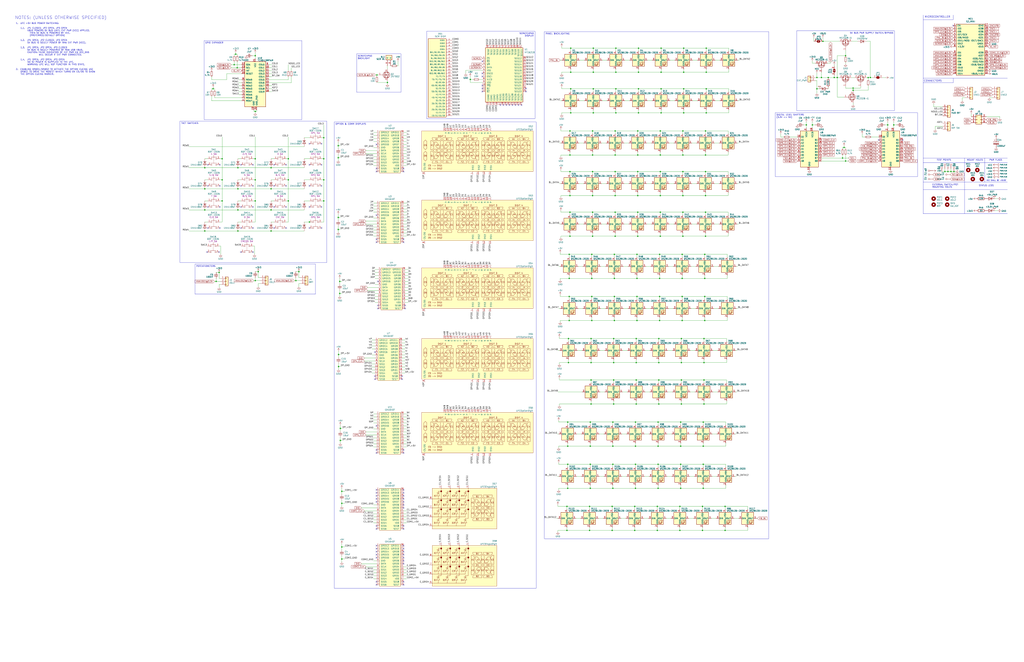
<source format=kicad_sch>
(kicad_sch (version 20231120) (generator "eeschema") (generator_version "8.0")
  (paper "D")
  (title_block (title "UFC v6 MAIN") (date "2024-01-12") (rev "6.1.0") (company "OPENHORNET.COM") (comment 1 "CC BY-NC-SA"))
  (lib_symbols
    (symbol "+5V_1" (power) (pin_names (offset 0))
      (property "Value" "+5V_1" (at 0 3.556 0))
      (symbol "+5V_1_1_1"
        (pin power_in line (at 0 0 90) (length 0) hide (name "+5V") (number "1"))
      )
    )
    (symbol "Connector:TestPoint_Alt" (pin_numbers hide) (pin_names (offset 0.762) hide)
      (property "Reference" "TP" (at 0 6.858 0))
      (property "Value" "TestPoint_Alt" (at 0 5.08 0))
      (symbol "TestPoint_Alt_1_1"
        (pin passive line (at 0 0 90) (length 2.54) (name "1") (number "1"))
      )
    )
    (symbol "Connector_Generic:Conn_01x02" (pin_names (offset 1.016) hide)
      (property "Reference" "J" (at 0 2.54 0))
      (property "Value" "Conn_01x02" (at 0 -5.08 0))
      (symbol "Conn_01x02_1_1"
        (pin passive line (at -5.08 0 0) (length 3.81) (name "Pin_1") (number "1"))
        (pin passive line (at -5.08 -2.54 0) (length 3.81) (name "Pin_2") (number "2"))
      )
    )
    (symbol "Connector_Generic:Conn_01x03" (pin_names (offset 1.016) hide)
      (property "Reference" "J" (at 0 5.08 0))
      (property "Value" "Conn_01x03" (at 0 -5.08 0))
      (symbol "Conn_01x03_1_1"
        (pin passive line (at -5.08 2.54 0) (length 3.81) (name "Pin_1") (number "1"))
        (pin passive line (at -5.08 0 0) (length 3.81) (name "Pin_2") (number "2"))
        (pin passive line (at -5.08 -2.54 0) (length 3.81) (name "Pin_3") (number "3"))
      )
    )
    (symbol "Connector_Generic:Conn_01x04" (pin_names (offset 1.016) hide)
      (property "Reference" "J" (at 0 5.08 0))
      (property "Value" "Conn_01x04" (at 0 -7.62 0))
      (symbol "Conn_01x04_1_1"
        (pin passive line (at -5.08 2.54 0) (length 3.81) (name "Pin_1") (number "1"))
        (pin passive line (at -5.08 0 0) (length 3.81) (name "Pin_2") (number "2"))
        (pin passive line (at -5.08 -2.54 0) (length 3.81) (name "Pin_3") (number "3"))
        (pin passive line (at -5.08 -5.08 0) (length 3.81) (name "Pin_4") (number "4"))
      )
    )
    (symbol "Connector_Generic:Conn_02x03_Odd_Even" (pin_names (offset 1.016) hide)
      (property "Reference" "J" (at 1.27 5.08 0))
      (property "Value" "Conn_02x03_Odd_Even" (at 1.27 -5.08 0))
      (symbol "Conn_02x03_Odd_Even_1_1"
        (pin passive line (at -5.08 2.54 0) (length 3.81) (name "Pin_1") (number "1"))
        (pin passive line (at 7.62 2.54 180) (length 3.81) (name "Pin_2") (number "2"))
        (pin passive line (at -5.08 0 0) (length 3.81) (name "Pin_3") (number "3"))
        (pin passive line (at 7.62 0 180) (length 3.81) (name "Pin_4") (number "4"))
        (pin passive line (at -5.08 -2.54 0) (length 3.81) (name "Pin_5") (number "5"))
        (pin passive line (at 7.62 -2.54 180) (length 3.81) (name "Pin_6") (number "6"))
      )
    )
    (symbol "Device:C_Small" (pin_numbers hide) (pin_names (offset 0.254) hide)
      (property "Reference" "C" (at 0.254 1.778 0))
      (property "Value" "C_Small" (at 0.254 -2.032 0))
      (symbol "C_Small_1_1"
        (pin passive line (at 0 2.54 270) (length 2.032) (name "~") (number "1"))
        (pin passive line (at 0 -2.54 90) (length 2.032) (name "~") (number "2"))
      )
    )
    (symbol "Device:LED" (pin_numbers hide) (pin_names (offset 1.016) hide)
      (property "Reference" "D" (at 0 2.54 0))
      (property "Value" "LED" (at 0 -2.54 0))
      (symbol "LED_1_1"
        (pin passive line (at -3.81 0 0) (length 2.54) (name "K") (number "1"))
        (pin passive line (at 3.81 0 180) (length 2.54) (name "A") (number "2"))
      )
    )
    (symbol "Device:R" (pin_numbers hide) (pin_names (offset 0))
      (property "Reference" "R" (at 2.032 0 90))
      (property "Value" "R" (at 0 0 90))
      (symbol "R_1_1"
        (pin passive line (at 0 3.81 270) (length 1.27) (name "~") (number "1"))
        (pin passive line (at 0 -3.81 90) (length 1.27) (name "~") (number "2"))
      )
    )
    (symbol "Device:R_Small" (pin_numbers hide) (pin_names (offset 0.254) hide)
      (property "Reference" "R" (at 0.762 0.508 0))
      (property "Value" "R_Small" (at 0.762 -1.016 0))
      (symbol "R_Small_1_1"
        (pin passive line (at 0 2.54 270) (length 0.762) (name "~") (number "1"))
        (pin passive line (at 0 -2.54 90) (length 0.762) (name "~") (number "2"))
      )
    )
    (symbol "Diode:1N4004" (pin_numbers hide) (pin_names hide)
      (property "Reference" "D" (at 0 2.54 0))
      (property "Value" "1N4004" (at 0 -2.54 0))
      (symbol "1N4004_1_1"
        (pin passive line (at -3.81 0 0) (length 2.54) (name "K") (number "1"))
        (pin passive line (at 3.81 0 180) (length 2.54) (name "A") (number "2"))
      )
    )
    (symbol "Diode:1N4148WT" (pin_numbers hide) (pin_names hide)
      (property "Reference" "D" (at 0 2.54 0))
      (property "Value" "1N4148WT" (at 0 -2.54 0))
      (symbol "1N4148WT_1_1"
        (pin passive line (at -3.81 0 0) (length 2.54) (name "K") (number "1"))
        (pin passive line (at 3.81 0 180) (length 2.54) (name "A") (number "2"))
      )
    )
    (symbol "GND_1" (power) (pin_names (offset 0))
      (property "Value" "GND_1" (at 0 -3.81 0))
      (symbol "GND_1_1_1"
        (pin power_in line (at 0 0 270) (length 0) hide (name "GND") (number "1"))
      )
    )
    (symbol "Jumper:SolderJumper_2_Bridged" (pin_names (offset 0) hide)
      (property "Reference" "JP" (at 0 2.032 0))
      (property "Value" "SolderJumper_2_Bridged" (at 0 -2.54 0))
      (symbol "SolderJumper_2_Bridged_1_1"
        (pin passive line (at -3.81 0 0) (length 2.54) (name "A") (number "1"))
        (pin passive line (at 3.81 0 180) (length 2.54) (name "B") (number "2"))
      )
    )
    (symbol "KiCadCustomLib:GN1640T" (pin_names (offset 1.016))
      (property "Reference" "U" (at 6.35 21.59 0))
      (property "Value" "GN1640T" (at 3.81 19.05 0))
      (symbol "GN1640T_0_0"
        (pin output line (at -11.43 16.51 0) (length 2.54) (name "GRID12") (number "1"))
        (pin output line (at -11.43 -6.35 0) (length 2.54) (name "SEG2") (number "10"))
        (pin output line (at -11.43 -8.89 0) (length 2.54) (name "SEG3") (number "11"))
        (pin output line (at -11.43 -11.43 0) (length 2.54) (name "SEG4") (number "12"))
        (pin output line (at -11.43 -13.97 0) (length 2.54) (name "SEG5") (number "13"))
        (pin output line (at -11.43 -16.51 0) (length 2.54) (name "SEG6") (number "14"))
        (pin output line (at 11.43 -16.51 180) (length 2.54) (name "SEG7") (number "15"))
        (pin output line (at 11.43 -13.97 180) (length 2.54) (name "SEG8") (number "16"))
        (pin power_in line (at 11.43 -11.43 180) (length 2.54) (name "VDD") (number "17"))
        (pin output line (at 11.43 -8.89 180) (length 2.54) (name "GRID1") (number "18"))
        (pin output line (at 11.43 -6.35 180) (length 2.54) (name "GRID2") (number "19"))
        (pin output line (at -11.43 13.97 0) (length 2.54) (name "GRID13") (number "2"))
        (pin output line (at 11.43 -3.81 180) (length 2.54) (name "GRID3") (number "20"))
        (pin output line (at 11.43 -1.27 180) (length 2.54) (name "GRID4") (number "21"))
        (pin output line (at 11.43 1.27 180) (length 2.54) (name "GRID5") (number "22"))
        (pin output line (at 11.43 3.81 180) (length 2.54) (name "GRID6") (number "23"))
        (pin output line (at 11.43 6.35 180) (length 2.54) (name "GRID7") (number "24"))
        (pin output line (at 11.43 8.89 180) (length 2.54) (name "GRID8") (number "25"))
        (pin output line (at 11.43 11.43 180) (length 2.54) (name "GRID9") (number "26"))
        (pin output line (at 11.43 13.97 180) (length 2.54) (name "GRID10") (number "27"))
        (pin output line (at 11.43 16.51 180) (length 2.54) (name "GRID11") (number "28"))
        (pin output line (at -11.43 11.43 0) (length 2.54) (name "GRID14") (number "3"))
        (pin output line (at -11.43 8.89 0) (length 2.54) (name "GRID15") (number "4"))
        (pin output line (at -11.43 6.35 0) (length 2.54) (name "GRID16") (number "5"))
        (pin power_in line (at -11.43 3.81 0) (length 2.54) (name "GND") (number "6"))
        (pin bidirectional line (at -11.43 1.27 0) (length 2.54) (name "DATA") (number "7"))
        (pin bidirectional line (at -11.43 -1.27 0) (length 2.54) (name "SCLK") (number "8"))
        (pin output line (at -11.43 -3.81 0) (length 2.54) (name "SEG1") (number "9"))
      )
    )
    (symbol "KiCadCustomLib:HT1621B" (pin_names (offset 1.016))
      (property "Reference" "U" (at 16.51 21.59 0))
      (property "Value" "HT1621B" (at 16.51 19.05 0))
      (symbol "HT1621B_0_0"
        (pin bidirectional line (at -19.05 13.97 0) (length 2.54) (name "~{CS}") (number "1"))
        (pin bidirectional line (at -19.05 -8.89 0) (length 2.54) (name "~{IRQ}") (number "10"))
        (pin bidirectional line (at -19.05 -11.43 0) (length 2.54) (name "BZ") (number "11"))
        (pin bidirectional line (at -19.05 -13.97 0) (length 2.54) (name "~{BZ}") (number "12"))
        (pin output line (at -13.97 -25.4 90) (length 2.54) (name "COM0") (number "13"))
        (pin output line (at -11.43 -25.4 90) (length 2.54) (name "COM1") (number "14"))
        (pin output line (at -8.89 -25.4 90) (length 2.54) (name "COM2") (number "15"))
        (pin output line (at -6.35 -25.4 90) (length 2.54) (name "COM3") (number "16"))
        (pin output line (at -3.81 -25.4 90) (length 2.54) (name "SEG31") (number "17"))
        (pin output line (at -1.27 -25.4 90) (length 2.54) (name "SEG30") (number "18"))
        (pin output line (at 1.27 -25.4 90) (length 2.54) (name "SEG29") (number "19"))
        (pin bidirectional line (at -19.05 11.43 0) (length 2.54) (name "~{RD}") (number "2"))
        (pin output line (at 3.81 -25.4 90) (length 2.54) (name "SEG27") (number "20"))
        (pin output line (at 6.35 -25.4 90) (length 2.54) (name "SEG28") (number "21"))
        (pin output line (at 8.89 -25.4 90) (length 2.54) (name "SEG26") (number "22"))
        (pin output line (at 11.43 -25.4 90) (length 2.54) (name "SEG25") (number "23"))
        (pin output line (at 13.97 -25.4 90) (length 2.54) (name "SEG24") (number "24"))
        (pin output line (at 17.78 -13.97 180) (length 2.54) (name "SEG23") (number "25"))
        (pin output line (at 17.78 -11.43 180) (length 2.54) (name "SEG22") (number "26"))
        (pin output line (at 17.78 -8.89 180) (length 2.54) (name "SEG21") (number "27"))
        (pin output line (at 17.78 -6.35 180) (length 2.54) (name "SEG20") (number "28"))
        (pin output line (at 17.78 -3.81 180) (length 2.54) (name "SEG19") (number "29"))
        (pin bidirectional line (at -19.05 8.89 0) (length 2.54) (name "~{WR}") (number "3"))
        (pin output line (at 17.78 -1.27 180) (length 2.54) (name "SEG18") (number "30"))
        (pin output line (at 17.78 1.27 180) (length 2.54) (name "SEG17") (number "31"))
        (pin output line (at 17.78 3.81 180) (length 2.54) (name "SEG16") (number "32"))
        (pin output line (at 17.78 6.35 180) (length 2.54) (name "SEG15") (number "33"))
        (pin output line (at 17.78 8.89 180) (length 2.54) (name "SEG14") (number "34"))
        (pin output line (at 17.78 11.43 180) (length 2.54) (name "SEG13") (number "35"))
        (pin output line (at 17.78 13.97 180) (length 2.54) (name "SEG12") (number "36"))
        (pin output line (at 13.97 25.4 270) (length 2.54) (name "SEG11") (number "37"))
        (pin output line (at 11.43 25.4 270) (length 2.54) (name "SEG10") (number "38"))
        (pin output line (at 8.89 25.4 270) (length 2.54) (name "SEG9") (number "39"))
        (pin bidirectional line (at -19.05 6.35 0) (length 2.54) (name "DATA") (number "4"))
        (pin output line (at 6.35 25.4 270) (length 2.54) (name "SEG8") (number "40"))
        (pin output line (at 3.81 25.4 270) (length 2.54) (name "SEG7") (number "41"))
        (pin output line (at 1.27 25.4 270) (length 2.54) (name "SEG6") (number "42"))
        (pin output line (at -1.27 25.4 270) (length 2.54) (name "SEG5") (number "43"))
        (pin output line (at -3.81 25.4 270) (length 2.54) (name "SEG4") (number "44"))
        (pin output line (at -6.35 25.4 270) (length 2.54) (name "SEG3") (number "45"))
        (pin output line (at -8.89 25.4 270) (length 2.54) (name "SEG2") (number "46"))
        (pin output line (at -11.43 25.4 270) (length 2.54) (name "SEG1") (number "47"))
        (pin output line (at -13.97 25.4 270) (length 2.54) (name "SEG0") (number "48"))
        (pin power_in line (at -19.05 3.81 0) (length 2.54) (name "VSS") (number "5"))
        (pin bidirectional line (at -19.05 1.27 0) (length 2.54) (name "OSCO") (number "6"))
        (pin bidirectional line (at -19.05 -1.27 0) (length 2.54) (name "OSCI") (number "7"))
        (pin power_in line (at -19.05 -3.81 0) (length 2.54) (name "VLCD") (number "8"))
        (pin power_in line (at -19.05 -6.35 0) (length 2.54) (name "VDD") (number "9"))
      )
    )
    (symbol "KiCadCustomLib:Omron_B3F-1026" (pin_names (offset 1.016) hide)
      (property "Reference" "SW" (at 1.27 2.54 0))
      (property "Value" "Omron_B3F-1026" (at 0 -6.858 0))
      (symbol "Omron_B3F-1026_0_1"
        (pin passive line (at -5.08 0 0) (length 2.54) (name "1") (number "1"))
        (pin passive line (at -5.08 -5.08 0) (length 2.54) (name "2") (number "2"))
        (pin passive line (at 5.08 0 180) (length 2.54) (name "3") (number "3"))
        (pin passive line (at 5.08 -5.08 180) (length 2.54) (name "4") (number "4"))
      )
    )
    (symbol "KiCadCustomLib:S2_MINI" (pin_names (offset 1.016))
      (property "Reference" "MC" (at 0 3.81 0))
      (property "Value" "S2_MINI" (at 0 1.27 0))
      (symbol "S2_MINI_0_0"
        (pin input line (at -15.24 -1.27 0) (length 2.54) (name "EN") (number "1"))
        (pin bidirectional line (at -15.24 -26.67 0) (length 2.54) (name "IO2") (number "10"))
        (pin bidirectional line (at -15.24 -29.21 0) (length 2.54) (name "IO4") (number "11"))
        (pin bidirectional line (at -15.24 -31.75 0) (length 2.54) (name "IO6") (number "12"))
        (pin bidirectional line (at -15.24 -34.29 0) (length 2.54) (name "IO8") (number "13"))
        (pin bidirectional line (at -15.24 -36.83 0) (length 2.54) (name "IO10") (number "14"))
        (pin bidirectional line (at -15.24 -39.37 0) (length 2.54) (name "IO13") (number "15"))
        (pin bidirectional line (at -15.24 -41.91 0) (length 2.54) (name "IO14") (number "16"))
        (pin bidirectional line (at 13.97 -1.27 180) (length 2.54) (name "IO40") (number "17"))
        (pin bidirectional line (at 13.97 -3.81 180) (length 2.54) (name "IO38") (number "18"))
        (pin bidirectional line (at 13.97 -6.35 180) (length 2.54) (name "IO36") (number "19"))
        (pin bidirectional line (at -15.24 -3.81 0) (length 2.54) (name "IO3") (number "2"))
        (pin bidirectional line (at 13.97 -8.89 180) (length 2.54) (name "IO34") (number "20"))
        (pin bidirectional line (at 13.97 -11.43 180) (length 2.54) (name "IO21") (number "21"))
        (pin bidirectional line (at 13.97 -13.97 180) (length 2.54) (name "IO17/DAC1") (number "22"))
        (pin power_in line (at 13.97 -16.51 180) (length 2.54) (name "GND1") (number "23"))
        (pin bidirectional line (at 13.97 -19.05 180) (length 2.54) (name "IO15") (number "24"))
        (pin bidirectional line (at 13.97 -24.13 180) (length 2.54) (name "IO39") (number "25"))
        (pin bidirectional line (at 13.97 -26.67 180) (length 2.54) (name "IO37") (number "26"))
        (pin bidirectional line (at 13.97 -29.21 180) (length 2.54) (name "IO35/SCL") (number "27"))
        (pin bidirectional line (at 13.97 -31.75 180) (length 2.54) (name "IO33/SDA") (number "28"))
        (pin bidirectional line (at 13.97 -34.29 180) (length 2.54) (name "IO18/DAC2") (number "29"))
        (pin bidirectional line (at -15.24 -6.35 0) (length 2.54) (name "IO5") (number "3"))
        (pin bidirectional line (at 13.97 -36.83 180) (length 2.54) (name "IO16") (number "30"))
        (pin power_in line (at 13.97 -39.37 180) (length 2.54) (name "GND2") (number "31"))
        (pin input line (at 13.97 -41.91 180) (length 2.54) (name "VBUS/+5V") (number "32"))
        (pin bidirectional line (at -15.24 -8.89 0) (length 2.54) (name "IO7/SCK") (number "4"))
        (pin bidirectional line (at -15.24 -11.43 0) (length 2.54) (name "IO9/MISO") (number "5"))
        (pin bidirectional line (at -15.24 -13.97 0) (length 2.54) (name "IO11/MOSI") (number "6"))
        (pin bidirectional line (at -15.24 -16.51 0) (length 2.54) (name "IO12") (number "7"))
        (pin power_in line (at -15.24 -19.05 0) (length 2.54) (name "+3.3V") (number "8"))
        (pin bidirectional line (at -15.24 -24.13 0) (length 2.54) (name "IO1") (number "9"))
      )
    )
    (symbol "KiCadCustomLib:TCA8418RTWR" (pin_names (offset 1.016))
      (property "Reference" "U" (at 7.62 22.86 0))
      (property "Value" "TCA8418RTWR" (at 8.89 20.32 0))
      (symbol "TCA8418RTWR_0_0"
        (pin power_in line (at 1.27 -21.59 90) (length 2.54) (name "GND_PAD") (number "25"))
      )
      (symbol "TCA8418RTWR_1_0"
        (pin bidirectional line (at -11.43 -13.97 0) (length 2.54) (name "ROW7") (number "1"))
        (pin bidirectional line (at 11.43 13.97 180) (length 2.54) (name "COL1") (number "10"))
        (pin bidirectional line (at 11.43 11.43 180) (length 2.54) (name "COL2") (number "11"))
        (pin bidirectional line (at 11.43 8.89 180) (length 2.54) (name "COL3") (number "12"))
        (pin bidirectional line (at 11.43 6.35 180) (length 2.54) (name "COL4") (number "13"))
        (pin bidirectional line (at 11.43 3.81 180) (length 2.54) (name "COL5") (number "14"))
        (pin bidirectional line (at 11.43 1.27 180) (length 2.54) (name "COL6") (number "15"))
        (pin bidirectional line (at 11.43 -1.27 180) (length 2.54) (name "COL7") (number "16"))
        (pin bidirectional line (at 11.43 -3.81 180) (length 2.54) (name "COL8") (number "17"))
        (pin bidirectional line (at 11.43 -6.35 180) (length 2.54) (name "COL9") (number "18"))
        (pin power_in line (at -1.27 -21.59 90) (length 2.54) (name "GND") (number "19"))
        (pin bidirectional line (at -11.43 -11.43 0) (length 2.54) (name "ROW6") (number "2"))
        (pin input line (at -11.43 8.89 0) (length 2.54) (name "RESET") (number "20"))
        (pin power_in line (at 0 21.59 270) (length 2.54) (name "VCC") (number "21"))
        (pin bidirectional line (at -11.43 16.51 0) (length 2.54) (name "SDA") (number "22"))
        (pin bidirectional line (at -11.43 13.97 0) (length 2.54) (name "SCL") (number "23"))
        (pin output line (at -11.43 11.43 0) (length 2.54) (name "INT") (number "24"))
        (pin bidirectional line (at -11.43 -8.89 0) (length 2.54) (name "ROW5") (number "3"))
        (pin bidirectional line (at -11.43 -6.35 0) (length 2.54) (name "ROW4") (number "4"))
        (pin bidirectional line (at -11.43 -3.81 0) (length 2.54) (name "ROW3") (number "5"))
        (pin bidirectional line (at -11.43 -1.27 0) (length 2.54) (name "ROW2") (number "6"))
        (pin bidirectional line (at -11.43 1.27 0) (length 2.54) (name "ROW1") (number "7"))
        (pin bidirectional line (at -11.43 3.81 0) (length 2.54) (name "ROW0") (number "8"))
        (pin bidirectional line (at 11.43 16.51 180) (length 2.54) (name "COL0") (number "9"))
      )
    )
    (symbol "KiCadCustomLib:UFCOptionDigit" (pin_names (offset 1.016))
      (property "Reference" "DS" (at 45.72 20.32 0))
      (property "Value" "UFCOptionDigit" (at 39.37 17.78 0))
      (symbol "UFCOptionDigit_0_0"
        (text "A1" (at -34.29 9.525 0) (effects (font (size 1.27 1.27))))
        (text "A2" (at -12.7 9.525 0) (effects (font (size 1.27 1.27))))
        (text "A3" (at 8.89 9.525 0) (effects (font (size 1.27 1.27))))
        (text "A4" (at 30.48 9.525 0) (effects (font (size 1.27 1.27))))
        (text "B1" (at -25.4 9.525 0) (effects (font (size 1.27 1.27))))
        (text "B2" (at -3.81 9.525 0) (effects (font (size 1.27 1.27))))
        (text "B3" (at 17.78 9.525 0) (effects (font (size 1.27 1.27))))
        (text "B4" (at 39.37 9.525 0) (effects (font (size 1.27 1.27))))
        (text "C1" (at -21.59 4.445 0) (effects (font (size 1.27 1.27))))
        (text "C2" (at 0 4.445 0) (effects (font (size 1.27 1.27))))
        (text "C3" (at 21.59 4.445 0) (effects (font (size 1.27 1.27))))
        (text "C4" (at 43.18 4.445 0) (effects (font (size 1.27 1.27))))
        (text "C5" (at -43.815 4.445 0) (effects (font (size 1.27 1.27))))
        (text "C5 -> DIG1" (at -35.56 -12.7 0) (effects (font (size 1.27 1.27))))
        (text "D1" (at -21.59 -4.445 0) (effects (font (size 1.27 1.27))))
        (text "D2" (at 0 -4.445 0) (effects (font (size 1.27 1.27))))
        (text "D3" (at 21.59 -4.445 0) (effects (font (size 1.27 1.27))))
        (text "D4" (at 43.18 -4.445 0) (effects (font (size 1.27 1.27))))
        (text "D5" (at -43.815 -4.445 0) (effects (font (size 1.27 1.27))))
        (text "D5 -> DIG2" (at -35.56 -15.24 0) (effects (font (size 1.27 1.27))))
        (text "DIGIT 1" (at -29.845 12.065 0) (effects (font (size 1.27 1.27))))
        (text "DIGIT 2" (at -8.255 12.065 0) (effects (font (size 1.27 1.27))))
        (text "DIGIT 3" (at 13.335 12.065 0) (effects (font (size 1.27 1.27))))
        (text "DIGIT 4" (at 34.925 12.065 0) (effects (font (size 1.27 1.27))))
        (text "E1" (at -25.4 -9.525 0) (effects (font (size 1.27 1.27))))
        (text "E2" (at -3.81 -9.525 0) (effects (font (size 1.27 1.27))))
        (text "E3" (at 17.78 -9.525 0) (effects (font (size 1.27 1.27))))
        (text "E4" (at 39.37 -9.525 0) (effects (font (size 1.27 1.27))))
        (text "F1" (at -34.29 -9.525 0) (effects (font (size 1.27 1.27))))
        (text "F2" (at -12.7 -9.525 0) (effects (font (size 1.27 1.27))))
        (text "F3" (at 8.89 -9.525 0) (effects (font (size 1.27 1.27))))
        (text "F4" (at 30.48 -9.525 0) (effects (font (size 1.27 1.27))))
        (text "G1" (at -38.1 -4.445 0) (effects (font (size 1.27 1.27))))
        (text "G2" (at -16.51 -4.445 0) (effects (font (size 1.27 1.27))))
        (text "G3" (at 5.08 -4.445 0) (effects (font (size 1.27 1.27))))
        (text "G4" (at 26.67 -4.445 0) (effects (font (size 1.27 1.27))))
        (text "H1" (at -38.1 4.445 0) (effects (font (size 1.27 1.27))))
        (text "H2" (at -16.51 4.445 0) (effects (font (size 1.27 1.27))))
        (text "H3" (at 5.08 4.445 0) (effects (font (size 1.27 1.27))))
        (text "H4" (at 26.67 4.445 0) (effects (font (size 1.27 1.27))))
        (text "I1" (at -34.29 0 0) (effects (font (size 1.27 1.27))))
        (text "I2" (at -12.7 0 0) (effects (font (size 1.27 1.27))))
        (text "I3" (at 8.89 0 0) (effects (font (size 1.27 1.27))))
        (text "I4" (at 30.48 0 0) (effects (font (size 1.27 1.27))))
        (text "J1" (at -25.4 0 0) (effects (font (size 1.27 1.27))))
        (text "J2" (at -3.81 0 0) (effects (font (size 1.27 1.27))))
        (text "J3" (at 17.78 0 0) (effects (font (size 1.27 1.27))))
        (text "J4" (at 39.37 0 0) (effects (font (size 1.27 1.27))))
        (text "K1" (at -26.035 4.445 0) (effects (font (size 0.9906 0.9906))))
        (text "K2" (at -4.445 4.445 0) (effects (font (size 0.9906 0.9906))))
        (text "K3" (at 17.145 4.445 0) (effects (font (size 0.9906 0.9906))))
        (text "K4" (at 38.735 4.445 0) (effects (font (size 0.9906 0.9906))))
        (text "L1" (at -29.845 4.445 0) (effects (font (size 1.27 1.27))))
        (text "L2" (at -8.255 4.445 0) (effects (font (size 1.27 1.27))))
        (text "L3" (at 13.335 4.445 0) (effects (font (size 1.27 1.27))))
        (text "L4" (at 34.925 4.445 0) (effects (font (size 1.27 1.27))))
        (text "M1" (at -33.655 4.445 0) (effects (font (size 0.9906 0.9906))))
        (text "M2" (at -12.065 4.445 0) (effects (font (size 0.9906 0.9906))))
        (text "M3" (at 9.525 4.445 0) (effects (font (size 0.9906 0.9906))))
        (text "M4" (at 31.115 4.445 0) (effects (font (size 0.9906 0.9906))))
        (text "N1" (at -33.655 -4.445 0) (effects (font (size 0.9906 0.9906))))
        (text "N2" (at -12.065 -4.445 0) (effects (font (size 0.9906 0.9906))))
        (text "N3" (at 9.525 -4.445 0) (effects (font (size 0.9906 0.9906))))
        (text "N4" (at 31.115 -4.445 0) (effects (font (size 0.9906 0.9906))))
        (text "O1" (at -29.845 -4.445 0) (effects (font (size 1.27 1.27))))
        (text "O2" (at -8.255 -4.445 0) (effects (font (size 1.27 1.27))))
        (text "O3" (at 13.335 -4.445 0) (effects (font (size 1.27 1.27))))
        (text "O4" (at 34.925 -4.445 0) (effects (font (size 1.27 1.27))))
        (text "P1" (at -26.035 -4.445 0) (effects (font (size 0.9906 0.9906))))
        (text "P2" (at -4.445 -4.445 0) (effects (font (size 0.9906 0.9906))))
        (text "P3" (at 17.145 -4.445 0) (effects (font (size 0.9906 0.9906))))
        (text "P4" (at 38.735 -4.445 0) (effects (font (size 0.9906 0.9906))))
        (pin input line (at -3.81 -20.32 90) (length 2.54) (name "DIG1") (number "1"))
        (pin input line (at 8.89 19.05 270) (length 2.54) (name "O") (number "10"))
        (pin input line (at 11.43 -20.32 90) (length 2.54) (name "DIG4") (number "11"))
        (pin input line (at 6.35 -20.32 90) (length 2.54) (name "DIG3") (number "12"))
        (pin input line (at -6.35 19.05 270) (length 2.54) (name "I") (number "13"))
        (pin input line (at -3.81 19.05 270) (length 2.54) (name "J") (number "14"))
        (pin input line (at -1.27 19.05 270) (length 2.54) (name "K") (number "15"))
        (pin input line (at 1.27 19.05 270) (length 2.54) (name "L") (number "16"))
        (pin input line (at 3.81 19.05 270) (length 2.54) (name "M") (number "17"))
        (pin input line (at -21.59 19.05 270) (length 2.54) (name "C") (number "18"))
        (pin input line (at -24.13 19.05 270) (length 2.54) (name "B") (number "19"))
        (pin input line (at -19.05 19.05 270) (length 2.54) (name "D") (number "2"))
        (pin input line (at -26.67 19.05 270) (length 2.54) (name "A") (number "20"))
        (pin input line (at 1.27 -20.32 90) (length 2.54) (name "DIG2") (number "21"))
        (pin input line (at -16.51 19.05 270) (length 2.54) (name "E") (number "3"))
        (pin input line (at -13.97 19.05 270) (length 2.54) (name "F") (number "4"))
        (pin input line (at -11.43 19.05 270) (length 2.54) (name "G") (number "5"))
        (pin input line (at -8.89 19.05 270) (length 2.54) (name "H") (number "6"))
        (pin input line (at 11.43 19.05 270) (length 2.54) (name "P") (number "7"))
        (pin input line (at -44.45 -20.32 90) (length 2.54) (name "C5/D5") (number "8"))
        (pin input line (at 6.35 19.05 270) (length 2.54) (name "N") (number "9"))
      )
    )
    (symbol "KiCadCustomLib:UFCScratchpadLCD" (pin_names (offset 1.016))
      (property "Reference" "DS" (at -6.35 38.1 0))
      (property "Value" "UFCScratchpadLCD" (at -15.24 35.56 0))
      (symbol "UFCScratchpadLCD_0_0"
        (pin input line (at 6.35 33.02 180) (length 5.08) (name "COM1") (number "1"))
        (pin input line (at 6.35 10.16 180) (length 5.08) (name "8K/8G1/8H/8I") (number "10"))
        (pin input line (at 6.35 7.62 180) (length 5.08) (name "8L/8M/8G2/8J") (number "11"))
        (pin input line (at 6.35 5.08 180) (length 5.08) (name "8D2/8C/8B/8A2") (number "12"))
        (pin input line (at 6.35 2.54 180) (length 5.08) (name "7E/7F/7A") (number "13"))
        (pin input line (at 6.35 0 180) (length 5.08) (name "7D/7C/7G/7B") (number "14"))
        (pin input line (at 6.35 -2.54 180) (length 5.08) (name "6E/6F/6A") (number "15"))
        (pin input line (at 6.35 -5.08 180) (length 5.08) (name "6D/6C/6G/6B") (number "16"))
        (pin input line (at 6.35 -7.62 180) (length 5.08) (name "5E/5F/5A") (number "17"))
        (pin input line (at 6.35 -10.16 180) (length 5.08) (name "5D/5C/5G/5B") (number "18"))
        (pin input line (at 6.35 -12.7 180) (length 5.08) (name "4E/4F/4A") (number "19"))
        (pin input line (at 6.35 30.48 180) (length 5.08) (name "COM2") (number "2"))
        (pin input line (at 6.35 -15.24 180) (length 5.08) (name "4D/4C/4G/4B") (number "20"))
        (pin input line (at 6.35 -17.78 180) (length 5.08) (name "3E/3F/3A") (number "21"))
        (pin input line (at 6.35 -20.32 180) (length 5.08) (name "3D/3C/3G/3B") (number "22"))
        (pin input line (at 6.35 -22.86 180) (length 5.08) (name "2E/2F/2A") (number "23"))
        (pin input line (at 6.35 -25.4 180) (length 5.08) (name "2D/2C/2G/2B") (number "24"))
        (pin input line (at 6.35 -27.94 180) (length 5.08) (name "1E/1F/1A") (number "25"))
        (pin input line (at 6.35 -30.48 180) (length 5.08) (name "1D/1C/1G/1B") (number "26"))
        (pin input line (at 6.35 27.94 180) (length 5.08) (name "COM3") (number "3"))
        (pin input line (at 6.35 25.4 180) (length 5.08) (name "COM4") (number "4"))
        (pin input line (at 6.35 22.86 180) (length 5.08) (name "9D1/9E/9F/9A1") (number "5"))
        (pin input line (at 6.35 20.32 180) (length 5.08) (name "9K/9G1/9H/9I") (number "6"))
        (pin input line (at 6.35 17.78 180) (length 5.08) (name "9L/9M/9G2/9J") (number "7"))
        (pin input line (at 6.35 15.24 180) (length 5.08) (name "9D2/9C/9B/9A2") (number "8"))
        (pin input line (at 6.35 12.7 180) (length 5.08) (name "8D1/8E/8F/8A1") (number "9"))
      )
    )
    (symbol "KiCadCustomLib:UFCSingleDigit" (pin_names (offset 1.016))
      (property "Reference" "DS" (at 36.83 20.32 0))
      (property "Value" "UFCSingleDigit" (at 31.75 17.78 0))
      (symbol "UFCSingleDigit_0_0"
        (text "A1" (at -12.7 10.16 0) (effects (font (size 1.27 1.27))))
        (text "A1" (at 19.05 4.445 0) (effects (font (size 1.27 1.27))))
        (text "A2" (at -5.08 10.16 0) (effects (font (size 1.27 1.27))))
        (text "A2" (at 19.05 -4.445 0) (effects (font (size 1.27 1.27))))
        (text "A3" (at 2.54 10.16 0) (effects (font (size 1.27 1.27))))
        (text "A3" (at 35.56 4.445 0) (effects (font (size 1.27 1.27))))
        (text "A4" (at 10.16 10.16 0) (effects (font (size 1.27 1.27))))
        (text "A4" (at 35.56 -4.445 0) (effects (font (size 1.27 1.27))))
        (text "B1" (at -12.7 2.54 0) (effects (font (size 1.27 1.27))))
        (text "B1" (at 22.86 9.525 0) (effects (font (size 1.27 1.27))))
        (text "B2" (at -5.08 2.54 0) (effects (font (size 1.27 1.27))))
        (text "B2" (at 22.86 -9.525 0) (effects (font (size 1.27 1.27))))
        (text "B3" (at 2.54 2.54 0) (effects (font (size 1.27 1.27))))
        (text "B3" (at 31.75 -9.525 0) (effects (font (size 1.27 1.27))))
        (text "B4" (at 10.16 2.54 0) (effects (font (size 1.27 1.27))))
        (text "B4" (at 31.75 9.525 0) (effects (font (size 1.27 1.27))))
        (text "C1" (at -12.7 -5.08 0) (effects (font (size 1.27 1.27))))
        (text "C1" (at 23.495 4.445 0) (effects (font (size 0.9906 0.9906))))
        (text "C2" (at -5.08 -5.08 0) (effects (font (size 1.27 1.27))))
        (text "C2" (at 31.115 4.445 0) (effects (font (size 0.9906 0.9906))))
        (text "C3" (at 2.54 -5.08 0) (effects (font (size 1.27 1.27))))
        (text "C3" (at 23.495 -4.445 0) (effects (font (size 0.9906 0.9906))))
        (text "C4" (at 10.16 -5.08 0) (effects (font (size 1.27 1.27))))
        (text "C4" (at 31.115 -4.445 0) (effects (font (size 0.9906 0.9906))))
        (text "D1" (at -12.7 -12.7 0) (effects (font (size 1.27 1.27))))
        (text "D1" (at 22.86 0 0) (effects (font (size 1.27 1.27))))
        (text "D2" (at -5.08 -12.7 0) (effects (font (size 1.27 1.27))))
        (text "D2" (at 27.305 -4.445 0) (effects (font (size 1.27 1.27))))
        (text "D3" (at 2.54 -12.7 0) (effects (font (size 1.27 1.27))))
        (text "D3" (at 31.75 0 0) (effects (font (size 1.27 1.27))))
        (text "D4" (at 10.16 -12.7 0) (effects (font (size 1.27 1.27))))
        (text "D4" (at 27.305 4.445 0) (effects (font (size 1.27 1.27))))
        (pin input line (at -7.62 19.05 270) (length 2.54) (name "~") (number "1"))
        (pin input line (at 0 19.05 270) (length 2.54) (name "~") (number "2"))
        (pin input line (at 7.62 19.05 270) (length 2.54) (name "~") (number "3"))
        (pin input line (at 15.24 19.05 270) (length 2.54) (name "~") (number "4"))
        (pin input line (at -17.78 -15.24 0) (length 2.54) (name "~") (number "5"))
        (pin input line (at -17.78 -7.62 0) (length 2.54) (name "~") (number "6"))
        (pin input line (at -17.78 0 0) (length 2.54) (name "~") (number "7"))
        (pin input line (at -17.78 7.62 0) (length 2.54) (name "~") (number "8"))
      )
    )
    (symbol "Logic_LevelTranslator:TXS0108EPW"
      (property "Reference" "U" (at -6.35 16.51 0))
      (property "Value" "TXS0108EPW" (at 3.81 16.51 0))
      (symbol "TXS0108EPW_1_1"
        (pin bidirectional line (at -10.16 7.62 0) (length 2.54) (name "A1") (number "1"))
        (pin input line (at -10.16 10.16 0) (length 2.54) (name "OE") (number "10"))
        (pin power_in line (at 0 -17.78 90) (length 2.54) (name "GND") (number "11"))
        (pin bidirectional line (at 10.16 -10.16 180) (length 2.54) (name "B8") (number "12"))
        (pin bidirectional line (at 10.16 -7.62 180) (length 2.54) (name "B7") (number "13"))
        (pin bidirectional line (at 10.16 -5.08 180) (length 2.54) (name "B6") (number "14"))
        (pin bidirectional line (at 10.16 -2.54 180) (length 2.54) (name "B5") (number "15"))
        (pin bidirectional line (at 10.16 0 180) (length 2.54) (name "B4") (number "16"))
        (pin bidirectional line (at 10.16 2.54 180) (length 2.54) (name "B3") (number "17"))
        (pin bidirectional line (at 10.16 5.08 180) (length 2.54) (name "B2") (number "18"))
        (pin power_in line (at 2.54 17.78 270) (length 2.54) (name "VCCB") (number "19"))
        (pin power_in line (at -2.54 17.78 270) (length 2.54) (name "VCCA") (number "2"))
        (pin bidirectional line (at 10.16 7.62 180) (length 2.54) (name "B1") (number "20"))
        (pin bidirectional line (at -10.16 5.08 0) (length 2.54) (name "A2") (number "3"))
        (pin bidirectional line (at -10.16 2.54 0) (length 2.54) (name "A3") (number "4"))
        (pin bidirectional line (at -10.16 0 0) (length 2.54) (name "A4") (number "5"))
        (pin bidirectional line (at -10.16 -2.54 0) (length 2.54) (name "A5") (number "6"))
        (pin bidirectional line (at -10.16 -5.08 0) (length 2.54) (name "A6") (number "7"))
        (pin bidirectional line (at -10.16 -7.62 0) (length 2.54) (name "A7") (number "8"))
        (pin bidirectional line (at -10.16 -10.16 0) (length 2.54) (name "A8") (number "9"))
      )
    )
    (symbol "Mechanical:MountingHole" (pin_names (offset 1.016))
      (property "Reference" "H" (at 0 5.08 0))
      (property "Value" "MountingHole" (at 0 3.175 0))
    )
    (symbol "OH_Symbols:Capacitor_Polarized_8x10_1000uF" (pin_numbers hide) (pin_names (offset 0.254))
      (property "Reference" "C" (at 0.635 2.54 0))
      (property "Value" "1000uF" (at 0.635 -2.54 0))
      (symbol "Capacitor_Polarized_8x10_1000uF_1_1"
        (pin passive line (at 0 3.81 270) (length 2.794) (name "~") (number "1"))
        (pin passive line (at 0 -3.81 90) (length 2.794) (name "~") (number "2"))
      )
    )
    (symbol "OH_Symbols:Jumper_Solder_2_Open" (pin_names (offset 0) hide)
      (property "Reference" "JP" (at 0 2.032 0))
      (property "Value" "SolderJumper_2_Open" (at 0 -2.54 0))
      (symbol "Jumper_Solder_2_Open_1_1"
        (pin passive line (at -3.81 0 0) (length 2.54) (name "A") (number "1"))
        (pin passive line (at 3.81 0 180) (length 2.54) (name "B") (number "2"))
      )
    )
    (symbol "OH_Symbols:WS2812B-2020" (pin_names (offset 0.254))
      (property "Reference" "D" (at 5.08 5.715 0))
      (property "Value" "WS2812B-2020" (at 1.27 -5.715 0))
      (symbol "WS2812B-2020_0_0"
        (text "RGB" (at 2.286 -4.191 0) (effects (font (size 0.762 0.762))))
      )
      (symbol "WS2812B-2020_1_1"
        (pin output line (at 7.62 0 180) (length 2.54) (name "DOUT") (number "1"))
        (pin power_in line (at 0 -7.62 90) (length 2.54) (name "GND") (number "2"))
        (pin input line (at -7.62 0 0) (length 2.54) (name "DIN") (number "3"))
        (pin power_in line (at 0 7.62 270) (length 2.54) (name "VSS") (number "4"))
      )
    )
    (symbol "Transistor_FET:2N7002" (pin_names hide)
      (property "Reference" "Q" (at 5.08 1.905 0))
      (property "Value" "2N7002" (at 5.08 0 0))
      (symbol "2N7002_1_1"
        (pin input line (at -5.08 0 0) (length 2.54) (name "G") (number "1"))
        (pin passive line (at 2.54 -5.08 90) (length 2.54) (name "S") (number "2"))
        (pin passive line (at 2.54 5.08 270) (length 2.54) (name "D") (number "3"))
      )
    )
    (symbol "Transistor_FET:BSS84" (pin_names hide)
      (property "Reference" "Q" (at 5.08 1.905 0))
      (property "Value" "BSS84" (at 5.08 0 0))
      (symbol "BSS84_1_1"
        (pin input line (at -5.08 0 0) (length 2.54) (name "G") (number "1"))
        (pin passive line (at 2.54 -5.08 90) (length 2.54) (name "S") (number "2"))
        (pin passive line (at 2.54 5.08 270) (length 2.54) (name "D") (number "3"))
      )
    )
    (symbol "UFC_Main-rescue:UFCScratchPadBacklight-KiCadCustomLib" (pin_names (offset 1.016))
      (property "Reference" "BL1" (at -6.35 1.27 0))
      (property "Value" "UFCScratchPadBacklight" (at -6.35 -1.27 0))
      (symbol "UFCScratchPadBacklight-KiCadCustomLib_0_0"
        (pin power_in line (at 3.81 -1.27 180) (length 5.08) (name "A") (number "2"))
      )
      (symbol "UFCScratchPadBacklight-KiCadCustomLib_1_0"
        (pin power_in line (at 3.81 1.27 180) (length 5.08) (name "K") (number "1"))
      )
    )
    (symbol "power:+3V3" (power) (pin_names (offset 0))
      (property "Value" "+3V3" (at 0 3.556 0))
      (symbol "+3V3_1_1"
        (pin power_in line (at 0 0 90) (length 0) hide (name "+3V3") (number "1"))
      )
    )
    (symbol "power:+5V" (power) (pin_names (offset 0))
      (property "Value" "+5V" (at 0 3.556 0))
      (symbol "+5V_1_1"
        (pin power_in line (at 0 0 90) (length 0) hide (name "+5V") (number "1"))
      )
    )
    (symbol "power:GND" (power) (pin_names (offset 0))
      (property "Value" "GND" (at 0 -3.81 0))
      (symbol "GND_1_1"
        (pin power_in line (at 0 0 270) (length 0) hide (name "GND") (number "1"))
      )
    )
    (symbol "power:PWR_FLAG" (power) (pin_numbers hide) (pin_names (offset 0) hide)
      (property "Value" "PWR_FLAG" (at 0 3.81 0))
      (symbol "PWR_FLAG_0_0"
        (pin power_out line (at 0 0 90) (length 0) (name "pwr") (number "1"))
      )
    )
    (symbol "power:VBUS" (power) (pin_names (offset 0))
      (property "Value" "VBUS" (at 0 3.81 0))
      (symbol "VBUS_1_1"
        (pin power_in line (at 0 0 90) (length 0) hide (name "VBUS") (number "1"))
      )
    )
    (symbol "power:VCC" (power) (pin_names (offset 0))
      (property "Value" "VCC" (at 0 3.81 0))
      (symbol "VCC_1_1"
        (pin power_in line (at 0 0 90) (length 0) hide (name "VCC") (number "1"))
      )
    )
  )
  (junction (at 595.63 60.96))
  (junction (at 478.79 356.235))
  (junction (at 574.04 356.235))
  (junction (at 285.496 299.212))
  (junction (at 273.05 169.545))
  (junction (at 517.525 340.995))
  (junction (at 516.89 391.795))
  (junction (at 481.33 74.93))
  (junction (at 538.48 40.64))
  (junction (at 592.455 447.675))
  (junction (at 517.525 306.07))
  (junction (at 326.771 69.596))
  (junction (at 594.36 250.19))
  (junction (at 685.165 105.41))
  (junction (at 480.06 234.95))
  (junction (at 711.835 124.46))
  (junction (at 576.58 74.93))
  (junction (at 198.755 45.72))
  (junction (at 480.695 130.81))
  (junction (at 215.265 236.855))
  (junction (at 287.02 371.729))
  (junction (at 497.205 427.355))
  (junction (at 200.66 177.165))
  (junction (at 179.705 74.93))
  (junction (at 573.405 447.675))
  (junction (at 285.242 122.936))
  (junction (at 182.245 237.49))
  (junction (at 555.625 320.675))
  (junction (at 498.475 306.07))
  (junction (at 228.6 177.165))
  (junction (at 243.205 133.985))
  (junction (at 499.745 110.49))
  (junction (at 285.242 133.096))
  (junction (at 285.496 309.372))
  (junction (at 200.66 141.605))
  (junction (at 594.995 130.81))
  (junction (at 537.845 179.07))
  (junction (at 557.53 74.93))
  (junction (at 574.04 412.115))
  (junction (at 516.255 427.355))
  (junction (at 575.945 179.07))
  (junction (at 288.29 424.815))
  (junction (at 734.06 65.405))
  (junction (at 536.575 285.75))
  (junction (at 611.505 427.355))
  (junction (at 595.63 40.64))
  (junction (at 480.06 250.19))
  (junction (at 593.09 376.555))
  (junction (at 243.205 169.545))
  (junction (at 286.512 247.65))
  (junction (at 499.745 144.78))
  (junction (at 499.11 234.95))
  (junction (at 215.265 133.985))
  (junction (at 710.565 133.35))
  (junction (at 592.455 427.355))
  (junction (at 575.945 165.1))
  (junction (at 518.795 144.78))
  (junction (at 499.745 130.81))
  (junction (at 537.21 214.63))
  (junction (at 519.43 74.93))
  (junction (at 573.405 427.355))
  (junction (at 215.265 46.99))
  (junction (at 516.89 376.555))
  (junction (at 593.09 391.795))
  (junction (at 518.16 214.63))
  (junction (at 518.795 110.49))
  (junction (at 273.05 133.985))
  (junction (at 802.005 144.78))
  (junction (at 517.525 320.675))
  (junction (at 480.695 165.1))
  (junction (at 753.745 105.41))
  (junction (at 516.89 356.235))
  (junction (at 172.72 194.945))
  (junction (at 555.625 340.995))
  (junction (at 518.795 130.81))
  (junction (at 556.26 234.95))
  (junction (at 594.995 165.1))
  (junction (at 480.06 270.51))
  (junction (at 536.575 306.07))
  (junction (at 243.205 151.765))
  (junction (at 519.43 40.64))
  (junction (at 575.31 270.51))
  (junction (at 556.895 110.49))
  (junction (at 516.89 412.115))
  (junction (at 481.33 40.64))
  (junction (at 273.05 116.205))
  (junction (at 288.29 414.655))
  (junction (at 200.66 159.385))
  (junction (at 481.33 95.25))
  (junction (at 554.355 427.355))
  (junction (at 273.05 151.765))
  (junction (at 576.58 40.64))
  (junction (at 574.675 306.07))
  (junction (at 554.99 356.235))
  (junction (at 317.881 63.246))
  (junction (at 480.06 214.63))
  (junction (at 481.33 60.96))
  (junction (at 748.665 105.41))
  (junction (at 594.995 199.39))
  (junction (at 537.21 250.19))
  (junction (at 557.53 95.25))
  (junction (at 497.84 356.235))
  (junction (at 537.845 165.1))
  (junction (at 252.095 229.235))
  (junction (at 519.43 60.96))
  (junction (at 285.242 193.675))
  (junction (at 611.505 447.675))
  (junction (at 688.975 65.405))
  (junction (at 594.995 179.07))
  (junction (at 518.795 179.07))
  (junction (at 249.555 236.855))
  (junction (at 497.84 412.115))
  (junction (at 698.5 65.405))
  (junction (at 500.38 40.64))
  (junction (at 516.255 447.675))
  (junction (at 480.695 110.49))
  (junction (at 556.26 270.51))
  (junction (at 537.845 144.78))
  (junction (at 537.845 130.81))
  (junction (at 593.09 412.115))
  (junction (at 556.895 130.81))
  (junction (at 217.805 229.235))
  (junction (at 804.545 144.78))
  (junction (at 594.995 144.78))
  (junction (at 556.895 144.78))
  (junction (at 574.675 340.995))
  (junction (at 535.305 447.675))
  (junction (at 288.29 461.645))
  (junction (at 713.105 46.99))
  (junction (at 575.945 199.39))
  (junction (at 285.242 183.515))
  (junction (at 799.465 144.78))
  (junction (at 500.38 74.93))
  (junction (at 184.785 229.87))
  (junction (at 478.79 412.115))
  (junction (at 680.085 105.41))
  (junction (at 595.63 95.25))
  (junction (at 518.795 199.39))
  (junction (at 200.025 57.15))
  (junction (at 500.38 60.96))
  (junction (at 554.99 412.115))
  (junction (at 497.84 391.795))
  (junction (at 228.6 141.605))
  (junction (at 187.325 133.985))
  (junction (at 593.725 306.07))
  (junction (at 396.621 67.056))
  (junction (at 260.985 187.325))
  (junction (at 576.58 95.25))
  (junction (at 480.695 144.78))
  (junction (at 713.105 135.89))
  (junction (at 555.625 306.07))
  (junction (at 575.945 110.49))
  (junction (at 796.925 144.78))
  (junction (at 703.58 65.405))
  (junction (at 518.16 270.51))
  (junction (at 479.425 306.07))
  (junction (at 537.21 234.95))
  (junction (at 554.99 376.555))
  (junction (at 554.99 391.795))
  (junction (at 288.29 471.805))
  (junction (at 593.725 285.75))
  (junction (at 197.485 54.61))
  (junction (at 719.455 74.295))
  (junction (at 538.48 74.93))
  (junction (at 692.785 65.405))
  (junction (at 538.48 95.25))
  (junction (at 594.36 270.51))
  (junction (at 172.72 141.605))
  (junction (at 575.31 250.19))
  (junction (at 499.745 199.39))
  (junction (at 595.63 74.93))
  (junction (at 556.895 199.39))
  (junction (at 732.155 65.405))
  (junction (at 479.425 285.75))
  (junction (at 574.04 391.795))
  (junction (at 594.36 214.63))
  (junction (at 556.895 179.07))
  (junction (at 537.845 199.39))
  (junction (at 593.725 320.675))
  (junction (at 200.66 194.945))
  (junction (at 575.945 130.81))
  (junction (at 694.055 34.925))
  (junction (at 574.675 320.675))
  (junction (at 554.355 447.675))
  (junction (at 535.94 376.555))
  (junction (at 215.265 93.98))
  (junction (at 574.04 376.555))
  (junction (at 478.79 376.555))
  (junction (at 556.26 250.19))
  (junction (at 478.155 427.355))
  (junction (at 555.625 285.75))
  (junction (at 187.325 151.765))
  (junction (at 719.455 76.2))
  (junction (at 593.725 340.995))
  (junction (at 593.09 356.235))
  (junction (at 187.325 169.545))
  (junction (at 499.11 214.63))
  (junction (at 498.475 320.675))
  (junction (at 215.265 169.545))
  (junction (at 517.525 285.75))
  (junction (at 499.11 270.51))
  (junction (at 688.975 74.93))
  (junction (at 594.36 234.95))
  (junction (at 536.575 340.995))
  (junction (at 500.38 95.25))
  (junction (at 538.48 60.96))
  (junction (at 535.94 412.115))
  (junction (at 518.16 234.95))
  (junction (at 557.53 60.96))
  (junction (at 498.475 340.995))
  (junction (at 518.16 250.19))
  (junction (at 574.675 285.75))
  (junction (at 499.745 179.07))
  (junction (at 519.43 95.25))
  (junction (at 172.72 159.385))
  (junction (at 499.11 250.19))
  (junction (at 535.94 391.795))
  (junction (at 287.02 361.569))
  (junction (at 497.84 376.555))
  (junction (at 497.205 447.675))
  (junction (at 706.12 65.405))
  (junction (at 537.21 270.51))
  (junction (at 576.58 60.96))
  (junction (at 480.695 199.39))
  (junction (at 537.845 110.49))
  (junction (at 556.895 165.1))
  (junction (at 575.945 144.78))
  (junction (at 478.155 447.675))
  (junction (at 536.575 320.675))
  (junction (at 575.31 234.95))
  (junction (at 286.512 237.49))
  (junction (at 172.72 177.165))
  (junction (at 478.79 391.795))
  (junction (at 557.53 40.64))
  (junction (at 228.6 159.385))
  (junction (at 594.995 110.49))
  (junction (at 215.265 151.765))
  (junction (at 556.26 214.63))
  (junction (at 575.31 214.63))
  (junction (at 535.94 356.235))
  (junction (at 518.795 165.1))
  (junction (at 498.475 285.75))
  (junction (at 228.6 194.945))
  (junction (at 480.695 179.07))
  (junction (at 499.745 165.1))
  (junction (at 535.305 427.355))
  (no_connect (at 317.5 443.865))
  (no_connect (at 203.2 174.625))
  (no_connect (at 203.2 156.845))
  (no_connect (at 316.23 320.04))
  (no_connect (at 741.045 118.11))
  (no_connect (at 318.77 260.35))
  (no_connect (at 317.5 413.385))
  (no_connect (at 316.23 297.18))
  (no_connect (at 241.3 139.065))
  (no_connect (at 339.09 320.04))
  (no_connect (at 340.36 415.925))
  (no_connect (at 241.3 174.625))
  (no_connect (at 175.26 174.625))
  (no_connect (at 340.36 426.085))
  (no_connect (at 318.77 257.81))
  (no_connect (at 231.14 156.845))
  (no_connect (at 213.36 212.725))
  (no_connect (at 241.3 156.845))
  (no_connect (at 406.781 51.816))
  (no_connect (at 340.36 463.042))
  (no_connect (at 317.5 421.005))
  (no_connect (at 340.36 418.465))
  (no_connect (at 203.2 139.065))
  (no_connect (at 185.42 156.845))
  (no_connect (at 317.5 463.042))
  (no_connect (at 175.26 192.405))
  (no_connect (at 340.36 460.502))
  (no_connect (at 317.5 379.73))
  (no_connect (at 317.5 468.122))
  (no_connect (at 317.5 142.24))
  (no_connect (at 443.611 74.676))
  (no_connect (at 260.985 174.625))
  (no_connect (at 406.781 72.136))
  (no_connect (at 406.781 77.216))
  (no_connect (at 341.63 257.81))
  (no_connect (at 213.36 192.405))
  (no_connect (at 175.26 139.065))
  (no_connect (at 317.5 359.41))
  (no_connect (at 317.5 181.61))
  (no_connect (at 406.781 61.976))
  (no_connect (at 317.5 204.47))
  (no_connect (at 271.145 139.065))
  (no_connect (at 340.36 379.73))
  (no_connect (at 432.181 88.646))
  (no_connect (at 340.36 201.93))
  (no_connect (at 340.36 204.47))
  (no_connect (at 271.145 192.405))
  (no_connect (at 340.36 493.522))
  (no_connect (at 271.145 121.285))
  (no_connect (at 437.261 88.646))
  (no_connect (at 175.26 156.845))
  (no_connect (at 317.5 201.93))
  (no_connect (at 231.14 174.625))
  (no_connect (at 434.721 88.646))
  (no_connect (at 406.781 74.676))
  (no_connect (at 340.36 421.005))
  (no_connect (at 317.5 490.982))
  (no_connect (at 406.781 64.516))
  (no_connect (at 443.611 77.216))
  (no_connect (at 213.36 139.065))
  (no_connect (at 340.36 475.742))
  (no_connect (at 340.36 142.24))
  (no_connect (at 213.36 156.845))
  (no_connect (at 339.09 317.5))
  (no_connect (at 317.5 423.545))
  (no_connect (at 340.36 443.865))
  (no_connect (at 424.561 88.646))
  (no_connect (at 761.365 118.11))
  (no_connect (at 316.23 317.5))
  (no_connect (at 439.801 88.646))
  (no_connect (at 340.36 144.78))
  (no_connect (at 341.63 260.35))
  (no_connect (at 340.36 428.625))
  (no_connect (at 260.985 121.285))
  (no_connect (at 271.145 174.625))
  (no_connect (at 185.42 174.625))
  (no_connect (at 427.101 88.646))
  (no_connect (at 317.5 418.465))
  (no_connect (at 260.985 139.065))
  (no_connect (at 271.145 156.845))
  (no_connect (at 231.14 192.405))
  (no_connect (at 340.36 468.122))
  (no_connect (at 317.5 493.522))
  (no_connect (at 174.625 212.725))
  (no_connect (at 317.5 415.925))
  (no_connect (at 340.36 473.202))
  (no_connect (at 340.36 413.385))
  (no_connect (at 203.2 212.725))
  (no_connect (at 340.36 465.582))
  (no_connect (at 231.14 139.065))
  (no_connect (at 429.641 88.646))
  (no_connect (at 317.5 382.27))
  (no_connect (at 241.3 192.405))
  (no_connect (at 318.77 237.49))
  (no_connect (at 340.36 490.982))
  (no_connect (at 317.5 144.78))
  (no_connect (at 317.5 470.662))
  (no_connect (at 422.021 88.646))
  (no_connect (at 317.5 121.92))
  (no_connect (at 185.42 139.065))
  (no_connect (at 260.985 192.405))
  (no_connect (at 340.36 470.662))
  (no_connect (at 203.2 192.405))
  (no_connect (at 260.985 156.845))
  (no_connect (at 340.36 423.545))
  (no_connect (at 185.42 192.405))
  (no_connect (at 317.5 460.502))
  (no_connect (at 317.5 465.582))
  (no_connect (at 184.785 212.725))
  (no_connect (at 213.36 174.625))
  (no_connect (at 340.36 446.405))
  (no_connect (at 317.5 446.405))
  (no_connect (at 340.36 382.27))
  (no_connect (at 803.91 21.59))
  (wire (pts (xy 593.725 303.53) (xy 593.725 306.07)))
  (wire (pts (xy 473.71 40.64) (xy 481.33 40.64)))
  (wire (pts (xy 287.02 368.935) (xy 287.02 371.729)))
  (wire (pts (xy 686.435 31.75) (xy 686.435 34.925)))
  (wire (pts (xy 537.845 196.85) (xy 537.845 199.39)))
  (wire (pts (xy 271.145 169.545) (xy 273.05 169.545)))
  (wire (pts (xy 286.512 234.696) (xy 286.512 237.49)))
  (wire (pts (xy 288.798 371.729) (xy 287.02 371.729)))
  (wire (pts (xy 802.005 142.24) (xy 802.005 144.78)))
  (wire (pts (xy 314.96 171.45) (xy 317.5 171.45)))
  (wire (pts (xy 575.945 179.07) (xy 594.995 179.07)))
  (wire (pts (xy 600.71 401.955) (xy 604.52 401.955)))
  (wire (pts (xy 497.84 412.115) (xy 516.89 412.115)))
  (wire (pts (xy 479.425 285.75) (xy 498.475 285.75)))
  (wire (pts (xy 480.06 250.19) (xy 480.06 252.73)))
  (wire (pts (xy 340.36 485.902) (xy 342.9 485.902)))
  (wire (pts (xy 159.385 194.945) (xy 172.72 194.945)))
  (wire (pts (xy 480.06 232.41) (xy 480.06 234.95)))
  (wire (pts (xy 574.675 285.75) (xy 574.675 288.29)))
  (wire (pts (xy 497.205 427.355) (xy 497.205 429.895)))
  (wire (pts (xy 536.575 285.75) (xy 555.625 285.75)))
  (wire (pts (xy 472.44 250.19) (xy 480.06 250.19)))
  (wire (pts (xy 498.475 320.675) (xy 517.525 320.675)))
  (wire (pts (xy 252.095 234.315) (xy 253.365 234.315)))
  (polyline (pts (xy 778.51 153.67) (xy 849.63 153.67)))
  (wire (pts (xy 603.25 50.8) (xy 607.06 50.8)))
  (wire (pts (xy 216.535 92.71) (xy 216.535 93.98)))
  (wire (pts (xy 498.475 306.07) (xy 517.525 306.07)))
  (wire (pts (xy 471.805 285.75) (xy 479.425 285.75)))
  (wire (pts (xy 557.53 58.42) (xy 557.53 60.96)))
  (wire (pts (xy 314.96 191.77) (xy 317.5 191.77)))
  (wire (pts (xy 241.3 151.765) (xy 243.205 151.765)))
  (wire (pts (xy 593.725 306.07) (xy 612.775 306.07)))
  (wire (pts (xy 342.9 374.65) (xy 340.36 374.65)))
  (wire (pts (xy 583.565 120.65) (xy 587.375 120.65)))
  (wire (pts (xy 342.9 196.85) (xy 340.36 196.85)))
  (wire (pts (xy 213.36 187.325) (xy 215.265 187.325)))
  (wire (pts (xy 472.44 270.51) (xy 480.06 270.51)))
  (wire (pts (xy 215.265 234.315) (xy 215.265 236.855)))
  (wire (pts (xy 313.69 289.56) (xy 316.23 289.56)))
  (wire (pts (xy 471.805 320.675) (xy 498.475 320.675)))
  (wire (pts (xy 287.02 371.729) (xy 287.02 374.015)))
  (wire (pts (xy 619.76 366.395) (xy 621.03 366.395)))
  (wire (pts (xy 314.96 438.785) (xy 317.5 438.785)))
  (wire (pts (xy 180.975 74.93) (xy 179.705 74.93)))
  (wire (pts (xy 556.895 179.07) (xy 575.945 179.07)))
  (wire (pts (xy 203.835 62.23) (xy 191.135 62.23)))
  (wire (pts (xy 341.63 232.41) (xy 344.17 232.41)))
  (wire (pts (xy 556.26 214.63) (xy 575.31 214.63)))
  (wire (pts (xy 226.695 77.47) (xy 229.235 77.47)))
  (wire (pts (xy 340.36 116.84) (xy 342.9 116.84)))
  (wire (pts (xy 538.48 92.71) (xy 538.48 95.25)))
  (wire (pts (xy 273.05 151.765) (xy 273.05 169.545)))
  (wire (pts (xy 249.555 236.855) (xy 253.365 236.855)))
  (wire (pts (xy 688.975 74.93) (xy 688.975 67.945)))
  (wire (pts (xy 535.305 447.675) (xy 554.355 447.675)))
  (wire (pts (xy 819.15 95.885) (xy 819.15 98.425)))
  (wire (pts (xy 581.025 437.515) (xy 584.835 437.515)))
  (wire (pts (xy 243.205 151.765) (xy 243.205 169.545)))
  (wire (pts (xy 497.84 391.795) (xy 516.89 391.795)))
  (wire (pts (xy 309.88 245.11) (xy 318.77 245.11)))
  (wire (pts (xy 574.04 356.235) (xy 574.04 358.775)))
  (wire (pts (xy 285.496 309.372) (xy 285.496 311.658)))
  (wire (pts (xy 285.242 180.721) (xy 285.242 183.515)))
  (wire (pts (xy 226.695 74.93) (xy 229.235 74.93)))
  (wire (pts (xy 574.675 306.07) (xy 593.725 306.07)))
  (wire (pts (xy 601.345 295.91) (xy 605.155 295.91)))
  (wire (pts (xy 256.54 133.985) (xy 260.985 133.985)))
  (wire (pts (xy 688.975 65.405) (xy 692.785 65.405)))
  (wire (pts (xy 159.385 141.605) (xy 172.72 141.605)))
  (wire (pts (xy 697.865 53.34) (xy 700.405 53.34)))
  (wire (pts (xy 725.805 73.025) (xy 725.805 74.295)))
  (wire (pts (xy 340.36 132.08) (xy 342.9 132.08)))
  (wire (pts (xy 473.71 74.93) (xy 481.33 74.93)))
  (wire (pts (xy 287.02 358.775) (xy 287.02 361.569)))
  (wire (pts (xy 594.995 196.85) (xy 594.995 199.39)))
  (wire (pts (xy 536.575 320.675) (xy 555.625 320.675)))
  (wire (pts (xy 499.11 214.63) (xy 499.11 217.17)))
  (wire (pts (xy 564.515 120.65) (xy 568.325 120.65)))
  (wire (pts (xy 339.09 299.72) (xy 341.63 299.72)))
  (wire (pts (xy 602.615 154.94) (xy 606.425 154.94)))
  (wire (pts (xy 518.795 179.07) (xy 537.845 179.07)))
  (wire (pts (xy 519.43 92.71) (xy 519.43 95.25)))
  (wire (pts (xy 537.21 267.97) (xy 537.21 270.51)))
  (wire (pts (xy 555.625 285.75) (xy 574.675 285.75)))
  (wire (pts (xy 748.665 102.87) (xy 748.665 105.41)))
  (wire (pts (xy 471.17 260.35) (xy 472.44 260.35)))
  (wire (pts (xy 556.895 128.27) (xy 556.895 130.81)))
  (wire (pts (xy 612.775 320.675) (xy 612.775 323.215)))
  (wire (pts (xy 537.845 144.78) (xy 537.845 147.32)))
  (wire (pts (xy 314.96 441.325) (xy 317.5 441.325)))
  (wire (pts (xy 574.04 374.015) (xy 574.04 376.555)))
  (wire (pts (xy 340.36 181.61) (xy 342.9 181.61)))
  (wire (pts (xy 341.63 240.03) (xy 344.17 240.03)))
  (wire (pts (xy 473.075 144.78) (xy 480.695 144.78)))
  (wire (pts (xy 314.96 351.79) (xy 317.5 351.79)))
  (wire (pts (xy 285.496 296.418) (xy 285.496 299.212)))
  (wire (pts (xy 500.38 92.71) (xy 500.38 95.25)))
  (wire (pts (xy 594.36 270.51) (xy 613.41 270.51)))
  (wire (pts (xy 340.36 372.11) (xy 342.9 372.11)))
  (wire (pts (xy 317.5 361.95) (xy 314.96 361.95)))
  (wire (pts (xy 537.845 165.1) (xy 556.895 165.1)))
  (wire (pts (xy 574.675 340.995) (xy 593.725 340.995)))
  (wire (pts (xy 706.12 81.915) (xy 711.835 81.915)))
  (wire (pts (xy 471.17 412.115) (xy 471.17 413.385)))
  (wire (pts (xy 545.465 120.65) (xy 549.275 120.65)))
  (wire (pts (xy 581.66 366.395) (xy 585.47 366.395)))
  (wire (pts (xy 473.075 110.49) (xy 480.695 110.49)))
  (wire (pts (xy 480.695 162.56) (xy 480.695 165.1)))
  (wire (pts (xy 340.36 189.23) (xy 342.9 189.23)))
  (wire (pts (xy 340.36 114.3) (xy 342.9 114.3)))
  (wire (pts (xy 478.79 391.795) (xy 478.79 394.335)))
  (wire (pts (xy 554.99 412.115) (xy 574.04 412.115)))
  (wire (pts (xy 518.795 110.49) (xy 518.795 113.03)))
  (wire (pts (xy 228.6 194.945) (xy 256.54 194.945)))
  (wire (pts (xy 518.16 267.97) (xy 518.16 270.51)))
  (wire (pts (xy 563.88 260.35) (xy 567.69 260.35)))
  (wire (pts (xy 340.36 433.705) (xy 342.9 433.705)))
  (wire (pts (xy 517.525 338.455) (xy 517.525 340.995)))
  (wire (pts (xy 342.9 137.16) (xy 340.36 137.16)))
  (wire (pts (xy 582.295 295.91) (xy 586.105 295.91)))
  (wire (pts (xy 288.29 422.275) (xy 288.29 424.815)))
  (wire (pts (xy 518.795 128.27) (xy 518.795 130.81)))
  (polyline (pts (xy 778.51 66.04) (xy 849.63 66.04)))
  (wire (pts (xy 285.242 130.302) (xy 285.242 133.096)))
  (wire (pts (xy 172.72 169.545) (xy 175.26 169.545)))
  (wire (pts (xy 612.14 356.235) (xy 612.14 358.775)))
  (wire (pts (xy 285.242 122.936) (xy 285.242 125.222)))
  (wire (pts (xy 584.2 85.09) (xy 588.01 85.09)))
  (wire (pts (xy 186.055 207.645) (xy 186.055 214.63)))
  (wire (pts (xy 396.621 69.596) (xy 406.781 69.596)))
  (wire (pts (xy 500.38 60.96) (xy 519.43 60.96)))
  (wire (pts (xy 497.84 374.015) (xy 497.84 376.555)))
  (wire (pts (xy 518.795 110.49) (xy 537.845 110.49)))
  (wire (pts (xy 554.99 356.235) (xy 554.99 358.775)))
  (wire (pts (xy 472.44 234.95) (xy 480.06 234.95)))
  (wire (pts (xy 340.36 478.282) (xy 342.9 478.282)))
  (wire (pts (xy 285.242 190.881) (xy 285.242 193.675)))
  (wire (pts (xy 472.44 270.51) (xy 472.44 271.78)))
  (wire (pts (xy 744.22 65.405) (xy 746.76 65.405)))
  (wire (pts (xy 326.771 69.596) (xy 326.771 70.866)))
  (wire (pts (xy 574.04 409.575) (xy 574.04 412.115)))
  (wire (pts (xy 304.8 428.625) (xy 317.5 428.625)))
  (wire (pts (xy 243.205 115.57) (xy 243.205 133.985)))
  (wire (pts (xy 478.79 376.555) (xy 497.84 376.555)))
  (wire (pts (xy 516.255 427.355) (xy 535.305 427.355)))
  (wire (pts (xy 307.34 304.8) (xy 316.23 304.8)))
  (wire (pts (xy 612.775 285.75) (xy 612.775 288.29)))
  (wire (pts (xy 187.325 151.765) (xy 187.325 169.545)))
  (wire (pts (xy 473.075 143.51) (xy 473.075 144.78)))
  (wire (pts (xy 344.17 252.73) (xy 341.63 252.73)))
  (wire (pts (xy 226.695 72.39) (xy 229.235 72.39)))
  (wire (pts (xy 472.44 85.09) (xy 473.71 85.09)))
  (wire (pts (xy 535.305 445.135) (xy 535.305 447.675)))
  (wire (pts (xy 243.205 67.31) (xy 226.695 67.31)))
  (wire (pts (xy 185.42 187.325) (xy 187.325 187.325)))
  (wire (pts (xy 215.265 229.235) (xy 217.805 229.235)))
  (wire (pts (xy 471.805 284.48) (xy 471.805 285.75)))
  (wire (pts (xy 518.795 130.81) (xy 537.845 130.81)))
  (wire (pts (xy 314.96 354.33) (xy 317.5 354.33)))
  (wire (pts (xy 469.265 437.515) (xy 470.535 437.515)))
  (wire (pts (xy 228.6 141.605) (xy 256.54 141.605)))
  (wire (pts (xy 470.535 427.355) (xy 478.155 427.355)))
  (wire (pts (xy 478.79 374.015) (xy 478.79 376.555)))
  (wire (pts (xy 554.99 376.555) (xy 574.04 376.555)))
  (wire (pts (xy 611.505 445.135) (xy 611.505 447.675)))
  (wire (pts (xy 582.93 224.79) (xy 586.74 224.79)))
  (wire (pts (xy 339.09 302.26) (xy 341.63 302.26)))
  (wire (pts (xy 594.995 165.1) (xy 614.045 165.1)))
  (wire (pts (xy 215.265 169.545) (xy 215.265 187.325)))
  (wire (pts (xy 471.17 376.555) (xy 471.17 377.825)))
  (wire (pts (xy 527.05 85.09) (xy 530.86 85.09)))
  (wire (pts (xy 838.835 167.64) (xy 841.375 167.64)))
  (polyline (pts (xy 778.51 69.85) (xy 803.91 69.85)))
  (wire (pts (xy 285.242 120.142) (xy 285.242 122.936)))
  (wire (pts (xy 198.755 44.45) (xy 198.755 45.72)))
  (wire (pts (xy 341.63 314.96) (xy 339.09 314.96)))
  (wire (pts (xy 594.36 250.19) (xy 594.36 252.73)))
  (wire (pts (xy 480.695 179.07) (xy 480.695 181.61)))
  (wire (pts (xy 719.455 86.995) (xy 719.455 88.265)))
  (wire (pts (xy 516.89 412.115) (xy 535.94 412.115)))
  (wire (pts (xy 719.455 76.2) (xy 719.455 76.835)))
  (wire (pts (xy 506.73 224.79) (xy 510.54 224.79)))
  (wire (pts (xy 226.695 69.85) (xy 245.745 69.85)))
  (wire (pts (xy 575.945 179.07) (xy 575.945 181.61)))
  (wire (pts (xy 595.63 74.93) (xy 614.68 74.93)))
  (wire (pts (xy 499.11 232.41) (xy 499.11 234.95)))
  (wire (pts (xy 228.6 187.325) (xy 231.14 187.325)))
  (wire (pts (xy 537.845 110.49) (xy 556.895 110.49)))
  (wire (pts (xy 200.66 187.325) (xy 203.2 187.325)))
  (wire (pts (xy 680.085 105.41) (xy 680.085 107.95)))
  (wire (pts (xy 198.755 45.72) (xy 200.025 45.72)))
  (wire (pts (xy 556.26 250.19) (xy 575.31 250.19)))
  (wire (pts (xy 252.095 239.395) (xy 253.365 239.395)))
  (wire (pts (xy 180.975 237.49) (xy 182.245 237.49)))
  (wire (pts (xy 517.525 285.75) (xy 536.575 285.75)))
  (wire (pts (xy 556.895 110.49) (xy 575.945 110.49)))
  (wire (pts (xy 471.17 412.115) (xy 478.79 412.115)))
  (wire (pts (xy 575.31 267.97) (xy 575.31 270.51)))
  (wire (pts (xy 200.66 177.165) (xy 228.6 177.165)))
  (wire (pts (xy 506.73 260.35) (xy 510.54 260.35)))
  (wire (pts (xy 471.17 390.525) (xy 471.17 391.795)))
  (wire (pts (xy 499.11 250.19) (xy 518.16 250.19)))
  (wire (pts (xy 729.615 115.57) (xy 727.075 115.57)))
  (wire (pts (xy 713.105 130.81) (xy 713.105 135.89)))
  (wire (pts (xy 478.155 427.355) (xy 478.155 429.895)))
  (wire (pts (xy 561.975 437.515) (xy 565.785 437.515)))
  (wire (pts (xy 314.96 134.62) (xy 317.5 134.62)))
  (wire (pts (xy 505.46 401.955) (xy 509.27 401.955)))
  (wire (pts (xy 562.61 366.395) (xy 566.42 366.395)))
  (wire (pts (xy 575.945 162.56) (xy 575.945 165.1)))
  (wire (pts (xy 620.395 330.835) (xy 621.665 330.835)))
  (wire (pts (xy 843.28 98.425) (xy 843.28 99.695)))
  (wire (pts (xy 180.975 74.93) (xy 180.975 76.2)))
  (wire (pts (xy 288.29 414.655) (xy 290.83 414.655)))
  (wire (pts (xy 314.96 137.16) (xy 317.5 137.16)))
  (wire (pts (xy 725.805 74.295) (xy 719.455 74.295)))
  (wire (pts (xy 217.805 239.395) (xy 219.71 239.395)))
  (wire (pts (xy 602.615 189.23) (xy 606.425 189.23)))
  (wire (pts (xy 480.06 214.63) (xy 499.11 214.63)))
  (wire (pts (xy 288.29 412.115) (xy 288.29 414.655)))
  (wire (pts (xy 241.3 187.325) (xy 243.205 187.325)))
  (wire (pts (xy 473.71 73.66) (xy 473.71 74.93)))
  (wire (pts (xy 730.885 65.405) (xy 732.155 65.405)))
  (wire (pts (xy 201.295 72.39) (xy 203.835 72.39)))
  (wire (pts (xy 593.09 356.235) (xy 612.14 356.235)))
  (wire (pts (xy 535.94 391.795) (xy 535.94 394.335)))
  (wire (pts (xy 517.525 320.675) (xy 517.525 323.215)))
  (wire (pts (xy 732.155 65.405) (xy 734.06 65.405)))
  (wire (pts (xy 480.695 128.27) (xy 480.695 130.81)))
  (wire (pts (xy 499.11 270.51) (xy 518.16 270.51)))
  (wire (pts (xy 340.36 441.325) (xy 342.9 441.325)))
  (polyline (pts (xy 778.51 160.02) (xy 814.07 160.02)))
  (wire (pts (xy 732.155 65.405) (xy 732.155 67.31)))
  (wire (pts (xy 554.355 447.675) (xy 573.405 447.675)))
  (wire (pts (xy 340.36 436.245) (xy 342.9 436.245)))
  (wire (pts (xy 399.161 67.056) (xy 396.621 67.056)))
  (wire (pts (xy 273.05 105.41) (xy 273.05 116.205)))
  (wire (pts (xy 340.36 127) (xy 342.9 127)))
  (wire (pts (xy 326.771 55.626) (xy 326.771 58.166)))
  (wire (pts (xy 575.945 144.78) (xy 575.945 147.32)))
  (wire (pts (xy 536.575 338.455) (xy 536.575 340.995)))
  (wire (pts (xy 519.43 74.93) (xy 538.48 74.93)))
  (wire (pts (xy 340.36 488.442) (xy 342.9 488.442)))
  (wire (pts (xy 574.04 412.115) (xy 593.09 412.115)))
  (polyline (pts (xy 778.51 180.34) (xy 849.63 180.34)))
  (wire (pts (xy 525.145 330.835) (xy 528.955 330.835)))
  (wire (pts (xy 228.6 177.165) (xy 256.54 177.165)))
  (wire (pts (xy 480.695 110.49) (xy 480.695 113.03)))
  (wire (pts (xy 594.995 110.49) (xy 594.995 113.03)))
  (wire (pts (xy 622.3 50.8) (xy 623.57 50.8)))
  (wire (pts (xy 308.61 129.54) (xy 317.5 129.54)))
  (wire (pts (xy 575.31 250.19) (xy 594.36 250.19)))
  (wire (pts (xy 535.94 374.015) (xy 535.94 376.555)))
  (wire (pts (xy 182.245 234.95) (xy 182.245 237.49)))
  (wire (pts (xy 537.845 179.07) (xy 556.895 179.07)))
  (wire (pts (xy 500.38 40.64) (xy 500.38 43.18)))
  (wire (pts (xy 480.695 144.78) (xy 480.695 147.32)))
  (wire (pts (xy 537.21 214.63) (xy 537.21 217.17)))
  (wire (pts (xy 286.512 244.856) (xy 286.512 247.65)))
  (wire (pts (xy 546.1 85.09) (xy 549.91 85.09)))
  (wire (pts (xy 574.675 320.675) (xy 593.725 320.675)))
  (wire (pts (xy 622.3 85.09) (xy 623.57 85.09)))
  (wire (pts (xy 256.54 187.325) (xy 260.985 187.325)))
  (wire (pts (xy 557.53 95.25) (xy 576.58 95.25)))
  (wire (pts (xy 535.305 427.355) (xy 554.355 427.355)))
  (wire (pts (xy 341.63 229.87) (xy 344.17 229.87)))
  (wire (pts (xy 688.975 61.595) (xy 688.975 65.405)))
  (wire (pts (xy 478.79 409.575) (xy 478.79 412.115)))
  (wire (pts (xy 473.075 177.8) (xy 473.075 179.07)))
  (wire (pts (xy 519.43 74.93) (xy 519.43 77.47)))
  (wire (pts (xy 507.365 189.23) (xy 511.175 189.23)))
  (wire (pts (xy 710.565 133.35) (xy 715.645 133.35)))
  (wire (pts (xy 516.89 356.235) (xy 535.94 356.235)))
  (wire (pts (xy 537.845 179.07) (xy 537.845 181.61)))
  (wire (pts (xy 506.095 330.835) (xy 509.905 330.835)))
  (wire (pts (xy 488.95 50.8) (xy 492.76 50.8)))
  (wire (pts (xy 556.895 110.49) (xy 556.895 113.03)))
  (wire (pts (xy 314.96 111.76) (xy 317.5 111.76)))
  (wire (pts (xy 537.21 214.63) (xy 556.26 214.63)))
  (wire (pts (xy 537.21 270.51) (xy 556.26 270.51)))
  (wire (pts (xy 314.96 374.65) (xy 317.5 374.65)))
  (wire (pts (xy 524.51 401.955) (xy 528.32 401.955)))
  (wire (pts (xy 556.26 214.63) (xy 556.26 217.17)))
  (wire (pts (xy 479.425 285.75) (xy 479.425 288.29)))
  (wire (pts (xy 538.48 74.93) (xy 557.53 74.93)))
  (wire (pts (xy 316.23 252.73) (xy 318.77 252.73)))
  (wire (pts (xy 565.15 85.09) (xy 568.96 85.09)))
  (wire (pts (xy 287.02 193.675) (xy 285.242 193.675)))
  (wire (pts (xy 406.781 67.056) (xy 404.241 67.056)))
  (wire (pts (xy 273.05 133.985) (xy 273.05 151.765)))
  (wire (pts (xy 481.33 95.25) (xy 500.38 95.25)))
  (wire (pts (xy 197.485 45.72) (xy 197.485 46.99)))
  (wire (pts (xy 339.09 292.1) (xy 341.63 292.1)))
  (wire (pts (xy 288.29 237.49) (xy 286.512 237.49)))
  (wire (pts (xy 314.96 196.85) (xy 317.5 196.85)))
  (wire (pts (xy 612.14 374.015) (xy 612.14 376.555)))
  (wire (pts (xy 601.98 224.79) (xy 605.79 224.79)))
  (wire (pts (xy 471.805 340.995) (xy 498.475 340.995)))
  (wire (pts (xy 680.085 102.87) (xy 680.085 105.41)))
  (wire (pts (xy 730.885 34.925) (xy 734.06 34.925)))
  (wire (pts (xy 794.385 144.78) (xy 796.925 144.78)))
  (wire (pts (xy 241.3 169.545) (xy 243.205 169.545)))
  (wire (pts (xy 340.36 191.77) (xy 342.9 191.77)))
  (wire (pts (xy 487.68 260.35) (xy 491.49 260.35)))
  (wire (pts (xy 575.31 234.95) (xy 594.36 234.95)))
  (wire (pts (xy 574.675 320.675) (xy 574.675 323.215)))
  (wire (pts (xy 575.31 214.63) (xy 575.31 217.17)))
  (wire (pts (xy 499.745 165.1) (xy 518.795 165.1)))
  (wire (pts (xy 499.745 144.78) (xy 518.795 144.78)))
  (wire (pts (xy 271.145 116.205) (xy 273.05 116.205)))
  (wire (pts (xy 620.395 295.91) (xy 621.665 295.91)))
  (wire (pts (xy 215.265 46.99) (xy 215.265 49.53)))
  (wire (pts (xy 658.495 113.03) (xy 658.495 115.57)))
  (wire (pts (xy 179.705 74.93) (xy 178.435 74.93)))
  (wire (pts (xy 526.415 154.94) (xy 530.225 154.94)))
  (wire (pts (xy 799.465 144.78) (xy 802.005 144.78)))
  (wire (pts (xy 339.09 307.34) (xy 341.63 307.34)))
  (wire (pts (xy 497.84 409.575) (xy 497.84 412.115)))
  (wire (pts (xy 516.89 356.235) (xy 516.89 358.775)))
  (wire (pts (xy 593.09 376.555) (xy 612.14 376.555)))
  (wire (pts (xy 554.99 409.575) (xy 554.99 412.115)))
  (wire (pts (xy 340.36 179.07) (xy 342.9 179.07)))
  (wire (pts (xy 313.69 307.34) (xy 316.23 307.34)))
  (wire (pts (xy 313.69 312.42) (xy 316.23 312.42)))
  (wire (pts (xy 185.42 133.985) (xy 187.325 133.985)))
  (wire (pts (xy 344.17 255.27) (xy 341.63 255.27)))
  (wire (pts (xy 557.53 40.64) (xy 576.58 40.64)))
  (wire (pts (xy 677.545 105.41) (xy 680.085 105.41)))
  (wire (pts (xy 556.26 234.95) (xy 575.31 234.95)))
  (wire (pts (xy 243.205 169.545) (xy 243.205 187.325)))
  (wire (pts (xy 288.29 461.645) (xy 290.83 461.645)))
  (wire (pts (xy 614.68 40.64) (xy 614.68 43.18)))
  (wire (pts (xy 499.745 179.07) (xy 499.745 181.61)))
  (wire (pts (xy 488.95 85.09) (xy 492.76 85.09)))
  (wire (pts (xy 614.045 196.85) (xy 614.045 199.39)))
  (wire (pts (xy 718.185 34.925) (xy 723.265 34.925)))
  (wire (pts (xy 213.995 93.98) (xy 213.995 92.71)))
  (wire (pts (xy 538.48 40.64) (xy 557.53 40.64)))
  (wire (pts (xy 538.48 95.25) (xy 557.53 95.25)))
  (wire (pts (xy 573.405 447.675) (xy 592.455 447.675)))
  (wire (pts (xy 500.38 74.93) (xy 500.38 77.47)))
  (wire (pts (xy 537.845 128.27) (xy 537.845 130.81)))
  (wire (pts (xy 316.23 255.27) (xy 318.77 255.27)))
  (wire (pts (xy 241.3 133.985) (xy 243.205 133.985)))
  (wire (pts (xy 516.89 391.795) (xy 535.94 391.795)))
  (wire (pts (xy 593.725 340.995) (xy 612.775 340.995)))
  (wire (pts (xy 213.36 133.985) (xy 215.265 133.985)))
  (wire (pts (xy 498.475 338.455) (xy 498.475 340.995)))
  (wire (pts (xy 478.155 427.355) (xy 497.205 427.355)))
  (wire (pts (xy 500.38 95.25) (xy 519.43 95.25)))
  (wire (pts (xy 473.075 199.39) (xy 473.075 200.66)))
  (wire (pts (xy 245.745 64.77) (xy 245.745 69.85)))
  (wire (pts (xy 575.945 196.85) (xy 575.945 199.39)))
  (wire (pts (xy 285.242 133.096) (xy 285.242 135.382)))
  (wire (pts (xy 469.9 366.395) (xy 471.17 366.395)))
  (wire (pts (xy 600.075 437.515) (xy 603.885 437.515)))
  (wire (pts (xy 481.33 74.93) (xy 500.38 74.93)))
  (wire (pts (xy 341.63 242.57) (xy 344.17 242.57)))
  (wire (pts (xy 519.43 60.96) (xy 538.48 60.96)))
  (wire (pts (xy 201.295 80.01) (xy 203.835 80.01)))
  (wire (pts (xy 595.63 40.64) (xy 614.68 40.64)))
  (wire (pts (xy 252.095 234.315) (xy 252.095 229.235)))
  (wire (pts (xy 557.53 60.96) (xy 576.58 60.96)))
  (wire (pts (xy 273.05 116.205) (xy 273.05 133.985)))
  (wire (pts (xy 178.435 74.93) (xy 178.435 76.2)))
  (wire (pts (xy 288.29 424.815) (xy 290.83 424.815)))
  (wire (pts (xy 703.58 54.61) (xy 703.58 55.88)))
  (wire (pts (xy 692.785 60.96) (xy 692.785 65.405)))
  (wire (pts (xy 340.36 351.79) (xy 342.9 351.79)))
  (wire (pts (xy 575.945 144.78) (xy 594.995 144.78)))
  (wire (pts (xy 748.665 105.41) (xy 748.665 107.95)))
  (wire (pts (xy 582.295 330.835) (xy 586.105 330.835)))
  (wire (pts (xy 523.875 437.515) (xy 527.685 437.515)))
  (wire (pts (xy 594.36 267.97) (xy 594.36 270.51)))
  (wire (pts (xy 518.16 250.19) (xy 518.16 252.73)))
  (wire (pts (xy 316.23 229.87) (xy 318.77 229.87)))
  (wire (pts (xy 614.68 92.71) (xy 614.68 95.25)))
  (wire (pts (xy 698.5 66.04) (xy 698.5 65.405)))
  (wire (pts (xy 518.795 196.85) (xy 518.795 199.39)))
  (wire (pts (xy 556.895 144.78) (xy 575.945 144.78)))
  (wire (pts (xy 537.21 250.19) (xy 537.21 252.73)))
  (wire (pts (xy 594.995 144.78) (xy 594.995 147.32)))
  (wire (pts (xy 485.775 437.515) (xy 489.585 437.515)))
  (wire (pts (xy 287.274 309.372) (xy 285.496 309.372)))
  (wire (pts (xy 308.61 478.282) (xy 317.5 478.282)))
  (wire (pts (xy 213.36 169.545) (xy 215.265 169.545)))
  (wire (pts (xy 685.165 53.34) (xy 687.705 53.34)))
  (wire (pts (xy 473.075 130.81) (xy 480.695 130.81)))
  (wire (pts (xy 711.835 123.19) (xy 711.835 124.46)))
  (wire (pts (xy 471.17 356.235) (xy 478.79 356.235)))
  (wire (pts (xy 215.265 93.98) (xy 213.995 93.98)))
  (wire (pts (xy 499.745 196.85) (xy 499.745 199.39)))
  (wire (pts (xy 197.485 54.61) (xy 203.835 54.61)))
  (wire (pts (xy 542.925 437.515) (xy 546.735 437.515)))
  (wire (pts (xy 506.095 295.91) (xy 509.905 295.91)))
  (wire (pts (xy 226.695 59.69) (xy 229.235 59.69)))
  (wire (pts (xy 500.38 40.64) (xy 519.43 40.64)))
  (wire (pts (xy 710.565 124.46) (xy 711.835 124.46)))
  (wire (pts (xy 518.16 234.95) (xy 537.21 234.95)))
  (wire (pts (xy 314.96 483.362) (xy 317.5 483.362)))
  (wire (pts (xy 471.805 189.23) (xy 473.075 189.23)))
  (wire (pts (xy 537.845 199.39) (xy 556.895 199.39)))
  (wire (pts (xy 518.16 250.19) (xy 537.21 250.19)))
  (wire (pts (xy 519.43 40.64) (xy 519.43 43.18)))
  (wire (pts (xy 203.835 85.09) (xy 178.435 85.09)))
  (wire (pts (xy 612.775 303.53) (xy 612.775 306.07)))
  (wire (pts (xy 288.29 247.65) (xy 286.512 247.65)))
  (wire (pts (xy 339.09 287.02) (xy 341.63 287.02)))
  (wire (pts (xy 317.5 124.46) (xy 314.96 124.46)))
  (wire (pts (xy 594.995 199.39) (xy 614.045 199.39)))
  (wire (pts (xy 621.03 260.35) (xy 622.3 260.35)))
  (wire (pts (xy 314.96 114.3) (xy 317.5 114.3)))
  (wire (pts (xy 288.29 461.645) (xy 288.29 464.185)))
  (wire (pts (xy 554.355 445.135) (xy 554.355 447.675)))
  (wire (pts (xy 497.84 356.235) (xy 497.84 358.775)))
  (wire (pts (xy 481.33 60.96) (xy 500.38 60.96)))
  (wire (pts (xy 787.4 87.63) (xy 787.4 90.17)))
  (wire (pts (xy 314.96 116.84) (xy 317.5 116.84)))
  (wire (pts (xy 472.44 214.63) (xy 480.06 214.63)))
  (wire (pts (xy 478.79 412.115) (xy 497.84 412.115)))
  (wire (pts (xy 314.96 173.99) (xy 317.5 173.99)))
  (wire (pts (xy 340.36 176.53) (xy 342.9 176.53)))
  (wire (pts (xy 286.512 237.49) (xy 286.512 239.776)))
  (wire (pts (xy 796.925 142.24) (xy 796.925 144.78)))
  (wire (pts (xy 563.245 295.91) (xy 567.055 295.91)))
  (wire (pts (xy 314.96 119.38) (xy 317.5 119.38)))
  (wire (pts (xy 517.525 340.995) (xy 536.575 340.995)))
  (wire (pts (xy 285.242 193.675) (xy 285.242 195.961)))
  (wire (pts (xy 525.145 295.91) (xy 528.955 295.91)))
  (wire (pts (xy 481.33 92.71) (xy 481.33 95.25)))
  (wire (pts (xy 194.945 54.61) (xy 197.485 54.61)))
  (wire (pts (xy 614.045 179.07) (xy 614.045 181.61)))
  (wire (pts (xy 507.365 154.94) (xy 511.175 154.94)))
  (wire (pts (xy 316.23 234.95) (xy 318.77 234.95)))
  (wire (pts (xy 180.975 81.28) (xy 180.975 82.55)))
  (wire (pts (xy 706.12 65.405) (xy 706.12 81.915)))
  (wire (pts (xy 480.695 199.39) (xy 499.745 199.39)))
  (wire (pts (xy 713.105 73.025) (xy 713.105 74.295)))
  (wire (pts (xy 573.405 427.355) (xy 573.405 429.895)))
  (wire (pts (xy 481.33 40.64) (xy 500.38 40.64)))
  (wire (pts (xy 473.075 165.1) (xy 480.695 165.1)))
  (wire (pts (xy 308.61 367.03) (xy 317.5 367.03)))
  (wire (pts (xy 499.745 162.56) (xy 499.745 165.1)))
  (wire (pts (xy 594.995 179.07) (xy 614.045 179.07)))
  (wire (pts (xy 471.17 391.795) (xy 478.79 391.795)))
  (wire (pts (xy 753.745 102.87) (xy 753.745 105.41)))
  (wire (pts (xy 611.505 447.675) (xy 630.555 447.675)))
  (wire (pts (xy 602.615 120.65) (xy 606.425 120.65)))
  (wire (pts (xy 593.09 356.235) (xy 593.09 358.775)))
  (wire (pts (xy 557.53 74.93) (xy 557.53 77.47)))
  (wire (pts (xy 201.295 77.47) (xy 203.835 77.47)))
  (wire (pts (xy 703.58 63.5) (xy 703.58 65.405)))
  (wire (pts (xy 215.265 115.57) (xy 215.265 133.985)))
  (wire (pts (xy 499.11 267.97) (xy 499.11 270.51)))
  (wire (pts (xy 341.63 250.19) (xy 344.17 250.19)))
  (wire (pts (xy 499.745 110.49) (xy 518.795 110.49)))
  (wire (pts (xy 488.315 189.23) (xy 492.125 189.23)))
  (wire (pts (xy 243.205 54.61) (xy 243.205 59.69)))
  (wire (pts (xy 316.611 63.246) (xy 317.881 63.246)))
  (wire (pts (xy 339.09 294.64) (xy 341.63 294.64)))
  (wire (pts (xy 619.125 437.515) (xy 622.935 437.515)))
  (wire (pts (xy 182.245 229.87) (xy 184.785 229.87)))
  (wire (pts (xy 556.26 270.51) (xy 575.31 270.51)))
  (wire (pts (xy 340.36 367.03) (xy 342.9 367.03)))
  (wire (pts (xy 252.095 241.935) (xy 252.095 239.395)))
  (wire (pts (xy 341.63 312.42) (xy 339.09 312.42)))
  (wire (pts (xy 340.36 480.822) (xy 342.9 480.822)))
  (polyline (pts (xy 778.51 133.35) (xy 849.63 133.35)))
  (wire (pts (xy 497.84 391.795) (xy 497.84 394.335)))
  (wire (pts (xy 340.36 354.33) (xy 342.9 354.33)))
  (wire (pts (xy 692.785 135.89) (xy 713.105 135.89)))
  (wire (pts (xy 480.06 214.63) (xy 480.06 217.17)))
  (wire (pts (xy 734.06 34.925) (xy 734.06 65.405)))
  (wire (pts (xy 575.945 130.81) (xy 594.995 130.81)))
  (wire (pts (xy 576.58 95.25) (xy 595.63 95.25)))
  (wire (pts (xy 191.135 67.31) (xy 178.435 67.31)))
  (wire (pts (xy 557.53 74.93) (xy 576.58 74.93)))
  (wire (pts (xy 517.525 303.53) (xy 517.525 306.07)))
  (wire (pts (xy 619.76 401.955) (xy 621.03 401.955)))
  (wire (pts (xy 314.96 179.07) (xy 317.5 179.07)))
  (wire (pts (xy 516.89 374.015) (xy 516.89 376.555)))
  (wire (pts (xy 556.26 250.19) (xy 556.26 252.73)))
  (wire (pts (xy 595.63 40.64) (xy 595.63 43.18)))
  (wire (pts (xy 581.66 401.955) (xy 585.47 401.955)))
  (wire (pts (xy 316.23 299.72) (xy 313.69 299.72)))
  (wire (pts (xy 178.435 85.09) (xy 178.435 81.28)))
  (wire (pts (xy 575.945 110.49) (xy 594.995 110.49)))
  (wire (pts (xy 226.695 54.61) (xy 229.235 54.61)))
  (wire (pts (xy 339.09 309.88) (xy 341.63 309.88)))
  (wire (pts (xy 576.58 40.64) (xy 595.63 40.64)))
  (wire (pts (xy 536.575 340.995) (xy 555.625 340.995)))
  (wire (pts (xy 288.29 471.805) (xy 288.29 474.345)))
  (wire (pts (xy 614.045 162.56) (xy 614.045 165.1)))
  (wire (pts (xy 488.315 120.65) (xy 492.125 120.65)))
  (wire (pts (xy 556.895 199.39) (xy 575.945 199.39)))
  (wire (pts (xy 574.675 338.455) (xy 574.675 340.995)))
  (wire (pts (xy 256.54 169.545) (xy 260.985 169.545)))
  (wire (pts (xy 507.365 120.65) (xy 511.175 120.65)))
  (wire (pts (xy 487.68 224.79) (xy 491.49 224.79)))
  (wire (pts (xy 314.96 372.11) (xy 317.5 372.11)))
  (wire (pts (xy 498.475 320.675) (xy 498.475 323.215)))
  (wire (pts (xy 486.41 366.395) (xy 490.22 366.395)))
  (wire (pts (xy 593.09 409.575) (xy 593.09 412.115)))
  (wire (pts (xy 601.98 260.35) (xy 605.79 260.35)))
  (wire (pts (xy 555.625 340.995) (xy 574.675 340.995)))
  (wire (pts (xy 314.96 480.822) (xy 317.5 480.822)))
  (polyline (pts (xy 813.435 133.35) (xy 813.435 180.34)))
  (wire (pts (xy 611.505 427.355) (xy 630.555 427.355)))
  (wire (pts (xy 574.04 391.795) (xy 593.09 391.795)))
  (wire (pts (xy 504.825 437.515) (xy 508.635 437.515)))
  (wire (pts (xy 178.435 64.77) (xy 178.435 67.31)))
  (wire (pts (xy 621.665 154.94) (xy 622.935 154.94)))
  (wire (pts (xy 537.21 232.41) (xy 537.21 234.95)))
  (wire (pts (xy 630.555 445.135) (xy 630.555 447.675)))
  (wire (pts (xy 584.2 50.8) (xy 588.01 50.8)))
  (wire (pts (xy 473.075 165.1) (xy 473.075 166.37)))
  (wire (pts (xy 471.805 154.94) (xy 473.075 154.94)))
  (wire (pts (xy 478.79 356.235) (xy 478.79 358.775)))
  (wire (pts (xy 316.23 247.65) (xy 318.77 247.65)))
  (wire (pts (xy 480.06 270.51) (xy 499.11 270.51)))
  (wire (pts (xy 518.16 214.63) (xy 518.16 217.17)))
  (wire (pts (xy 526.415 189.23) (xy 530.225 189.23)))
  (wire (pts (xy 308.61 186.69) (xy 317.5 186.69)))
  (wire (pts (xy 159.385 123.825) (xy 256.54 123.825)))
  (wire (pts (xy 594.995 128.27) (xy 594.995 130.81)))
  (wire (pts (xy 685.165 51.435) (xy 685.165 53.34)))
  (wire (pts (xy 335.661 55.626) (xy 335.026 55.626)))
  (wire (pts (xy 575.945 110.49) (xy 575.945 113.03)))
  (wire (pts (xy 788.67 106.68) (xy 795.02 106.68)))
  (wire (pts (xy 480.695 196.85) (xy 480.695 199.39)))
  (wire (pts (xy 314.96 132.08) (xy 317.5 132.08)))
  (wire (pts (xy 574.675 303.53) (xy 574.675 306.07)))
  (wire (pts (xy 326.771 68.326) (xy 326.771 69.596)))
  (wire (pts (xy 288.29 469.265) (xy 288.29 471.805)))
  (wire (pts (xy 838.835 177.8) (xy 841.375 177.8)))
  (wire (pts (xy 498.475 303.53) (xy 498.475 306.07)))
  (wire (pts (xy 228.6 133.985) (xy 231.14 133.985)))
  (wire (pts (xy 201.295 74.93) (xy 203.835 74.93)))
  (wire (pts (xy 593.09 391.795) (xy 593.09 394.335)))
  (wire (pts (xy 556.895 130.81) (xy 575.945 130.81)))
  (wire (pts (xy 340.36 483.362) (xy 342.9 483.362)))
  (wire (pts (xy 213.36 151.765) (xy 215.265 151.765)))
  (wire (pts (xy 288.29 471.805) (xy 290.83 471.805)))
  (wire (pts (xy 537.845 144.78) (xy 556.895 144.78)))
  (wire (pts (xy 537.845 162.56) (xy 537.845 165.1)))
  (wire (pts (xy 185.42 169.545) (xy 187.325 169.545)))
  (polyline (pts (xy 803.91 66.04) (xy 803.91 69.85)))
  (polyline (pts (xy 778.51 16.51) (xy 803.91 16.51)))
  (wire (pts (xy 595.63 92.71) (xy 595.63 95.25)))
  (wire (pts (xy 217.805 241.935) (xy 217.805 239.395)))
  (wire (pts (xy 200.66 141.605) (xy 228.6 141.605)))
  (wire (pts (xy 184.785 234.95) (xy 186.055 234.95)))
  (wire (pts (xy 184.785 207.645) (xy 186.055 207.645)))
  (wire (pts (xy 594.36 250.19) (xy 613.41 250.19)))
  (wire (pts (xy 200.66 169.545) (xy 203.2 169.545)))
  (wire (pts (xy 261.62 187.325) (xy 260.985 187.325)))
  (wire (pts (xy 215.265 236.855) (xy 219.71 236.855)))
  (wire (pts (xy 727.075 113.03) (xy 727.075 115.57)))
  (wire (pts (xy 524.51 366.395) (xy 528.32 366.395)))
  (wire (pts (xy 471.17 376.555) (xy 478.79 376.555)))
  (wire (pts (xy 694.055 34.925) (xy 708.025 34.925)))
  (wire (pts (xy 172.72 194.945) (xy 200.66 194.945)))
  (wire (pts (xy 575.31 250.19) (xy 575.31 252.73)))
  (wire (pts (xy 787.4 90.17) (xy 795.02 90.17)))
  (wire (pts (xy 288.29 459.105) (xy 288.29 461.645)))
  (wire (pts (xy 564.515 189.23) (xy 568.325 189.23)))
  (wire (pts (xy 478.79 391.795) (xy 497.84 391.795)))
  (wire (pts (xy 713.105 46.99) (xy 713.105 47.625)))
  (wire (pts (xy 516.255 447.675) (xy 535.305 447.675)))
  (wire (pts (xy 536.575 306.07) (xy 555.625 306.07)))
  (wire (pts (xy 342.9 139.7) (xy 340.36 139.7)))
  (wire (pts (xy 317.5 473.202) (xy 314.96 473.202)))
  (wire (pts (xy 519.43 58.42) (xy 519.43 60.96)))
  (wire (pts (xy 472.44 213.36) (xy 472.44 214.63)))
  (wire (pts (xy 480.695 179.07) (xy 499.745 179.07)))
  (wire (pts (xy 214.63 207.645) (xy 214.63 214.63)))
  (wire (pts (xy 480.06 267.97) (xy 480.06 270.51)))
  (wire (pts (xy 796.925 144.78) (xy 799.465 144.78)))
  (wire (pts (xy 537.21 234.95) (xy 556.26 234.95)))
  (wire (pts (xy 661.035 115.57) (xy 658.495 115.57)))
  (wire (pts (xy 687.705 105.41) (xy 685.165 105.41)))
  (wire (pts (xy 341.63 247.65) (xy 344.17 247.65)))
  (wire (pts (xy 304.8 475.742) (xy 317.5 475.742)))
  (wire (pts (xy 538.48 58.42) (xy 538.48 60.96)))
  (wire (pts (xy 340.36 369.57) (xy 342.9 369.57)))
  (wire (pts (xy 200.66 159.385) (xy 228.6 159.385)))
  (wire (pts (xy 537.845 130.81) (xy 556.895 130.81)))
  (wire (pts (xy 576.58 74.93) (xy 595.63 74.93)))
  (polyline (pts (xy 814.07 160.02) (xy 849.63 160.02)))
  (wire (pts (xy 518.795 165.1) (xy 537.845 165.1)))
  (wire (pts (xy 308.61 127) (xy 317.5 127)))
  (wire (pts (xy 593.09 374.015) (xy 593.09 376.555)))
  (wire (pts (xy 201.295 69.85) (xy 203.835 69.85)))
  (wire (pts (xy 692.785 65.405) (xy 698.5 65.405)))
  (polyline (pts (xy 778.51 137.16) (xy 849.63 137.16)))
  (wire (pts (xy 713.105 135.89) (xy 715.645 135.89)))
  (wire (pts (xy 200.66 133.985) (xy 203.2 133.985)))
  (wire (pts (xy 710.565 130.81) (xy 710.565 133.35)))
  (wire (pts (xy 481.33 74.93) (xy 481.33 77.47)))
  (wire (pts (xy 179.705 74.93) (xy 179.705 73.66)))
  (wire (pts (xy 536.575 320.675) (xy 536.575 323.215)))
  (wire (pts (xy 554.99 374.015) (xy 554.99 376.555)))
  (wire (pts (xy 574.675 285.75) (xy 593.725 285.75)))
  (wire (pts (xy 172.72 151.765) (xy 175.26 151.765)))
  (wire (pts (xy 575.945 199.39) (xy 594.995 199.39)))
  (wire (pts (xy 497.84 376.555) (xy 516.89 376.555)))
  (polyline (pts (xy 803.91 12.7) (xy 803.91 16.51)))
  (wire (pts (xy 555.625 303.53) (xy 555.625 306.07)))
  (wire (pts (xy 172.72 177.165) (xy 200.66 177.165)))
  (wire (pts (xy 556.26 267.97) (xy 556.26 270.51)))
  (wire (pts (xy 564.515 154.94) (xy 568.325 154.94)))
  (wire (pts (xy 471.17 224.79) (xy 472.44 224.79)))
  (wire (pts (xy 396.621 64.516) (xy 396.621 67.056)))
  (wire (pts (xy 535.94 356.235) (xy 535.94 358.775)))
  (wire (pts (xy 499.745 199.39) (xy 518.795 199.39)))
  (wire (pts (xy 340.36 431.165) (xy 342.9 431.165)))
  (wire (pts (xy 732.155 76.2) (xy 719.455 76.2)))
  (wire (pts (xy 565.15 50.8) (xy 568.96 50.8)))
  (wire (pts (xy 535.305 427.355) (xy 535.305 429.895)))
  (wire (pts (xy 575.945 165.1) (xy 594.995 165.1)))
  (wire (pts (xy 592.455 445.135) (xy 592.455 447.675)))
  (wire (pts (xy 184.785 240.03) (xy 186.055 240.03)))
  (wire (pts (xy 497.205 445.135) (xy 497.205 447.675)))
  (wire (pts (xy 249.555 229.235) (xy 252.095 229.235)))
  (wire (pts (xy 480.695 130.81) (xy 499.745 130.81)))
  (wire (pts (xy 470.535 426.085) (xy 470.535 427.355)))
  (wire (pts (xy 488.315 154.94) (xy 492.125 154.94)))
  (wire (pts (xy 535.94 412.115) (xy 554.99 412.115)))
  (wire (pts (xy 517.525 320.675) (xy 536.575 320.675)))
  (wire (pts (xy 593.09 412.115) (xy 612.14 412.115)))
  (wire (pts (xy 612.14 391.795) (xy 612.14 394.335)))
  (wire (pts (xy 307.34 302.26) (xy 316.23 302.26)))
  (wire (pts (xy 314.96 139.7) (xy 317.5 139.7)))
  (wire (pts (xy 621.665 189.23) (xy 622.935 189.23)))
  (wire (pts (xy 508 50.8) (xy 511.81 50.8)))
  (wire (pts (xy 342.9 199.39) (xy 340.36 199.39)))
  (wire (pts (xy 285.496 306.578) (xy 285.496 309.372)))
  (wire (pts (xy 473.71 39.37) (xy 473.71 40.64)))
  (wire (pts (xy 201.295 67.31) (xy 203.835 67.31)))
  (wire (pts (xy 698.5 65.405) (xy 703.58 65.405)))
  (wire (pts (xy 594.995 130.81) (xy 614.045 130.81)))
  (wire (pts (xy 703.58 65.405) (xy 706.12 65.405)))
  (wire (pts (xy 688.975 65.405) (xy 687.705 65.405)))
  (wire (pts (xy 713.105 42.545) (xy 713.105 46.99)))
  (wire (pts (xy 500.38 58.42) (xy 500.38 60.96)))
  (wire (pts (xy 316.23 232.41) (xy 318.77 232.41)))
  (polyline (pts (xy 778.51 12.7) (xy 778.51 180.34)))
  (wire (pts (xy 473.075 179.07) (xy 480.695 179.07)))
  (wire (pts (xy 340.36 173.99) (xy 342.9 173.99)))
  (wire (pts (xy 554.355 427.355) (xy 554.355 429.895)))
  (wire (pts (xy 473.075 130.81) (xy 473.075 132.08)))
  (wire (pts (xy 595.63 95.25) (xy 614.68 95.25)))
  (wire (pts (xy 538.48 60.96) (xy 557.53 60.96)))
  (wire (pts (xy 594.995 110.49) (xy 614.045 110.49)))
  (wire (pts (xy 471.805 306.07) (xy 471.805 307.34)))
  (wire (pts (xy 340.36 111.76) (xy 342.9 111.76)))
  (wire (pts (xy 556.895 179.07) (xy 556.895 181.61)))
  (wire (pts (xy 612.775 338.455) (xy 612.775 340.995)))
  (wire (pts (xy 685.165 102.87) (xy 685.165 105.41)))
  (wire (pts (xy 613.41 214.63) (xy 613.41 217.17)))
  (wire (pts (xy 200.66 151.765) (xy 203.2 151.765)))
  (wire (pts (xy 472.44 50.8) (xy 473.71 50.8)))
  (wire (pts (xy 471.805 340.995) (xy 471.805 342.265)))
  (wire (pts (xy 500.38 74.93) (xy 519.43 74.93)))
  (wire (pts (xy 197.485 45.72) (xy 198.755 45.72)))
  (wire (pts (xy 313.69 294.64) (xy 316.23 294.64)))
  (wire (pts (xy 271.145 151.765) (xy 273.05 151.765)))
  (wire (pts (xy 594.995 162.56) (xy 594.995 165.1)))
  (wire (pts (xy 316.23 227.33) (xy 318.77 227.33)))
  (wire (pts (xy 288.29 414.655) (xy 288.29 417.195)))
  (wire (pts (xy 538.48 40.64) (xy 538.48 43.18)))
  (wire (pts (xy 335.661 51.816) (xy 335.661 55.626)))
  (wire (pts (xy 287.02 133.096) (xy 285.242 133.096)))
  (wire (pts (xy 518.795 162.56) (xy 518.795 165.1)))
  (wire (pts (xy 611.505 427.355) (xy 611.505 429.895)))
  (wire (pts (xy 546.1 50.8) (xy 549.91 50.8)))
  (wire (pts (xy 544.195 295.91) (xy 548.005 295.91)))
  (wire (pts (xy 666.115 115.57) (xy 672.465 115.57)))
  (wire (pts (xy 340.36 356.87) (xy 342.9 356.87)))
  (wire (pts (xy 340.36 171.45) (xy 342.9 171.45)))
  (wire (pts (xy 518.795 179.07) (xy 518.795 181.61)))
  (wire (pts (xy 200.025 52.07) (xy 200.025 57.15)))
  (wire (pts (xy 594.995 144.78) (xy 614.045 144.78)))
  (wire (pts (xy 576.58 58.42) (xy 576.58 60.96)))
  (wire (pts (xy 317.881 63.246) (xy 317.881 64.516)))
  (wire (pts (xy 554.355 427.355) (xy 573.405 427.355)))
  (wire (pts (xy 187.325 115.57) (xy 187.325 133.985)))
  (wire (pts (xy 184.785 242.57) (xy 184.785 240.03)))
  (wire (pts (xy 556.895 165.1) (xy 575.945 165.1)))
  (wire (pts (xy 516.89 409.575) (xy 516.89 412.115)))
  (wire (pts (xy 228.6 151.765) (xy 231.14 151.765)))
  (wire (pts (xy 700.405 52.07) (xy 700.405 53.34)))
  (wire (pts (xy 544.83 260.35) (xy 548.64 260.35)))
  (wire (pts (xy 811.53 85.09) (xy 811.53 82.55)))
  (wire (pts (xy 575.31 232.41) (xy 575.31 234.95)))
  (wire (pts (xy 576.58 60.96) (xy 595.63 60.96)))
  (wire (pts (xy 694.055 31.75) (xy 694.055 34.925)))
  (wire (pts (xy 480.06 234.95) (xy 499.11 234.95)))
  (wire (pts (xy 271.145 187.325) (xy 273.05 187.325)))
  (wire (pts (xy 575.31 214.63) (xy 594.36 214.63)))
  (wire (pts (xy 215.265 93.98) (xy 215.265 95.25)))
  (wire (pts (xy 470.535 330.835) (xy 490.855 330.835)))
  (wire (pts (xy 545.465 154.94) (xy 549.275 154.94)))
  (wire (pts (xy 200.66 194.945) (xy 228.6 194.945)))
  (wire (pts (xy 621.665 120.65) (xy 622.935 120.65)))
  (wire (pts (xy 478.155 445.135) (xy 478.155 447.675)))
  (wire (pts (xy 469.9 401.955) (xy 471.17 401.955)))
  (wire (pts (xy 592.455 427.355) (xy 592.455 429.895)))
  (wire (pts (xy 317.881 63.246) (xy 319.151 63.246)))
  (wire (pts (xy 478.155 447.675) (xy 497.205 447.675)))
  (wire (pts (xy 480.695 165.1) (xy 499.745 165.1)))
  (wire (pts (xy 576.58 74.93) (xy 576.58 77.47)))
  (wire (pts (xy 519.43 40.64) (xy 538.48 40.64)))
  (wire (pts (xy 245.745 57.15) (xy 245.745 59.69)))
  (wire (pts (xy 286.512 247.65) (xy 286.512 249.936)))
  (wire (pts (xy 486.41 401.955) (xy 490.22 401.955)))
  (wire (pts (xy 480.06 250.19) (xy 499.11 250.19)))
  (wire (pts (xy 314.96 199.39) (xy 317.5 199.39)))
  (wire (pts (xy 630.555 427.355) (xy 630.555 429.895)))
  (wire (pts (xy 340.36 361.95) (xy 342.9 361.95)))
  (wire (pts (xy 518.16 232.41) (xy 518.16 234.95)))
  (wire (pts (xy 314.96 194.31) (xy 317.5 194.31)))
  (wire (pts (xy 497.84 356.235) (xy 516.89 356.235)))
  (wire (pts (xy 614.68 58.42) (xy 614.68 60.96)))
  (wire (pts (xy 307.34 431.165) (xy 317.5 431.165)))
  (wire (pts (xy 228.6 169.545) (xy 231.14 169.545)))
  (wire (pts (xy 811.53 82.55) (xy 814.07 82.55)))
  (wire (pts (xy 706.12 46.99) (xy 713.105 46.99)))
  (wire (pts (xy 688.975 78.74) (xy 688.975 74.93)))
  (wire (pts (xy 505.46 366.395) (xy 509.27 366.395)))
  (wire (pts (xy 537.845 110.49) (xy 537.845 113.03)))
  (wire (pts (xy 613.41 232.41) (xy 613.41 234.95)))
  (wire (pts (xy 595.63 60.96) (xy 614.68 60.96)))
  (wire (pts (xy 392.811 59.436) (xy 392.811 61.976)))
  (wire (pts (xy 535.94 356.235) (xy 554.99 356.235)))
  (wire (pts (xy 562.61 401.955) (xy 566.42 401.955)))
  (wire (pts (xy 314.96 488.442) (xy 317.5 488.442)))
  (wire (pts (xy 719.455 74.295) (xy 713.105 74.295)))
  (wire (pts (xy 473.71 60.96) (xy 481.33 60.96)))
  (wire (pts (xy 340.36 364.49) (xy 342.9 364.49)))
  (wire (pts (xy 228.6 159.385) (xy 256.54 159.385)))
  (wire (pts (xy 471.805 306.07) (xy 479.425 306.07)))
  (wire (pts (xy 593.09 391.795) (xy 612.14 391.795)))
  (wire (pts (xy 734.06 65.405) (xy 736.6 65.405)))
  (wire (pts (xy 594.36 232.41) (xy 594.36 234.95)))
  (wire (pts (xy 573.405 445.135) (xy 573.405 447.675)))
  (wire (pts (xy 556.26 232.41) (xy 556.26 234.95)))
  (wire (pts (xy 159.385 159.385) (xy 172.72 159.385)))
  (wire (pts (xy 318.77 240.03) (xy 316.23 240.03)))
  (wire (pts (xy 314.96 176.53) (xy 317.5 176.53)))
  (wire (pts (xy 688.975 67.945) (xy 687.705 67.945)))
  (wire (pts (xy 498.475 340.995) (xy 517.525 340.995)))
  (wire (pts (xy 248.285 236.855) (xy 249.555 236.855)))
  (wire (pts (xy 802.005 144.78) (xy 804.545 144.78)))
  (wire (pts (xy 340.36 134.62) (xy 342.9 134.62)))
  (polyline (pts (xy 830.58 153.67) (xy 830.58 133.35)))
  (wire (pts (xy 339.09 304.8) (xy 341.63 304.8)))
  (wire (pts (xy 535.94 376.555) (xy 554.99 376.555)))
  (wire (pts (xy 226.695 57.15) (xy 229.235 57.15)))
  (wire (pts (xy 340.36 184.15) (xy 342.9 184.15)))
  (wire (pts (xy 563.245 330.835) (xy 567.055 330.835)))
  (wire (pts (xy 746.125 105.41) (xy 748.665 105.41)))
  (wire (pts (xy 197.485 52.07) (xy 197.485 54.61)))
  (wire (pts (xy 473.71 95.25) (xy 481.33 95.25)))
  (wire (pts (xy 603.25 85.09) (xy 607.06 85.09)))
  (wire (pts (xy 159.385 177.165) (xy 172.72 177.165)))
  (wire (pts (xy 340.36 121.92) (xy 342.9 121.92)))
  (wire (pts (xy 473.075 109.22) (xy 473.075 110.49)))
  (wire (pts (xy 574.04 391.795) (xy 574.04 394.335)))
  (wire (pts (xy 575.31 270.51) (xy 594.36 270.51)))
  (wire (pts (xy 518.795 144.78) (xy 518.795 147.32)))
  (wire (pts (xy 481.33 40.64) (xy 481.33 43.18)))
  (wire (pts (xy 593.725 320.675) (xy 593.725 323.215)))
  (wire (pts (xy 341.63 245.11) (xy 344.17 245.11)))
  (wire (pts (xy 285.242 183.515) (xy 285.242 185.801)))
  (wire (pts (xy 537.21 250.19) (xy 556.26 250.19)))
  (wire (pts (xy 317.5 426.085) (xy 314.96 426.085)))
  (wire (pts (xy 313.69 287.02) (xy 316.23 287.02)))
  (wire (pts (xy 314.96 349.25) (xy 317.5 349.25)))
  (wire (pts (xy 273.05 169.545) (xy 273.05 187.325)))
  (wire (pts (xy 614.045 144.78) (xy 614.045 147.32)))
  (wire (pts (xy 498.475 285.75) (xy 498.475 288.29)))
  (wire (pts (xy 314.96 369.57) (xy 317.5 369.57)))
  (wire (pts (xy 472.44 234.95) (xy 472.44 236.22)))
  (wire (pts (xy 698.5 73.66) (xy 698.5 74.93)))
  (wire (pts (xy 194.945 57.15) (xy 200.025 57.15)))
  (wire (pts (xy 516.255 445.135) (xy 516.255 447.675)))
  (wire (pts (xy 339.09 297.18) (xy 341.63 297.18)))
  (wire (pts (xy 518.16 270.51) (xy 537.21 270.51)))
  (wire (pts (xy 516.89 391.795) (xy 516.89 394.335)))
  (wire (pts (xy 621.03 224.79) (xy 622.3 224.79)))
  (wire (pts (xy 214.63 207.645) (xy 213.36 207.645)))
  (wire (pts (xy 487.045 295.91) (xy 490.855 295.91)))
  (wire (pts (xy 518.16 214.63) (xy 537.21 214.63)))
  (wire (pts (xy 329.946 55.626) (xy 329.311 55.626)))
  (wire (pts (xy 480.695 110.49) (xy 499.745 110.49)))
  (wire (pts (xy 499.745 110.49) (xy 499.745 113.03)))
  (wire (pts (xy 519.43 95.25) (xy 538.48 95.25)))
  (wire (pts (xy 313.69 314.96) (xy 316.23 314.96)))
  (wire (pts (xy 313.69 292.1) (xy 316.23 292.1)))
  (wire (pts (xy 473.075 199.39) (xy 480.695 199.39)))
  (wire (pts (xy 788.67 109.22) (xy 788.67 106.68)))
  (wire (pts (xy 287.02 183.515) (xy 285.242 183.515)))
  (wire (pts (xy 545.465 189.23) (xy 549.275 189.23)))
  (wire (pts (xy 340.36 194.31) (xy 342.9 194.31)))
  (wire (pts (xy 187.325 169.545) (xy 187.325 187.325)))
  (wire (pts (xy 497.205 447.675) (xy 516.255 447.675)))
  (wire (pts (xy 543.56 366.395) (xy 547.37 366.395)))
  (wire (pts (xy 557.53 92.71) (xy 557.53 95.25)))
  (wire (pts (xy 574.04 356.235) (xy 593.09 356.235)))
  (wire (pts (xy 499.745 179.07) (xy 518.795 179.07)))
  (wire (pts (xy 544.195 330.835) (xy 548.005 330.835)))
  (wire (pts (xy 536.575 303.53) (xy 536.575 306.07)))
  (wire (pts (xy 472.44 248.92) (xy 472.44 250.19)))
  (wire (pts (xy 535.94 391.795) (xy 554.99 391.795)))
  (wire (pts (xy 499.745 128.27) (xy 499.745 130.81)))
  (wire (pts (xy 471.805 120.65) (xy 473.075 120.65)))
  (wire (pts (xy 573.405 427.355) (xy 592.455 427.355)))
  (wire (pts (xy 314.96 436.245) (xy 317.5 436.245)))
  (wire (pts (xy 256.54 116.205) (xy 260.985 116.205)))
  (wire (pts (xy 536.575 285.75) (xy 536.575 288.29)))
  (wire (pts (xy 719.455 74.295) (xy 719.455 76.2)))
  (wire (pts (xy 555.625 320.675) (xy 555.625 323.215)))
  (wire (pts (xy 734.695 115.57) (xy 741.045 115.57)))
  (wire (pts (xy 470.535 447.675) (xy 478.155 447.675)))
  (wire (pts (xy 340.36 186.69) (xy 342.9 186.69)))
  (wire (pts (xy 595.63 74.93) (xy 595.63 77.47)))
  (wire (pts (xy 317.881 69.596) (xy 326.771 69.596)))
  (wire (pts (xy 499.745 144.78) (xy 499.745 147.32)))
  (wire (pts (xy 479.425 303.53) (xy 479.425 306.07)))
  (wire (pts (xy 314.96 356.87) (xy 317.5 356.87)))
  (wire (pts (xy 517.525 285.75) (xy 517.525 288.29)))
  (wire (pts (xy 518.795 199.39) (xy 537.845 199.39)))
  (wire (pts (xy 271.145 133.985) (xy 273.05 133.985)))
  (wire (pts (xy 638.175 437.515) (xy 638.81 437.515)))
  (wire (pts (xy 216.535 93.98) (xy 215.265 93.98)))
  (wire (pts (xy 226.695 64.77) (xy 229.235 64.77)))
  (wire (pts (xy 557.53 40.64) (xy 557.53 43.18)))
  (wire (pts (xy 184.785 234.95) (xy 184.785 229.87)))
  (wire (pts (xy 185.42 151.765) (xy 187.325 151.765)))
  (wire (pts (xy 583.565 154.94) (xy 587.375 154.94)))
  (wire (pts (xy 713.105 52.705) (xy 713.105 53.975)))
  (wire (pts (xy 526.415 120.65) (xy 530.225 120.65)))
  (wire (pts (xy 612.14 409.575) (xy 612.14 412.115)))
  (wire (pts (xy 243.205 133.985) (xy 243.205 151.765)))
  (wire (pts (xy 340.36 438.785) (xy 342.9 438.785)))
  (wire (pts (xy 499.11 250.19) (xy 499.11 252.73)))
  (wire (pts (xy 574.04 376.555) (xy 593.09 376.555)))
  (wire (pts (xy 692.785 133.35) (xy 710.565 133.35)))
  (wire (pts (xy 518.795 144.78) (xy 537.845 144.78)))
  (wire (pts (xy 544.83 224.79) (xy 548.64 224.79)))
  (wire (pts (xy 256.54 151.765) (xy 260.985 151.765)))
  (wire (pts (xy 555.625 285.75) (xy 555.625 288.29)))
  (wire (pts (xy 314.96 433.705) (xy 317.5 433.705)))
  (wire (pts (xy 340.36 129.54) (xy 342.9 129.54)))
  (wire (pts (xy 287.02 122.936) (xy 285.242 122.936)))
  (wire (pts (xy 575.945 128.27) (xy 575.945 130.81)))
  (wire (pts (xy 340.36 119.38) (xy 342.9 119.38)))
  (wire (pts (xy 217.805 234.315) (xy 217.805 229.235)))
  (wire (pts (xy 710.565 124.46) (xy 710.565 125.73)))
  (wire (pts (xy 187.325 133.985) (xy 187.325 151.765)))
  (wire (pts (xy 516.255 427.355) (xy 516.255 429.895)))
  (wire (pts (xy 314.96 485.902) (xy 317.5 485.902)))
  (wire (pts (xy 592.455 427.355) (xy 611.505 427.355)))
  (wire (pts (xy 600.71 366.395) (xy 604.52 366.395)))
  (wire (pts (xy 613.41 250.19) (xy 613.41 252.73)))
  (wire (pts (xy 314.96 377.19) (xy 317.5 377.19)))
  (wire (pts (xy 342.9 377.19) (xy 340.36 377.19)))
  (wire (pts (xy 614.68 74.93) (xy 614.68 77.47)))
  (wire (pts (xy 182.245 237.49) (xy 186.055 237.49)))
  (wire (pts (xy 685.165 105.41) (xy 685.165 107.95)))
  (wire (pts (xy 217.805 234.315) (xy 219.71 234.315)))
  (wire (pts (xy 563.88 224.79) (xy 567.69 224.79)))
  (wire (pts (xy 713.105 124.46) (xy 713.105 125.73)))
  (wire (pts (xy 706.12 65.405) (xy 708.025 65.405)))
  (wire (pts (xy 592.455 447.675) (xy 611.505 447.675)))
  (wire (pts (xy 499.11 234.95) (xy 518.16 234.95)))
  (wire (pts (xy 215.265 133.985) (xy 215.265 151.765)))
  (wire (pts (xy 341.63 237.49) (xy 344.17 237.49)))
  (wire (pts (xy 554.99 391.795) (xy 574.04 391.795)))
  (wire (pts (xy 594.36 214.63) (xy 613.41 214.63)))
  (wire (pts (xy 535.94 409.575) (xy 535.94 412.115)))
  (wire (pts (xy 339.09 289.56) (xy 341.63 289.56)))
  (wire (pts (xy 213.995 236.855) (xy 215.265 236.855)))
  (wire (pts (xy 172.72 133.985) (xy 175.26 133.985)))
  (wire (pts (xy 576.58 40.64) (xy 576.58 43.18)))
  (wire (pts (xy 499.11 214.63) (xy 518.16 214.63)))
  (wire (pts (xy 340.36 124.46) (xy 342.9 124.46)))
  (wire (pts (xy 556.895 162.56) (xy 556.895 165.1)))
  (wire (pts (xy 470.535 295.91) (xy 471.805 295.91)))
  (wire (pts (xy 525.78 224.79) (xy 529.59 224.79)))
  (wire (pts (xy 172.72 187.325) (xy 175.26 187.325)))
  (wire (pts (xy 711.835 124.46) (xy 713.105 124.46)))
  (wire (pts (xy 595.63 58.42) (xy 595.63 60.96)))
  (wire (pts (xy 470.535 447.675) (xy 470.535 448.945)))
  (wire (pts (xy 804.545 144.78) (xy 805.815 144.78)))
  (wire (pts (xy 516.89 376.555) (xy 535.94 376.555)))
  (wire (pts (xy 341.63 234.95) (xy 344.17 234.95)))
  (wire (pts (xy 308.61 364.49) (xy 317.5 364.49)))
  (wire (pts (xy 341.63 227.33) (xy 344.17 227.33)))
  (wire (pts (xy 594.36 214.63) (xy 594.36 217.17)))
  (wire (pts (xy 481.33 58.42) (xy 481.33 60.96)))
  (wire (pts (xy 556.895 196.85) (xy 556.895 199.39)))
  (wire (pts (xy 215.265 151.765) (xy 215.265 169.545)))
  (wire (pts (xy 554.99 391.795) (xy 554.99 394.335)))
  (wire (pts (xy 527.05 50.8) (xy 530.86 50.8)))
  (wire (pts (xy 498.475 285.75) (xy 517.525 285.75)))
  (wire (pts (xy 688.975 74.93) (xy 690.88 74.93)))
  (wire (pts (xy 613.41 267.97) (xy 613.41 270.51)))
  (wire (pts (xy 473.71 60.96) (xy 473.71 62.23)))
  (wire (pts (xy 555.625 320.675) (xy 574.675 320.675)))
  (wire (pts (xy 316.23 250.19) (xy 318.77 250.19)))
  (wire (pts (xy 478.79 356.235) (xy 497.84 356.235)))
  (wire (pts (xy 473.71 95.25) (xy 473.71 96.52)))
  (wire (pts (xy 834.39 82.55) (xy 836.93 82.55)))
  (wire (pts (xy 517.525 306.07) (xy 536.575 306.07)))
  (wire (pts (xy 593.725 285.75) (xy 612.775 285.75)))
  (wire (pts (xy 340.36 359.41) (xy 342.9 359.41)))
  (wire (pts (xy 340.36 349.25) (xy 342.9 349.25)))
  (wire (pts (xy 406.781 59.436) (xy 392.811 59.436)))
  (wire (pts (xy 396.621 67.056) (xy 396.621 69.596)))
  (wire (pts (xy 831.85 98.425) (xy 843.28 98.425)))
  (wire (pts (xy 249.555 234.315) (xy 249.555 236.855)))
  (wire (pts (xy 706.12 46.99) (xy 706.12 65.405)))
  (wire (pts (xy 287.274 299.212) (xy 285.496 299.212)))
  (wire (pts (xy 288.29 424.815) (xy 288.29 427.355)))
  (wire (pts (xy 499.745 130.81) (xy 518.795 130.81)))
  (wire (pts (xy 200.025 57.15) (xy 203.835 57.15)))
  (wire (pts (xy 594.36 234.95) (xy 613.41 234.95)))
  (wire (pts (xy 538.48 74.93) (xy 538.48 77.47)))
  (wire (pts (xy 583.565 189.23) (xy 587.375 189.23)))
  (wire (pts (xy 172.72 141.605) (xy 200.66 141.605)))
  (wire (pts (xy 614.045 128.27) (xy 614.045 130.81)))
  (wire (pts (xy 497.205 427.355) (xy 516.255 427.355)))
  (wire (pts (xy 508 85.09) (xy 511.81 85.09)))
  (wire (pts (xy 479.425 306.07) (xy 498.475 306.07)))
  (wire (pts (xy 593.725 285.75) (xy 593.725 288.29)))
  (wire (pts (xy 285.496 299.212) (xy 285.496 301.498)))
  (wire (pts (xy 309.88 242.57) (xy 318.77 242.57)))
  (wire (pts (xy 191.135 62.23) (xy 191.135 67.31)))
  (wire (pts (xy 525.78 260.35) (xy 529.59 260.35)))
  (wire (pts (xy 601.345 330.835) (xy 605.155 330.835)))
  (wire (pts (xy 172.72 159.385) (xy 200.66 159.385)))
  (wire (pts (xy 471.805 319.405) (xy 471.805 320.675)))
  (wire (pts (xy 593.725 338.455) (xy 593.725 340.995)))
  (wire (pts (xy 594.995 179.07) (xy 594.995 181.61)))
  (wire (pts (xy 555.625 306.07) (xy 574.675 306.07)))
  (wire (pts (xy 718.185 65.405) (xy 720.725 65.405)))
  (wire (pts (xy 556.895 144.78) (xy 556.895 147.32)))
  (wire (pts (xy 732.155 72.39) (xy 732.155 76.2)))
  (wire (pts (xy 180.975 82.55) (xy 203.835 82.55)))
  (wire (pts (xy 554.99 356.235) (xy 574.04 356.235)))
  (wire (pts (xy 576.58 92.71) (xy 576.58 95.25)))
  (wire (pts (xy 243.205 64.77) (xy 243.205 67.31)))
  (wire (pts (xy 313.69 309.88) (xy 316.23 309.88)))
  (wire (pts (xy 200.025 45.72) (xy 200.025 46.99)))
  (wire (pts (xy 582.93 260.35) (xy 586.74 260.35)))
  (wire (pts (xy 226.695 62.23) (xy 229.235 62.23)))
  (wire (pts (xy 308.61 189.23) (xy 317.5 189.23)))
  (wire (pts (xy 593.725 320.675) (xy 612.775 320.675)))
  (wire (pts (xy 215.265 46.99) (xy 215.265 44.45)))
  (wire (pts (xy 480.695 144.78) (xy 499.745 144.78)))
  (wire (pts (xy 555.625 338.455) (xy 555.625 340.995)))
  (wire (pts (xy 287.02 361.569) (xy 287.02 363.855)))
  (wire (pts (xy 756.285 105.41) (xy 753.745 105.41)))
  (wire (pts (xy 614.045 110.49) (xy 614.045 113.03)))
  (wire (pts (xy 543.56 401.955) (xy 547.37 401.955)))
  (wire (pts (xy 471.17 354.965) (xy 471.17 356.235)))
  (wire (pts (xy 212.725 46.99) (xy 215.265 46.99)))
  (wire (pts (xy 753.745 105.41) (xy 753.745 107.95)))
  (wire (pts (xy 317.5 184.15) (xy 314.96 184.15)))
  (wire (pts (xy 288.798 361.569) (xy 287.02 361.569)))
  (text_box "POTENTIOMETERS" (at 164.465 222.885 0) (size 101.6 25.4) (effects (font (size 1.27 1.27)) (justify left top)))
  (text_box "5V BUS PWR SUPPLY SWITCH/BYPASS" (at 671.83 26.035 0) (size 82.55 67.31) (effects (font (size 1.27 1.27)) (justify right top)))
  (text_box "GPIO EXPANDER" (at 172.085 34.29 0) (size 82.55 66.675) (effects (font (size 1.27 1.27)) (justify left top)))
  (text_box "SCRATCHPAD\nDISPLAY" (at 359.791 26.416 0) (size 91.44 73.66) (effects (font (size 1.27 1.27)) (justify right top)))
  (text_box "SCRATCHPAD\nBACKLIGHT" (at 300.736 45.466 0) (size 37.465 32.385) (effects (font (size 1.27 1.27)) (justify left top)))
  (text_box "TACT SWITCHES" (at 151.765 102.235 0) (size 123.825 119.38) (effects (font (size 1.27 1.27)) (justify left top)))
  (text_box "PANEL BACKLIGHTING" (at 459.105 26.67 0) (size 189.23 427.99) (effects (font (size 1.27 1.27)) (justify left top)))
  (text_box "DIGITAL LEVEL SHIFTERS\n(3.3V <> 5V)" (at 653.796 95.123 0) (size 120.015 53.975) (effects (font (size 1.27 1.27)) (justify left top)))
  (text_box "OPTION & COMM DISPLAYS" (at 281.94 102.87 0) (size 170.18 393.7) (effects (font (size 1.27 1.27)) (justify left top)))
  (text "NOTES: (UNLESS OTHERWISE SPECIFIED)" (at 12.7 16.51 0) (effects (font (size 2.54 2.54)) (justify left bottom)))
  (text "EXTERNAL SWITCH/POT \nMOUNTING HOLES" (at 786.13 158.75 0) (effects (font (size 1.27 1.27)) (justify left bottom)))
  (text "MICROCONTROLLER" (at 779.78 15.24 0) (effects (font (size 1.524 1.524)) (justify left bottom)))
  (text "CONNECTORS" (at 779.145 69.215 0) (effects (font (size 1.524 1.524)) (justify left bottom)))
  (text "STATUS LEDS" (at 825.5 157.48 0) (effects (font (size 1.27 1.27)) (justify left bottom)))
  (text "TEST POINTS" (at 789.94 135.89 0) (effects (font (size 1.27 1.27)) (justify left bottom)))
  (text "MOUNT HOLES" (at 815.34 135.89 0) (effects (font (size 1.27 1.27)) (justify left bottom)))
  (text "PWR FLAGS" (at 834.39 135.89 0) (effects (font (size 1.27 1.27)) (justify left bottom)))
  (text "VCC SHALL BE +5VDC" (at 831.85 153.035 0) (effects (font (size 1 1)) (justify left bottom)))
  (text "1.  UFC +5V BUS POWER SWITCHING:\n\n    1.1.  JP1 CLOSED, JP2 OPEN, JP3 OPEN\n          VBUS POWERS 5V BUS UNTIL EXT PWR (VCC) APPLIED, \n            THEN 5V BUS IS POWERED BY VCC. \n            (PREFERRED/DEFAULT OPTION)\n\n    1.2.  JP1 OPEN, JP2 CLOSED, JP3 OPEN\n          5V BUS IS SOLELY POWER BY RAW EXT PWR (VCC).\n\n    1.3.  JP1 OPEN, JP2 OPEN, JP3 CLOSED\n          5V BUS IS SOLELY POWERED BY RAW USB VBUS.\n          CAUTION: FALSE INDICATION OF EXT PWR VIA VCC_SNS \n                    WILL OCCUR IF EXT PWR CONNECTED.\n\n    1.4.  JP1 OPEN, JP2 OPEN, JP3 OPEN\n          NO 5V POWER IS SUPPLIED TO THE UFC. \n          WARNING: UFC WILL NOT FUNCTION IN THIS STATE.\n\n2.  ENABLING OP#D1/OP#D2 TO ACTIVATE THE OPTION CUEING USE\n    OP#CE TO DRIVE THE MOSFET WHICH TURNS ON C5/D5 TO SHOW\n    THE OPTION CUEING MARKER.    " (at 13.335 63.5 0) (effects (font (size 1.27 1.27)) (justify left bottom)))
  (label "C1_GRID1" (at 361.95 421.005 180))
  (label "SEG20" (at 381.381 94.996 0))
  (label "COL2" (at 243.205 115.57 180))
  (label "SEG11" (at 439.801 37.846 90))
  (label "BL_DATA2" (at 623.57 50.8 0))
  (label "3DP" (at 316.23 234.95 180))
  (label "OP_GND" (at 287.02 133.096 0))
  (label "1C" (at 342.9 134.62 0))
  (label "3AB" (at 344.17 252.73 0))
  (label "2H" (at 342.9 184.15 0))
  (label "2AB" (at 342.9 196.85 0))
  (label "OP2D2" (at 403.86 205.74 270))
  (label "5EF" (at 386.08 345.44 90))
  (label "1G" (at 391.16 107.95 90))
  (label "2G" (at 342.9 186.69 0))
  (label "OP_GND" (at 287.274 309.372 0))
  (label "COL0" (at 229.235 54.61 0))
  (label "1K" (at 342.9 111.76 0))
  (label "3D" (at 344.17 247.65 0))
  (label "BL_DATA8" (at 470.535 295.91 180))
  (label "2M" (at 342.9 176.53 0))
  (label "4L" (at 341.63 289.56 0))
  (label "4J" (at 398.78 283.21 90))
  (label "5M" (at 342.9 354.33 0))
  (label "OP4D1" (at 398.78 322.58 270))
  (label "4D" (at 383.54 283.21 90))
  (label "OP3D3" (at 316.23 252.73 180))
  (label "ROW4" (at 201.295 77.47 180))
  (label "C_SEG1" (at 394.97 457.835 90))
  (label "5N" (at 314.96 354.33 180))
  (label "ROW3" (at 201.295 74.93 180))
  (label "OP_GND" (at 316.23 240.03 180))
  (label "COM0" (at 381.381 34.036 0))
  (label "3M" (at 406.4 223.52 90))
  (label "2N" (at 314.96 176.53 180))
  (label "COL2" (at 229.235 59.69 0))
  (label "OP2D2" (at 314.96 194.31 180))
  (label "BL_DATA5" (at 471.805 189.23 180))
  (label "3D" (at 383.54 223.52 90))
  (label "5DP" (at 358.14 384.81 270))
  (label "BL_DATA11" (at 469.9 401.955 180))
  (label "3G" (at 391.16 223.52 90))
  (label "3C" (at 381 223.52 90))
  (label "SW13" (at 174.625 207.645 180))
  (label "3J" (at 398.78 223.52 90))
  (label "OP1D3" (at 314.96 137.16 180))
  (label "2I" (at 342.9 181.61 0))
  (label "C1_GRID4" (at 361.95 443.865 180))
  (label "2N" (at 408.94 166.37 90))
  (label "1EF" (at 388.62 107.95 90))
  (label "C_SEG4" (at 372.11 457.835 90))
  (label "SEG7" (at 381.381 61.976 0))
  (label "BL_DATA6" (at 471.17 224.79 180))
  (label "4P" (at 313.69 287.02 180))
  (label "SEG9" (at 381.381 67.056 0))
  (label "OP_GND" (at 314.96 184.15 180))
  (label "BL_DATA9" (at 470.535 330.835 180))
  (label "4H" (at 341.63 299.72 0))
  (label "4N" (at 313.69 292.1 180))
  (label "OP2D4" (at 314.96 199.39 180))
  (label "2EF" (at 342.9 189.23 0))
  (label "COM2_+5V" (at 342.9 488.442 0))
  (label "BL_DATA3" (at 471.805 120.65 180))
  (label "3O" (at 411.48 223.52 90))
  (label "OP_GND" (at 314.96 361.95 180))
  (label "ROW1" (at 159.385 141.605 180))
  (label "4K" (at 341.63 287.02 0))
  (label "BIT_SW" (at 795.02 97.79 180))
  (label "OP_GND" (at 313.69 299.72 180))
  (label "C_GRID1" (at 342.9 485.902 0))
  (label "OP4D4" (at 414.02 322.58 270))
  (label "5DP" (at 314.96 356.87 180))
  (label "5H" (at 342.9 361.95 0))
  (label "1I" (at 342.9 121.92 0))
  (label "ADF1" (at 229.235 72.39 0))
  (label "C1_SEG4" (at 372.11 409.575 90))
  (label "2J" (at 342.9 179.07 0))
  (label "OP4D3" (at 313.69 312.42 180))
  (label "4I" (at 396.24 283.21 90))
  (label "5O" (at 411.48 345.44 90))
  (label "SEG3" (at 419.481 37.846 90))
  (label "C_SEG4" (at 314.96 488.442 180))
  (label "5AB" (at 342.9 374.65 0))
  (label "ROW4" (at 159.385 194.945 180))
  (label "1N" (at 314.96 116.84 180))
  (label "SEG10" (at 437.261 37.846 90))
  (label "SEG21" (at 381.381 97.536 0))
  (label "C1_GRID2" (at 361.95 428.625 180))
  (label "4AB" (at 378.46 283.21 90))
  (label "OP5D2" (at 314.96 372.11 180))
  (label "C1_SEG3" (at 314.96 438.785 180))
  (label "1D" (at 342.9 132.08 0))
  (label "COL3" (at 273.05 105.41 180))
  (label "3EF" (at 344.17 245.11 0))
  (label "OP2D1" (at 314.96 191.77 180))
  (label "2C" (at 342.9 194.31 0))
  (label "OP1D1" (at 398.78 147.32 270))
  (label "1H" (at 342.9 124.46 0))
  (label "SEG9" (at 434.721 37.846 90))
  (label "5J" (at 398.78 345.44 90))
  (label "BIT_SW" (at 229.235 64.77 0))
  (label "4M" (at 406.4 283.21 90))
  (label "3H" (at 344.17 240.03 0))
  (label "1AB" (at 342.9 137.16 0))
  (label "2DP" (at 358.14 205.74 270))
  (label "3L" (at 403.86 223.52 90))
  (label "C_GRID1" (at 361.95 469.265 180))
  (label "1DP" (at 314.96 119.38 180))
  (label "OP_GND" (at 288.29 247.65 0))
  (label "ROW1" (at 201.295 69.85 180))
  (label "SEG11" (at 381.381 72.136 0))
  (label "2H" (at 393.7 166.37 90))
  (label "C_GRID3" (at 342.9 480.822 0))
  (label "NOGO_LED" (at 795.02 95.25 180))
  (label "1J" (at 398.78 107.95 90))
  (label "OP_+5V" (at 288.29 237.49 0))
  (label "SEG19" (at 443.611 67.056 0))
  (label "COM2" (at 381.381 39.116 0))
  (label "1G" (at 342.9 127 0))
  (label "1C" (at 381 107.95 90))
  (label "BL_DATA3" (at 623.57 85.09 0))
  (label "SEG17" (at 443.611 61.976 0))
  (label "COM1" (at 381.381 36.576 0))
  (label "OP3D1" (at 398.78 262.89 270))
  (label "BL_DATA12" (at 469.265 437.515 180))
  (label "ROW3" (at 159.385 177.165 180))
  (label "4P" (at 414.02 283.21 90))
  (label "NOGO_LED" (at 243.205 54.61 0))
  (label "5K" (at 401.32 345.44 90))
  (label "ROW0" (at 159.385 123.825 180))
  (label "5C" (at 381 345.44 90))
  (label "1AB" (at 375.92 107.95 90))
  (label "3K" (at 344.17 227.33 0))
  (label "3N" (at 408.94 223.52 90))
  (label "1H" (at 393.7 107.95 90))
  (label "C_GRID3" (at 361.95 484.505 180))
  (label "ROW2" (at 201.295 72.39 180))
  (label "OP_+5V" (at 288.798 361.569 0))
  (label "2O" (at 314.96 173.99 180))
  (label "SEG6" (at 427.101 37.846 90))
  (label "C1_SEG4" (at 314.96 441.325 180))
  (label "2L" (at 342.9 173.99 0))
  (label "2P" (at 414.02 166.37 90))
  (label "3AB" (at 378.46 223.52 90))
  (label "1L" (at 403.86 107.95 90))
  (label "SEG15" (at 443.611 56.896 0))
  (label "SEG5" (at 424.561 37.846 90))
  (label "GO_LED" (at 795.02 92.71 180))
  (label "1M" (at 406.4 107.95 90))
  (label "COM0" (at 411.861 88.646 270))
  (label "BL_DATA4" (at 622.935 120.65 0))
  (label "BL_DATA8" (at 622.3 260.35 0))
  (label "1J" (at 342.9 119.38 0))
  (label "SEG8" (at 381.381 64.516 0))
  (label "SEG16" (at 443.611 59.436 0))
  (label "3AB" (at 375.92 223.52 90))
  (label "OP_GND" (at 288.798 371.729 0))
  (label "SEG14" (at 381.381 79.756 0))
  (label "BL_DATA10" (at 621.665 330.835 0))
  (label "5N" (at 408.94 345.44 90))
  (label "OP1D4" (at 314.96 139.7 180))
  (label "OP_GND" (at 314.96 124.46 180))
  (label "3C" (at 344.17 250.19 0))
  (label "OP3D3" (at 408.94 262.89 270))
  (label "C1_SEG2" (at 387.35 409.575 90))
  (label "SEG4" (at 381.381 54.356 0))
  (label "OP3D2" (at 403.86 262.89 270))
  (label "C1_GRID3" (at 361.95 436.245 180))
  (label "SEG0" (at 381.381 44.196 0))
  (label "BL_DATA11" (at 621.03 366.395 0))
  (label "OP4D2" (at 403.86 322.58 270))
  (label "COM1_GND" (at 314.96 426.085 180))
  (label "4K" (at 401.32 283.21 90))
  (label "OP3D4" (at 414.02 262.89 270))
  (label "C_SEG2" (at 314.96 483.362 180))
  (label "C_SEG2" (at 387.35 457.835 90))
  (label "COL0" (at 187.325 115.57 180))
  (label "OP4D4" (at 313.69 314.96 180))
  (label "3EF" (at 386.08 223.52 90))
  (label "3G" (at 344.17 242.57 0))
  (label "2I" (at 396.24 166.37 90))
  (label "5G" (at 342.9 364.49 0))
  (label "OP2D1" (at 398.78 205.74 270))
  (label "3M" (at 344.17 232.41 0))
  (label "SEG4" (at 422.021 37.846 90))
  (label "OP5D3" (at 408.94 384.81 270))
  (label "COM1" (at 414.401 88.646 270))
  (label "1AB" (at 378.46 107.95 90))
  (label "OP1D1" (at 314.96 132.08 180))
  (label "OP1D2" (at 314.96 134.62 180))
  (label "C_SEG3" (at 379.73 457.835 90))
  (label "OP_+5V" (at 287.274 299.212 0))
  (label "OP4D1" (at 313.69 307.34 180))
  (label "GO_LED" (at 245.745 57.15 0))
  (label "SEG3" (at 381.381 51.816 0))
  (label "5P" (at 414.02 345.44 90))
  (label "C1_GRID1" (at 342.9 438.785 0))
  (label "OP2D3" (at 314.96 196.85 180))
  (label "2AB" (at 378.46 166.37 90))
  (label "4EF" (at 341.63 304.8 0))
  (label "C1_GRID2" (at 342.9 436.245 0))
  (label "2J" (at 398.78 166.37 90))
  (label "2D" (at 383.54 166.37 90))
  (label "2DP" (at 314.96 179.07 180))
  (label "SEG15" (at 381.381 82.296 0))
  (label "2G" (at 391.16 166.37 90))
  (label "5I" (at 396.24 345.44 90))
  (label "SEG10" (at 381.381 69.596 0))
  (label "4H" (at 393.7 283.21 90))
  (label "COM3" (at 419.481 88.646 270))
  (label "ROW0" (at 201.295 67.31 180))
  (label "ADF2" (at 229.235 74.93 0))
  (label "SEG12" (at 443.611 49.276 0))
  (label "5P" (at 314.96 349.25 180))
  (label "5D" (at 342.9 369.57 0))
  (label "COM3" (at 381.381 41.656 0))
  (label "4G" (at 341.63 302.26 0))
  (label "OP_+5V" (at 344.17 255.27 0))
  (label "4G" (at 391.16 283.21 90))
  (label "5G" (at 391.16 345.44 90))
  (label "OP5D4" (at 414.02 384.81 270))
  (label "OP5D1" (at 398.78 384.81 270))
  (label "1D" (at 383.54 107.95 90))
  (label "1M" (at 342.9 116.84 0))
  (label "SW19" (at 203.2 207.645 180))
  (label "3DP" (at 358.14 262.89 270))
  (label "1EF" (at 386.08 107.95 90))
  (label "ADF1" (at 795.02 104.14 180))
  (label "SW13" (at 201.295 80.01 180))
  (label "C1_SEG1" (at 314.96 433.705 180))
  (label "BL_DATA4" (at 471.805 154.94 180))
  (label "BL_DATA2" (at 472.44 85.09 180))
  (label "SEG13" (at 381.381 77.216 0))
  (label "SEG20" (at 443.611 69.596 0))
  (label "5L" (at 342.9 351.79 0))
  (label "OP5D4" (at 314.96 377.19 180))
  (label "OP1D4" (at 414.02 147.32 270))
  (label "3L" (at 344.17 229.87 0))
  (label "BL_DATA12" (at 621.03 401.955 0))
  (label "COM2_+5V" (at 290.83 461.645 0))
  (label "COL1" (at 215.265 115.57 180))
  (label "SEG12" (at 381.381 74.676 0))
  (label "C_GRID4" (at 361.95 492.125 180))
  (label "5O" (at 314.96 351.79 180))
  (label "COL3" (at 229.235 62.23 0))
  (label "4I" (at 341.63 297.18 0))
  (label "5I" (at 342.9 359.41 0))
  (label "5K" (at 342.9 349.25 0))
  (label "1O" (at 411.48 107.95 90))
  (label "COM2_GND" (at 290.83 471.805 0))
  (label "3J" (at 344.17 234.95 0))
  (label "5J" (at 342.9 356.87 0))
  (label "4O" (at 411.48 283.21 90))
  (label "1P" (at 414.02 107.95 90))
  (label "4AB" (at 341.63 312.42 0))
  (label "5EF" (at 388.62 345.44 90))
  (label "OP4D2" (at 313.69 309.88 180))
  (label "OP1D2" (at 403.86 147.32 270))
  (label "SEG17" (at 381.381 87.376 0))
  (label "2EF" (at 386.08 166.37 90))
  (label "OP5D3" (at 314.96 374.65 180))
  (label "C1_SEG1" (at 394.97 409.575 90))
  (label "COM1_GND" (at 290.83 424.815 0))
  (label "OP2D3" (at 408.94 205.74 270))
  (label "C1_GRID4" (at 342.9 431.165 0))
  (label "OP_+5V" (at 342.9 199.39 0))
  (label "C_SEG3" (at 314.96 485.902 180))
  (label "SEG13" (at 443.611 51.816 0))
  (label "SEG7" (at 429.641 37.846 90))
  (label "ADF2" (at 795.02 109.22 180))
  (label "OP_+5V" (at 287.02 183.515 0))
  (label "3P" (at 316.23 227.33 180))
  (label "2K" (at 401.32 166.37 90))
  (label "SEG6" (at 381.381 59.436 0))
  (label "BL_DATA9" (at 621.665 295.91 0))
  (label "2L" (at 403.86 166.37 90))
  (label "4EF" (at 386.08 283.21 90))
  (label "SEG16" (at 381.381 84.836 0))
  (label "1L" (at 342.9 114.3 0))
  (label "SEG19" (at 381.381 92.456 0))
  (label "OP3D2" (at 316.23 250.19 180))
  (label "4D" (at 341.63 307.34 0))
  (label "1EF" (at 342.9 129.54 0))
  (label "2EF" (at 388.62 166.37 90))
  (label "SEG18" (at 443.611 64.516 0))
  (label "2AB" (at 375.92 166.37 90))
  (label "4EF" (at 388.62 283.21 90))
  (label "1I" (at 396.24 107.95 90))
  (label "5D" (at 383.54 345.44 90))
  (label "4DP" (at 313.69 294.64 180))
  (label "C_SEG1" (at 314.96 480.822 180))
  (label "COM2" (at 416.941 88.646 270))
  (label "OP_+5V" (at 341.63 314.96 0))
  (label "OP_+5V" (at 287.02 122.936 0))
  (label "4N" (at 408.94 283.21 90))
  (label "5AB" (at 375.92 345.44 90))
  (label "OP3D1" (at 316.23 247.65 180))
  (label "5L" (at 403.86 345.44 90))
  (label "SEG21" (at 443.611 72.136 0))
  (label "OP1D3" (at 408.94 147.32 270))
  (label "4AB" (at 375.92 283.21 90))
  (label "SEG2" (at 416.941 37.846 90))
  (label "1P" (at 314.96 111.76 180))
  (label "5C" (at 342.9 372.11 0))
  (label "3O" (at 316.23 229.87 180))
  (label "4M" (at 341.63 292.1 0))
  (label "1K" (at 401.32 107.95 90))
  (label "5M" (at 406.4 345.44 90))
  (label "C1_GRID3" (at 342.9 433.705 0))
  (label "5EF" (at 342.9 367.03 0))
  (label "SEG0" (at 411.861 37.846 90))
  (label "1N" (at 408.94 107.95 90))
  (label "3I" (at 396.24 223.52 90))
  (label "OP5D2" (at 403.86 384.81 270))
  (label "SEG1" (at 414.401 37.846 90))
  (label "ROW2" (at 159.385 159.385 180))
  (label "COM1_+5V" (at 290.83 414.655 0))
  (label "3N" (at 316.23 232.41 180))
  (label "OP_+5V" (at 342.9 377.19 0))
  (label "BL_DATA7" (at 622.3 224.79 0))
  (label "C1_SEG2" (at 314.96 436.245 180))
  (label "SEG8" (at 432.181 37.846 90))
  (label "C1_SEG3" (at 379.73 409.575 90))
  (label "BL_DATA7" (at 471.17 260.35 180))
  (label "4DP" (at 358.14 322.58 270))
  (label "3EF" (at 388.62 223.52 90))
  (label "5AB" (at 378.46 345.44 90))
  (label "4L" (at 403.86 283.21 90))
  (label "2K" (at 342.9 171.45 0))
  (label "OP_+5V" (at 342.9 139.7 0))
  (label "C_GRID4" (at 342.9 478.282 0))
  (label "4C" (at 381 283.21 90))
  (label "3I" (at 344.17 237.49 0))
  (label "2D" (at 342.9 191.77 0))
  (label "4C" (at 341.63 309.88 0))
  (label "C_GRID2" (at 342.9 483.362 0))
  (label "OP_GND" (at 287.02 193.675 0))
  (label "4O" (at 313.69 289.56 180))
  (label "BL_DATA10" (at 469.9 366.395 180))
  (label "2C" (at 381 166.37 90))
  (label "COL1" (at 229.235 57.15 0))
  (label "4J" (at 341.63 294.64 0))
  (label "BL_DATA6" (at 622.935 189.23 0))
  (label "3K" (at 401.32 223.52 90))
  (label "1O" (at 314.96 114.3 180))
  (label "SEG1" (at 381.381 46.736 0))
  (label "BL_DATA5" (at 622.935 154.94 0))
  (label "SEG5" (at 381.381 56.896 0))
  (label "C_GRID2" (at 361.95 476.885 180))
  (label "5H" (at 393.7 345.44 90))
  (label "SEG14" (at 443.611 54.356 0))
  (label "SEG18" (at 381.381 89.916 0))
  (label "COM2_GND" (at 314.96 473.202 180))
  (label "OP2D4" (at 414.02 205.74 270))
  (label "2O" (at 411.48 166.37 90))
  (label "SEG2" (at 381.381 49.276 0))
  (label "1DP" (at 358.14 147.32 270))
  (label "OP4D3" (at 408.94 322.58 270))
  (label "OP3D4" (at 316.23 255.27 180))
  (label "COM1_+5V" (at 342.9 441.325 0))
  (label "2P" (at 314.96 171.45 180))
  (label "3P" (at 414.02 223.52 90))
  (label "SW19" (at 229.235 77.47 0))
  (label "OP5D1" (at 314.96 369.57 180))
  (label "3H" (at 393.7 223.52 90))
  (label "2M" (at 406.4 166.37 90))
  (global_label "SCL" (shape input) (at 715.645 133.35 0) (property "Intersheetrefs" "${INTERSHEET_REFS}" (effects (hide yes))))
  (global_label "ENC1-" (shape input) (at 833.12 24.13 0) (property "Intersheetrefs" "${INTERSHEET_REFS}" (effects (hide yes))))
  (global_label "OP5_CLK@3.3V" (shape input) (at 672.465 120.65 180) (property "Intersheetrefs" "${INTERSHEET_REFS}" (effects (hide yes))))
  (global_label "ANALOG1@3.3V" (shape input) (at 180.975 237.49 180) (property "Intersheetrefs" "${INTERSHEET_REFS}" (effects (hide yes))))
  (global_label "SCL@3.3V" (shape input) (at 833.12 49.53 0) (property "Intersheetrefs" "${INTERSHEET_REFS}" (effects (hide yes))))
  (global_label "ENC1PB" (shape input) (at 814.07 80.01 180) (property "Intersheetrefs" "${INTERSHEET_REFS}" (effects (hide yes))))
  (global_label "KB_IRQ@3.3V" (shape input) (at 741.045 123.19 180) (property "Intersheetrefs" "${INTERSHEET_REFS}" (effects (hide yes))))
  (global_label "ANALOG1@3.3V" (shape input) (at 803.91 44.45 180) (property "Intersheetrefs" "${INTERSHEET_REFS}" (effects (hide yes))))
  (global_label "SCR_BL@3.3V" (shape input) (at 316.611 63.246 180) (property "Intersheetrefs" "${INTERSHEET_REFS}" (effects (hide yes))))
  (global_label "COM2_CLK" (shape input) (at 692.785 118.11 0) (property "Intersheetrefs" "${INTERSHEET_REFS}" (effects (hide yes))))
  (global_label "DIO" (shape input) (at 304.8 428.625 180) (property "Intersheetrefs" "${INTERSHEET_REFS}" (effects (hide yes))))
  (global_label "OP1_CLK" (shape input) (at 692.785 130.81 0) (property "Intersheetrefs" "${INTERSHEET_REFS}" (effects (hide yes))))
  (global_label "ENC1+" (shape input) (at 814.07 74.93 180) (property "Intersheetrefs" "${INTERSHEET_REFS}" (effects (hide yes))))
  (global_label "SCRWR" (shape input) (at 761.365 128.27 0) (property "Intersheetrefs" "${INTERSHEET_REFS}" (effects (hide yes))))
  (global_label "OP2_CLK@3.3V" (shape input) (at 803.91 26.67 180) (property "Intersheetrefs" "${INTERSHEET_REFS}" (effects (hide yes))))
  (global_label "SCL@3.3V" (shape input) (at 672.465 133.35 180) (property "Intersheetrefs" "${INTERSHEET_REFS}" (effects (hide yes))))
  (global_label "ENC2-" (shape input) (at 833.12 31.75 0) (property "Intersheetrefs" "${INTERSHEET_REFS}" (effects (hide yes))))
  (global_label "OP5_CLK@3.3V" (shape input) (at 833.12 54.61 0) (property "Intersheetrefs" "${INTERSHEET_REFS}" (effects (hide yes))))
  (global_label "DIO@3.3V" (shape input) (at 803.91 29.21 180) (property "Intersheetrefs" "${INTERSHEET_REFS}" (effects (hide yes))))
  (global_label "ENC2+" (shape input) (at 836.93 74.93 180) (property "Intersheetrefs" "${INTERSHEET_REFS}" (effects (hide yes))))
  (global_label "DIO@3.3V" (shape input) (at 741.045 120.65 180) (property "Intersheetrefs" "${INTERSHEET_REFS}" (effects (hide yes))))
  (global_label "SCRDATA" (shape input) (at 406.781 56.896 180) (property "Intersheetrefs" "${INTERSHEET_REFS}" (effects (hide yes))))
  (global_label "OP3_CLK" (shape input) (at 692.785 125.73 0) (property "Intersheetrefs" "${INTERSHEET_REFS}" (effects (hide yes))))
  (global_label "OP4_CLK" (shape input) (at 692.785 123.19 0) (property "Intersheetrefs" "${INTERSHEET_REFS}" (effects (hide yes))))
  (global_label "OP4_CLK@3.3V" (shape input) (at 672.465 123.19 180) (property "Intersheetrefs" "${INTERSHEET_REFS}" (effects (hide yes))))
  (global_label "KB_IRQ" (shape input) (at 831.85 100.965 0) (property "Intersheetrefs" "${INTERSHEET_REFS}" (effects (hide yes))))
  (global_label "KB_IRQ@3.3V" (shape input) (at 833.12 46.99 0) (property "Intersheetrefs" "${INTERSHEET_REFS}" (effects (hide yes))))
  (global_label "OP3_CLK@3.3V" (shape input) (at 803.91 52.07 180) (property "Intersheetrefs" "${INTERSHEET_REFS}" (effects (hide yes))))
  (global_label "SDA@3.3V" (shape input) (at 672.465 135.89 180) (property "Intersheetrefs" "${INTERSHEET_REFS}" (effects (hide yes))))
  (global_label "SDA@3.3V" (shape input) (at 801.37 151.13 0) (property "Intersheetrefs" "${INTERSHEET_REFS}" (effects (hide yes))))
  (global_label "COM1_CLK" (shape input) (at 761.365 135.89 0) (property "Intersheetrefs" "${INTERSHEET_REFS}" (effects (hide yes))))
  (global_label "OP4_CLK@3.3V" (shape input) (at 803.91 54.61 180) (property "Intersheetrefs" "${INTERSHEET_REFS}" (effects (hide yes))))
  (global_label "SCRWR" (shape input) (at 406.781 54.356 180) (property "Intersheetrefs" "${INTERSHEET_REFS}" (effects (hide yes))))
  (global_label "COM1_CLK" (shape input) (at 307.34 431.165 180) (property "Intersheetrefs" "${INTERSHEET_REFS}" (effects (hide yes))))
  (global_label "SCRCS@3.3V" (shape input) (at 741.045 130.81 180) (property "Intersheetrefs" "${INTERSHEET_REFS}" (effects (hide yes))))
  (global_label "DIO" (shape input) (at 308.61 127 180) (property "Intersheetrefs" "${INTERSHEET_REFS}" (effects (hide yes))))
  (global_label "DIO" (shape input) (at 308.61 364.49 180) (property "Intersheetrefs" "${INTERSHEET_REFS}" (effects (hide yes))))
  (global_label "SCL@3.3V" (shape input) (at 801.37 147.32 0) (property "Intersheetrefs" "${INTERSHEET_REFS}" (effects (hide yes))))
  (global_label "SCRDATA@3.3V" (shape input) (at 741.045 125.73 180) (property "Intersheetrefs" "${INTERSHEET_REFS}" (effects (hide yes))))
  (global_label "OP5_CLK" (shape input) (at 692.785 120.65 0) (property "Intersheetrefs" "${INTERSHEET_REFS}" (effects (hide yes))))
  (global_label "KB_BL" (shape input) (at 638.81 437.515 0) (property "Intersheetrefs" "${INTERSHEET_REFS}" (effects (hide yes))))
  (global_label "PNL_BL" (shape input) (at 761.365 133.35 0) (property "Intersheetrefs" "${INTERSHEET_REFS}" (effects (hide yes))))
  (global_label "OP2_CLK" (shape input) (at 692.785 128.27 0) (property "Intersheetrefs" "${INTERSHEET_REFS}" (effects (hide yes))))
  (global_label "SCL" (shape input) (at 819.15 103.505 180) (property "Intersheetrefs" "${INTERSHEET_REFS}" (effects (hide yes))))
  (global_label "PNL_BL@3.3V" (shape input) (at 803.91 31.75 180) (property "Intersheetrefs" "${INTERSHEET_REFS}" (effects (hide yes))))
  (global_label "DIO" (shape input) (at 309.88 242.57 180) (property "Intersheetrefs" "${INTERSHEET_REFS}" (effects (hide yes))))
  (global_label "SDA@3.3V" (shape input) (at 194.945 54.61 180) (property "Intersheetrefs" "${INTERSHEET_REFS}" (effects (hide yes))))
  (global_label "DIO" (shape input) (at 307.34 302.26 180) (property "Intersheetrefs" "${INTERSHEET_REFS}" (effects (hide yes))))
  (global_label "DIO" (shape input) (at 761.365 120.65 0) (property "Intersheetrefs" "${INTERSHEET_REFS}" (effects (hide yes))))
  (global_label "VCC_SNS@3.3V" (shape input) (at 833.12 57.15 0) (property "Intersheetrefs" "${INTERSHEET_REFS}" (effects (hide yes))))
  (global_label "OP2_CLK" (shape input) (at 308.61 189.23 180) (property "Intersheetrefs" "${INTERSHEET_REFS}" (effects (hide yes))))
  (global_label "KB_BL" (shape input) (at 831.85 103.505 0) (property "Intersheetrefs" "${INTERSHEET_REFS}" (effects (hide yes))))
  (global_label "ENC2PB" (shape input) (at 833.12 29.21 0) (property "Intersheetrefs" "${INTERSHEET_REFS}" (effects (hide yes))))
  (global_label "ENC2PB" (shape input) (at 836.93 80.01 180) (property "Intersheetrefs" "${INTERSHEET_REFS}" (effects (hide yes))))
  (global_label "COM1_CLK@3.3V" (shape input) (at 741.045 135.89 180) (property "Intersheetrefs" "${INTERSHEET_REFS}" (effects (hide yes))))
  (global_label "ANALOG2@3.3V" (shape input) (at 213.995 236.855 180) (property "Intersheetrefs" "${INTERSHEET_REFS}" (effects (hide yes))))
  (global_label "PNL_BL@3.3V" (shape input) (at 741.045 133.35 180) (property "Intersheetrefs" "${INTERSHEET_REFS}" (effects (hide yes))))
  (global_label "OP1_CLK@3.3V" (shape input) (at 803.91 49.53 180) (property "Intersheetrefs" "${INTERSHEET_REFS}" (effects (hide yes))))
  (global_label "OP1_CLK" (shape input) (at 308.61 129.54 180) (property "Intersheetrefs" "${INTERSHEET_REFS}" (effects (hide yes))))
  (global_label "ANALOG3@3.3V" (shape input) (at 803.91 24.13 180) (property "Intersheetrefs" "${INTERSHEET_REFS}" (effects (hide yes))))
  (global_label "SCRWR@3.3V" (shape input) (at 741.045 128.27 180) (property "Intersheetrefs" "${INTERSHEET_REFS}" (effects (hide yes))))
  (global_label "SDA@3.3V" (shape input) (at 833.12 52.07 0) (property "Intersheetrefs" "${INTERSHEET_REFS}" (effects (hide yes))))
  (global_label "SCRCS" (shape input) (at 761.365 130.81 0) (property "Intersheetrefs" "${INTERSHEET_REFS}" (effects (hide yes))))
  (global_label "COM2_CLK@3.3V" (shape input) (at 803.91 57.15 180) (property "Intersheetrefs" "${INTERSHEET_REFS}" (effects (hide yes))))
  (global_label "OP3_CLK@3.3V" (shape input) (at 672.465 125.73 180) (property "Intersheetrefs" "${INTERSHEET_REFS}" (effects (hide yes))))
  (global_label "OP3_CLK" (shape input) (at 309.88 245.11 180) (property "Intersheetrefs" "${INTERSHEET_REFS}" (effects (hide yes))))
  (global_label "PNL_BL" (shape input) (at 472.44 50.8 180) (property "Intersheetrefs" "${INTERSHEET_REFS}" (effects (hide yes))))
  (global_label "IO_INT" (shape input) (at 203.835 59.69 180) (property "Intersheetrefs" "${INTERSHEET_REFS}" (effects (hide yes))))
  (global_label "COM2_CLK" (shape input) (at 308.61 478.282 180) (property "Intersheetrefs" "${INTERSHEET_REFS}" (effects (hide yes))))
  (global_label "ENC1PB" (shape input) (at 833.12 21.59 0) (property "Intersheetrefs" "${INTERSHEET_REFS}" (effects (hide yes))))
  (global_label "ENC2-" (shape input) (at 836.93 77.47 180) (property "Intersheetrefs" "${INTERSHEET_REFS}" (effects (hide yes))))
  (global_label "ENC1+" (shape input) (at 833.12 26.67 0) (property "Intersheetrefs" "${INTERSHEET_REFS}" (effects (hide yes))))
  (global_label "SDA" (shape input) (at 715.645 135.89 0) (property "Intersheetrefs" "${INTERSHEET_REFS}" (effects (hide yes))))
  (global_label "KB_IRQ" (shape input) (at 761.365 123.19 0) (property "Intersheetrefs" "${INTERSHEET_REFS}" (effects (hide yes))))
  (global_label "SCRCS@3.3V" (shape input) (at 803.91 62.23 180) (property "Intersheetrefs" "${INTERSHEET_REFS}" (effects (hide yes))))
  (global_label "SCL@3.3V" (shape input) (at 194.945 57.15 180) (property "Intersheetrefs" "${INTERSHEET_REFS}" (effects (hide yes))))
  (global_label "SCL" (shape input) (at 786.765 147.32 0) (property "Intersheetrefs" "${INTERSHEET_REFS}" (effects (hide yes))))
  (global_label "VCC_SNS@3.3V" (shape output) (at 700.405 52.07 90) (property "Intersheetrefs" "${INTERSHEET_REFS}" (effects (hide yes))))
  (global_label "ENC1-" (shape input) (at 814.07 77.47 180) (property "Intersheetrefs" "${INTERSHEET_REFS}" (effects (hide yes))))
  (global_label "SCRDATA@3.3V" (shape input) (at 803.91 36.83 180) (property "Intersheetrefs" "${INTERSHEET_REFS}" (effects (hide yes))))
  (global_label "SDA" (shape input) (at 819.15 100.965 180) (property "Intersheetrefs" "${INTERSHEET_REFS}" (effects (hide yes))))
  (global_label "COM1_CLK@3.3V" (shape input) (at 833.12 44.45 0) (property "Intersheetrefs" "${INTERSHEET_REFS}" (effects (hide yes))))
  (global_label "SCRCS" (shape input) (at 406.781 49.276 180) (property "Intersheetrefs" "${INTERSHEET_REFS}" (effects (hide yes))))
  (global_label "ENC2+" (shape input) (at 833.12 34.29 0) (property "Intersheetrefs" "${INTERSHEET_REFS}" (effects (hide yes))))
  (global_label "ANALOG2@3.3V" (shape input) (at 803.91 46.99 180) (property "Intersheetrefs" "${INTERSHEET_REFS}" (effects (hide yes))))
  (global_label "DIO" (shape input) (at 308.61 186.69 180) (property "Intersheetrefs" "${INTERSHEET_REFS}" (effects (hide yes))))
  (global_label "SCRDATA" (shape input) (at 761.365 125.73 0) (property "Intersheetrefs" "${INTERSHEET_REFS}" (effects (hide yes))))
  (global_label "DIO" (shape input) (at 304.8 475.742 180) (property "Intersheetrefs" "${INTERSHEET_REFS}" (effects (hide yes))))
  (global_label "COM2_CLK@3.3V" (shape input) (at 672.465 118.11 180) (property "Intersheetrefs" "${INTERSHEET_REFS}" (effects (hide yes))))
  (global_label "OP1_CLK@3.3V" (shape input) (at 672.465 130.81 180) (property "Intersheetrefs" "${INTERSHEET_REFS}" (effects (hide yes))))
  (global_label "OP4_CLK" (shape input) (at 307.34 304.8 180) (property "Intersheetrefs" "${INTERSHEET_REFS}" (effects (hide yes))))
  (global_label "OP5_CLK" (shape input) (at 308.61 367.03 180) (property "Intersheetrefs" "${INTERSHEET_REFS}" (effects (hide yes))))
  (global_label "OP2_CLK@3.3V" (shape input) (at 672.465 128.27 180) (property "Intersheetrefs" "${INTERSHEET_REFS}" (effects (hide yes))))
  (global_label "ANALOG3@3.3V" (shape input) (at 248.285 236.855 180) (property "Intersheetrefs" "${INTERSHEET_REFS}" (effects (hide yes))))
  (global_label "SDA" (shape input) (at 786.765 151.13 0) (property "Intersheetrefs" "${INTERSHEET_REFS}" (effects (hide yes))))
  (global_label "SCRWR@3.3V" (shape input) (at 803.91 59.69 180) (property "Intersheetrefs" "${INTERSHEET_REFS}" (effects (hide yes))))
  (global_label "IO_INT" (shape input) (at 833.12 39.37 0) (property "Intersheetrefs" "${INTERSHEET_REFS}" (effects (hide yes))))
  (global_label "SCR_BL@3.3V" (shape input) (at 803.91 34.29 180) (property "Intersheetrefs" "${INTERSHEET_REFS}" (effects (hide yes))))
  (symbol (lib_id "Mechanical:MountingHole") (at 816.61 143.51 0) (unit 1)
    (property "Reference" "MK1" (at 816.61 138.43 0))
    (property "Value" "MH" (at 816.61 140.335 0))
    (property "Footprint" "OH_Footprints:MountingHole_4.5mm" (effects (hide yes)))
  )
  (symbol (lib_id "Mechanical:MountingHole") (at 824.23 143.51 0) (unit 1)
    (property "Reference" "MK2" (at 824.23 138.43 0))
    (property "Value" "MH" (at 824.23 140.335 0))
    (property "Footprint" "OH_Footprints:MountingHole_4.5mm" (effects (hide yes)))
  )
  (symbol (lib_id "Mechanical:MountingHole") (at 820.42 151.13 0) (unit 1)
    (property "Reference" "MK3" (at 820.42 146.05 0))
    (property "Value" "MH" (at 820.42 147.955 0))
    (property "Footprint" "OH_Footprints:MountingHole_4.5mm" (effects (hide yes)))
  )
  (symbol (lib_id "Mechanical:MountingHole") (at 828.04 151.13 0) (unit 1)
    (property "Reference" "MK4" (at 828.04 146.05 0))
    (property "Value" "MH" (at 828.04 147.955 0))
    (property "Footprint" "OH_Footprints:MountingHole_4.5mm" (effects (hide yes)))
  )
  (symbol (lib_id "power:PWR_FLAG") (at 840.105 144.145 270) (unit 1)
    (property "Reference" "#FLG02" (effects (hide yes)))
    (property "Value" "PWR_FLAG" (at 843.3562 144.145 90) (effects (font (size 0.7874 0.7874)) (justify left)))
  )
  (symbol (lib_id "power:PWR_FLAG") (at 840.105 149.225 270) (unit 1)
    (property "Reference" "#FLG04" (effects (hide yes)))
    (property "Value" "PWR_FLAG" (at 846.455 149.225 90) (effects (font (size 0.7874 0.7874))))
  )
  (symbol (lib_id "Connector:TestPoint_Alt") (at 804.545 144.78 0) (mirror y) (unit 1)
    (property "Reference" "TP2" (at 805.942 141.0307 0) (effects (font (size 0.7874 0.7874)) (justify right)))
    (property "Value" "GND" (at 805.942 142.3181 0) (effects (font (size 0.7874 0.7874)) (justify right)))
    (property "Footprint" "TestPoint:TestPoint_THTPad_D1.5mm_Drill0.7mm" (effects (hide yes)))
  )
  (symbol (lib_id "power:GND") (at 805.815 144.78 90) (unit 1)
    (property "Reference" "#PWR013" (effects (hide yes)))
    (property "Value" "GND" (at 810.895 144.78 90) (effects (font (size 1.1938 1.1938))))
  )
  (symbol (lib_id "Connector:TestPoint_Alt") (at 786.765 144.145 90) (mirror x) (unit 1)
    (property "Reference" "TP1" (at 781.685 142.875 90) (effects (font (size 0.7874 0.7874)) (justify left)))
    (property "Value" "5V" (at 781.685 144.145 90) (effects (font (size 0.7874 0.7874)) (justify left)))
    (property "Footprint" "TestPoint:TestPoint_THTPad_D1.5mm_Drill0.7mm" (effects (hide yes)))
  )
  (symbol (lib_id "Mechanical:MountingHole") (at 787.4 167.64 0) (unit 1)
    (property "Reference" "POT1" (at 789.94 166.4716 0) (effects (justify left)))
    (property "Value" "VOL1" (at 789.94 168.783 0) (effects (justify left)))
    (property "Footprint" "OHSwitches:BR10K_Pot_11mm_x_11mm" (effects (hide yes)))
  )
  (symbol (lib_id "Mechanical:MountingHole") (at 798.83 167.64 0) (unit 1)
    (property "Reference" "POT2" (at 801.37 166.4716 0) (effects (justify left)))
    (property "Value" "VOL2" (at 801.37 168.783 0) (effects (justify left)))
    (property "Footprint" "OHSwitches:BR10K_Pot_11mm_x_11mm" (effects (hide yes)))
  )
  (symbol (lib_id "Mechanical:MountingHole") (at 787.4 172.72 0) (unit 1)
    (property "Reference" "POT3" (at 789.94 171.5516 0) (effects (justify left)))
    (property "Value" "BRT" (at 789.94 173.863 0) (effects (justify left)))
    (property "Footprint" "OHSwitches:BR10K_Pot_11mm_x_11mm" (effects (hide yes)))
  )
  (symbol (lib_id "Mechanical:MountingHole") (at 798.83 172.72 0) (unit 1)
    (property "Reference" "MK5" (at 801.37 171.5516 0) (effects (justify left)))
    (property "Value" "SW_ADF" (at 801.37 173.863 0) (effects (justify left)))
    (property "Footprint" "MountingHole:MountingHole_6.4mm_M6" (effects (hide yes)))
  )
  (symbol (lib_id "KiCadCustomLib:GN1640T") (at 328.93 477.012 0) (unit 1)
    (property "Reference" "U5" (at 328.93 454.787 0))
    (property "Value" "GN1640T" (at 328.93 457.0984 0))
    (property "Footprint" "Package_SO:SSOP-28_3.9x9.9mm_P0.635mm" (effects (hide yes)))
    (property "Datasheet" "https://datasheet.lcsc.com/lcsc/2103051837_GN-Semic-GN1640T_C2758330.pdf" (effects (hide yes)))
    (property "LCSC" "C2758330" (effects (hide yes)))
  )
  (symbol (lib_id "KiCadCustomLib:UFCSingleDigit") (at 379.73 428.625 0) (unit 1)
    (property "Reference" "DS7" (at 419.1 408.305 0) (effects (justify right)))
    (property "Value" "UFCSingleDigit" (at 419.1 410.845 0) (effects (justify right)))
    (property "Footprint" "OH_Footprints:UFCSingleDigit" (effects (hide yes)))
    (property "Datasheet" "https://tekcreations.space/product/16-segment-green-led-display/" (effects (hide yes)))
  )
  (symbol (lib_id "KiCadCustomLib:UFCSingleDigit") (at 379.73 476.885 0) (unit 1)
    (property "Reference" "DS8" (at 419.1 456.565 0) (effects (justify right)))
    (property "Value" "UFCSingleDigit" (at 419.1 459.105 0) (effects (justify right)))
    (property "Footprint" "OH_Footprints:UFCSingleDigit" (effects (hide yes)))
    (property "Datasheet" "https://tekcreations.space/product/16-segment-green-led-display/" (effects (hide yes)))
  )
  (symbol (lib_id "Device:C_Small") (at 288.29 466.725 180) (unit 1)
    (property "Reference" "C4" (at 290.6268 465.5566 0) (effects (justify right)))
    (property "Value" "10uF" (at 290.6268 467.868 0) (effects (justify right)))
    (property "Footprint" "Capacitor_SMD:C_0805_2012Metric" (effects (hide yes)))
    (property "Datasheet" "https://datasheet.lcsc.com/lcsc/1811121310_Samsung-Electro-Mechanics-CL21A106KAYNNNE_C15850.pdf" (effects (hide yes)))
    (property "LCSC" "C15850" (effects (hide yes)))
    (property "PN" "CL21A106KAYNNNE" (effects (hide yes)))
    (property "Manufacturer PN" "CL21A106KAYNNNE" (effects (hide yes)))
  )
  (symbol (lib_id "power:GND") (at 288.29 474.345 0) (unit 1)
    (property "Reference" "#PWR0101" (effects (hide yes)))
    (property "Value" "GND" (at 288.29 478.155 0))
  )
  (symbol (lib_id "power:+5V") (at 288.29 459.105 0) (unit 1)
    (property "Reference" "#PWR0103" (effects (hide yes)))
    (property "Value" "+5V" (at 288.29 455.295 0) (effects (font (size 1.1938 1.1938))))
  )
  (symbol (lib_id "KiCadCustomLib:GN1640T") (at 328.93 128.27 0) (unit 1)
    (property "Reference" "U2" (at 328.93 106.045 0))
    (property "Value" "GN1640T" (at 328.93 108.3564 0))
    (property "Footprint" "Package_SO:SSOP-28_3.9x9.9mm_P0.635mm" (effects (hide yes)))
    (property "Datasheet" "https://datasheet.lcsc.com/lcsc/2103051837_GN-Semic-GN1640T_C2758330.pdf" (effects (hide yes)))
    (property "LCSC" "C2758330" (effects (hide yes)))
  )
  (symbol (lib_id "KiCadCustomLib:UFCOptionDigit") (at 402.59 185.42 0) (unit 1)
    (property "Reference" "DS3" (at 449.58 165.1 0) (effects (justify right)))
    (property "Value" "UFCOptionDigit" (at 449.58 167.64 0) (effects (justify right)))
    (property "Footprint" "KiCAD Libraries:UFCOptionDigit" (effects (hide yes)))
    (property "Datasheet" "https://tekcreations.space/product/16-segment-green-4-digit-ufc-option-led-display/" (effects (hide yes)))
  )
  (symbol (lib_id "KiCadCustomLib:UFCOptionDigit") (at 402.59 127 0) (unit 1)
    (property "Reference" "DS2" (at 449.58 106.68 0) (effects (justify right)))
    (property "Value" "UFCOptionDigit" (at 449.58 109.22 0) (effects (justify right)))
    (property "Footprint" "OH_Footprints:UFCOptionDigit" (effects (hide yes)))
    (property "Datasheet" "https://tekcreations.space/product/16-segment-green-4-digit-ufc-option-led-display/" (effects (hide yes)))
  )
  (symbol (lib_id "power:GND") (at 285.242 135.382 0) (unit 1)
    (property "Reference" "#PWR0104" (effects (hide yes)))
    (property "Value" "GND" (at 285.242 139.192 0))
  )
  (symbol (lib_id "Device:C_Small") (at 285.242 127.762 180) (unit 1)
    (property "Reference" "C1" (at 287.5788 126.5936 0) (effects (justify right)))
    (property "Value" "10uF" (at 287.5788 128.905 0) (effects (justify right)))
    (property "Footprint" "Capacitor_SMD:C_0805_2012Metric" (effects (hide yes)))
    (property "Datasheet" "https://datasheet.lcsc.com/lcsc/1811121310_Samsung-Electro-Mechanics-CL21A106KAYNNNE_C15850.pdf" (effects (hide yes)))
    (property "LCSC" "C15850" (effects (hide yes)))
    (property "PN" "CL21A106KAYNNNE" (effects (hide yes)))
    (property "Manufacturer PN" "CL21A106KAYNNNE" (effects (hide yes)))
  )
  (symbol (lib_id "Device:C_Small") (at 285.242 188.341 180) (unit 1)
    (property "Reference" "C2" (at 287.5788 187.1726 0) (effects (justify right)))
    (property "Value" "10uF" (at 287.5788 189.484 0) (effects (justify right)))
    (property "Footprint" "Capacitor_SMD:C_0805_2012Metric" (effects (hide yes)))
    (property "Datasheet" "https://datasheet.lcsc.com/lcsc/1811121310_Samsung-Electro-Mechanics-CL21A106KAYNNNE_C15850.pdf" (effects (hide yes)))
    (property "LCSC" "C15850" (effects (hide yes)))
    (property "PN" "CL21A106KAYNNNE" (effects (hide yes)))
    (property "Manufacturer PN" "CL21A106KAYNNNE" (effects (hide yes)))
  )
  (symbol (lib_id "Device:C_Small") (at 286.512 242.316 180) (unit 1)
    (property "Reference" "C3" (at 288.8488 241.1476 0) (effects (justify right)))
    (property "Value" "10uF" (at 288.8488 243.459 0) (effects (justify right)))
    (property "Footprint" "Capacitor_SMD:C_0805_2012Metric" (effects (hide yes)))
    (property "Datasheet" "https://datasheet.lcsc.com/lcsc/1811121310_Samsung-Electro-Mechanics-CL21A106KAYNNNE_C15850.pdf" (effects (hide yes)))
    (property "LCSC" "C15850" (effects (hide yes)))
    (property "PN" "CL21A106KAYNNNE" (effects (hide yes)))
    (property "Manufacturer PN" "CL21A106KAYNNNE" (effects (hide yes)))
  )
  (symbol (lib_id "power:+5V") (at 285.242 120.142 0) (unit 1)
    (property "Reference" "#PWR0105" (effects (hide yes)))
    (property "Value" "+5V" (at 285.242 116.332 0) (effects (font (size 1.1938 1.1938))))
  )
  (symbol (lib_id "KiCadCustomLib:GN1640T") (at 328.93 187.96 0) (unit 1)
    (property "Reference" "U3" (at 328.93 165.735 0))
    (property "Value" "GN1640T" (at 328.93 168.0464 0))
    (property "Footprint" "Package_SO:SSOP-28_3.9x9.9mm_P0.635mm" (effects (hide yes)))
    (property "Datasheet" "https://datasheet.lcsc.com/lcsc/2103051837_GN-Semic-GN1640T_C2758330.pdf" (effects (hide yes)))
    (property "LCSC" "C2758330" (effects (hide yes)))
  )
  (symbol (lib_id "KiCadCustomLib:UFCOptionDigit") (at 402.59 302.26 0) (unit 1)
    (property "Reference" "DS5" (at 449.58 281.94 0) (effects (justify right)))
    (property "Value" "UFCOptionDigit" (at 449.58 284.48 0) (effects (justify right)))
    (property "Footprint" "KiCAD Libraries:UFCOptionDigit" (effects (hide yes)))
    (property "Datasheet" "https://tekcreations.space/product/16-segment-green-4-digit-ufc-option-led-display/" (effects (hide yes)))
  )
  (symbol (lib_id "KiCadCustomLib:UFCOptionDigit") (at 402.59 242.57 0) (unit 1)
    (property "Reference" "DS4" (at 449.58 222.25 0) (effects (justify right)))
    (property "Value" "UFCOptionDigit" (at 449.58 224.79 0) (effects (justify right)))
    (property "Footprint" "KiCAD Libraries:UFCOptionDigit" (effects (hide yes)))
    (property "Datasheet" "https://tekcreations.space/product/16-segment-green-4-digit-ufc-option-led-display/" (effects (hide yes)))
  )
  (symbol (lib_id "KiCadCustomLib:GN1640T") (at 330.2 243.84 0) (unit 1)
    (property "Reference" "U4" (at 330.2 221.615 0))
    (property "Value" "GN1640T" (at 330.2 223.9264 0))
    (property "Footprint" "Package_SO:SSOP-28_3.9x9.9mm_P0.635mm" (effects (hide yes)))
    (property "Datasheet" "https://datasheet.lcsc.com/lcsc/2103051837_GN-Semic-GN1640T_C2758330.pdf" (effects (hide yes)))
    (property "LCSC" "C2758330" (effects (hide yes)))
  )
  (symbol (lib_id "KiCadCustomLib:UFCOptionDigit") (at 402.59 364.49 0) (unit 1)
    (property "Reference" "DS6" (at 449.58 344.17 0) (effects (justify right)))
    (property "Value" "UFCOptionDigit" (at 449.58 346.71 0) (effects (justify right)))
    (property "Footprint" "KiCAD Libraries:UFCOptionDigit" (effects (hide yes)))
    (property "Datasheet" "https://tekcreations.space/product/16-segment-green-4-digit-ufc-option-led-display/" (effects (hide yes)))
  )
  (symbol (lib_id "power:PWR_FLAG") (at 840.105 146.685 270) (unit 1)
    (property "Reference" "#FLG0101" (effects (hide yes)))
    (property "Value" "PWR_FLAG" (at 843.3562 146.685 90) (effects (font (size 0.7874 0.7874)) (justify left)))
  )
  (symbol (lib_id "UFC_Main-rescue:UFCScratchPadBacklight-KiCadCustomLib") (at 328.041 51.816 90) (mirror x) (unit 1)
    (property "Reference" "BL1" (at 324.739 47.9973 90) (effects (justify left)))
    (property "Value" "SCR BL" (at 324.739 49.9183 90) (effects (justify left)))
    (property "Footprint" "OH_Footprints:SCRATCHPADBACKLIGHT" (effects (hide yes)))
  )
  (symbol (lib_id "KiCadCustomLib:UFCScratchpadLCD") (at 375.031 67.056 0) (unit 1)
    (property "Reference" "DS1" (at 371.3988 28.5242 0))
    (property "Value" "SCR DISP" (at 371.3988 30.8356 0))
    (property "Footprint" "OH_Footprints:SCRATCHPADLCD" (effects (hide yes)))
  )
  (symbol (lib_id "KiCadCustomLib:HT1621B") (at 425.831 63.246 0) (unit 1)
    (property "Reference" "U1" (at 442.341 41.656 0) (effects (justify left)))
    (property "Value" "HT1621B" (at 442.341 44.196 0) (effects (justify left)))
    (property "Footprint" "Package_QFP:LQFP-48_7x7mm_P0.5mm" (effects (hide yes)))
    (property "Datasheet" "https://datasheet.lcsc.com/lcsc/1809121513_Holtek-Semicon-HT1621B_C7532.pdf" (effects (hide yes)))
    (property "LCSC" "C7532" (effects (hide yes)))
  )
  (symbol (lib_id "Device:R_Small") (at 401.701 67.056 90) (unit 1)
    (property "Reference" "R2" (at 401.701 62.0776 90))
    (property "Value" "10K" (at 401.701 64.389 90))
    (property "Footprint" "Resistor_SMD:R_0603_1608Metric" (effects (hide yes)))
    (property "Datasheet" "https://datasheet.lcsc.com/szlcsc/1811062009_UNI-ROYAL-Uniroyal-Elec-0603WAF1002T5E_C25804.pdf" (effects (hide yes)))
    (property "LCSC" "C25804" (effects (hide yes)))
    (property "PN" "0603WAF1002T5E" (effects (hide yes)))
    (property "Manufacturer PN" "0603WAF1002T5E" (effects (hide yes)))
  )
  (symbol (lib_id "power:GND") (at 392.811 61.976 0) (unit 1)
    (property "Reference" "#PWR01" (effects (hide yes)))
    (property "Value" "GND" (at 392.811 65.786 0))
  )
  (symbol (lib_id "Device:C_Small") (at 210.185 46.99 90) (unit 1)
    (property "Reference" "C7" (at 210.185 41.1734 90))
    (property "Value" ".1uF" (at 210.185 43.4848 90))
    (property "Footprint" "Capacitor_SMD:C_0603_1608Metric" (effects (hide yes)))
    (property "Datasheet" "https://datasheet.lcsc.com/lcsc/1809301912_YAGEO-CC0603KRX7R9BB104_C14663.pdf" (effects (hide yes)))
    (property "LCSC" "C14663" (effects (hide yes)))
    (property "PN" "CC0603KRX7R9BB104" (effects (hide yes)))
    (property "Manufacturer PN" "CC0603KRX7R9BB104" (effects (hide yes)))
  )
  (symbol (lib_id "power:GND") (at 207.645 46.99 0) (unit 1)
    (property "Reference" "#PWR08" (effects (hide yes)))
    (property "Value" "GND" (at 207.645 50.8 0))
  )
  (symbol (lib_id "power:GND") (at 215.265 95.25 0) (unit 1)
    (property "Reference" "#PWR010" (effects (hide yes)))
    (property "Value" "GND" (at 215.265 99.06 0))
  )
  (symbol (lib_id "Device:R_Small") (at 197.485 49.53 0) (unit 1)
    (property "Reference" "R9" (at 195.9864 48.3616 0) (effects (justify right)))
    (property "Value" "4.7k" (at 195.9864 50.673 0) (effects (justify right)))
    (property "Footprint" "Resistor_SMD:R_0603_1608Metric" (effects (hide yes)))
    (property "Datasheet" "https://datasheet.lcsc.com/lcsc/2206010116_UNI-ROYAL-Uniroyal-Elec-0603WAF4701T5E_C23162.pdf" (effects (hide yes)))
    (property "LCSC" "C23162" (effects (hide yes)))
    (property "PN" "0603WAF4701T5E" (effects (hide yes)))
    (property "Manufacturer PN" "0603WAF4701T5E" (effects (hide yes)))
  )
  (symbol (lib_id "Device:R_Small") (at 200.025 49.53 180) (unit 1)
    (property "Reference" "R10" (at 201.5236 48.3616 0) (effects (justify right)))
    (property "Value" "4.7k" (at 201.5236 50.673 0) (effects (justify right)))
    (property "Footprint" "Resistor_SMD:R_0603_1608Metric" (effects (hide yes)))
    (property "Datasheet" "https://datasheet.lcsc.com/lcsc/2206010116_UNI-ROYAL-Uniroyal-Elec-0603WAF4701T5E_C23162.pdf" (effects (hide yes)))
    (property "LCSC" "C23162" (effects (hide yes)))
    (property "PN" "0603WAF4701T5E" (effects (hide yes)))
    (property "Manufacturer PN" "0603WAF4701T5E" (effects (hide yes)))
  )
  (symbol (lib_id "Device:R_Small") (at 178.435 62.23 0) (unit 1)
    (property "Reference" "R4" (at 176.9364 61.0616 0) (effects (justify right)))
    (property "Value" "4.7k" (at 176.9364 63.373 0) (effects (justify right)))
    (property "Footprint" "Resistor_SMD:R_0603_1608Metric" (effects (hide yes)))
    (property "Datasheet" "https://datasheet.lcsc.com/lcsc/2206010116_UNI-ROYAL-Uniroyal-Elec-0603WAF4701T5E_C23162.pdf" (effects (hide yes)))
    (property "LCSC" "C23162" (effects (hide yes)))
    (property "PN" "0603WAF4701T5E" (effects (hide yes)))
    (property "Manufacturer PN" "0603WAF4701T5E" (effects (hide yes)))
  )
  (symbol (lib_id "Connector_Generic:Conn_02x03_Odd_Even") (at 824.23 100.965 0) (unit 1)
    (property "Reference" "J5" (at 825.5 94.1451 0))
    (property "Value" "AP KB" (at 825.5 96.0661 0))
    (property "Footprint" "Connector_PinHeader_2.54mm:PinHeader_2x03_P2.54mm_Vertical" (effects (hide yes)))
  )
  (symbol (lib_id "power:GND") (at 843.28 99.695 0) (unit 1)
    (property "Reference" "#PWR067" (effects (hide yes)))
    (property "Value" "GND" (at 843.28 103.505 0))
  )
  (symbol (lib_id "power:+5V") (at 819.15 95.885 0) (unit 1)
    (property "Reference" "#PWR063" (effects (hide yes)))
    (property "Value" "+5V" (at 819.15 92.075 0) (effects (font (size 1.1938 1.1938))))
  )
  (symbol (lib_id "Connector_Generic:Conn_01x04") (at 819.15 77.47 0) (unit 1)
    (property "Reference" "J2" (at 821.182 77.6732 0) (effects (justify left)))
    (property "Value" "ENC1" (at 821.182 79.9846 0) (effects (justify left)))
    (property "Footprint" "Connector_PinHeader_2.54mm:PinHeader_1x04_P2.54mm_Vertical" (effects (hide yes)))
  )
  (symbol (lib_id "power:GND") (at 811.53 85.09 0) (mirror y) (unit 1)
    (property "Reference" "#PWR064" (effects (hide yes)))
    (property "Value" "GND" (at 811.53 88.9 0))
  )
  (symbol (lib_id "Connector_Generic:Conn_01x04") (at 842.01 77.47 0) (unit 1)
    (property "Reference" "J7" (at 844.042 77.6732 0) (effects (justify left)))
    (property "Value" "ENC2" (at 844.042 79.9846 0) (effects (justify left)))
    (property "Footprint" "Connector_PinHeader_2.54mm:PinHeader_1x04_P2.54mm_Vertical" (effects (hide yes)))
  )
  (symbol (lib_id "power:GND") (at 834.39 82.55 0) (mirror y) (unit 1)
    (property "Reference" "#PWR072" (effects (hide yes)))
    (property "Value" "GND" (at 834.39 86.36 0))
  )
  (symbol (lib_id "Connector_Generic:Conn_01x03") (at 800.1 106.68 0) (unit 1)
    (property "Reference" "J9" (at 802.132 105.6132 0) (effects (justify left)))
    (property "Value" "ADF SW" (at 802.132 107.9246 0) (effects (justify left)))
    (property "Footprint" "Connector_PinHeader_2.54mm:PinHeader_1x03_P2.54mm_Vertical" (effects (hide yes)))
  )
  (symbol (lib_id "power:GND") (at 788.67 109.22 0) (mirror y) (unit 1)
    (property "Reference" "#PWR069" (effects (hide yes)))
    (property "Value" "GND" (at 788.67 113.03 0))
  )
  (symbol (lib_id "Connector_Generic:Conn_01x03") (at 191.135 237.49 0) (unit 1)
    (property "Reference" "J3" (at 193.167 236.4232 0) (effects (justify left)))
    (property "Value" "VOL1" (at 193.167 238.7346 0) (effects (justify left)))
    (property "Footprint" "Connector_PinHeader_2.54mm:PinHeader_1x03_P2.54mm_Vertical" (effects (hide yes)))
  )
  (symbol (lib_id "power:GND") (at 184.785 242.57 0) (mirror y) (unit 1)
    (property "Reference" "#PWR065" (effects (hide yes)))
    (property "Value" "GND" (at 184.785 246.38 0))
  )
  (symbol (lib_id "Connector_Generic:Conn_01x03") (at 224.79 236.855 0) (unit 1)
    (property "Reference" "J8" (at 226.822 235.7882 0) (effects (justify left)))
    (property "Value" "VOL2" (at 226.822 238.0996 0) (effects (justify left)))
    (property "Footprint" "Connector_PinHeader_2.54mm:PinHeader_1x03_P2.54mm_Vertical" (effects (hide yes)))
  )
  (symbol (lib_id "power:GND") (at 217.805 241.935 0) (mirror y) (unit 1)
    (property "Reference" "#PWR073" (effects (hide yes)))
    (property "Value" "GND" (at 217.805 245.745 0))
  )
  (symbol (lib_id "Connector_Generic:Conn_01x03") (at 258.445 236.855 0) (unit 1)
    (property "Reference" "J4" (at 260.477 235.7882 0) (effects (justify left)))
    (property "Value" "BRT" (at 260.477 238.0996 0) (effects (justify left)))
    (property "Footprint" "Connector_PinHeader_2.54mm:PinHeader_1x03_P2.54mm_Vertical" (effects (hide yes)))
  )
  (symbol (lib_id "power:GND") (at 252.095 241.935 0) (mirror y) (unit 1)
    (property "Reference" "#PWR066" (effects (hide yes)))
    (property "Value" "GND" (at 252.095 245.745 0))
  )
  (symbol (lib_id "Connector_Generic:Conn_01x02") (at 682.625 65.405 0) (mirror y) (unit 1)
    (property "Reference" "J1" (at 680.593 65.6082 0) (effects (justify left)))
    (property "Value" "EXT_PWR" (at 680.593 67.9196 0) (effects (justify left)))
    (property "Footprint" "Connector_PinHeader_2.54mm:PinHeader_1x02_P2.54mm_Vertical" (effects (hide yes)))
  )
  (symbol (lib_id "power:+5V") (at 746.76 65.405 270) (mirror x) (unit 1)
    (property "Reference" "#PWR0106" (effects (hide yes)))
    (property "Value" "+5V" (at 749.935 65.7027 90) (effects (font (size 1.1938 1.1938)) (justify left)))
  )
  (symbol (lib_id "power:GND") (at 688.975 78.74 0) (mirror y) (unit 1)
    (property "Reference" "#PWR0102" (effects (hide yes)))
    (property "Value" "GND" (at 688.975 82.55 0))
  )
  (symbol (lib_id "KiCadCustomLib:S2_MINI") (at 819.15 20.32 0) (unit 1)
    (property "Reference" "MC1" (at 818.515 15.875 0))
    (property "Value" "S2_MINI" (at 818.515 18.1864 0))
    (property "Footprint" "OH_Footprints:S2_MINI" (effects (hide yes)))
    (property "Datasheet" "https://www.wemos.cc/en/latest/s2/s2_mini.html" (effects (hide yes)))
  )
  (symbol (lib_id "power:+5V") (at 786.765 144.145 270) (unit 1)
    (property "Reference" "#PWR0112" (effects (hide yes)))
    (property "Value" "+5V" (at 791.845 144.145 90) (effects (font (size 1.1938 1.1938))))
  )
  (symbol (lib_id "power:+5V") (at 396.621 64.516 0) (unit 1)
    (property "Reference" "#PWR074" (effects (hide yes)))
    (property "Value" "+5V" (at 396.621 60.706 0) (effects (font (size 1.1938 1.1938))))
  )
  (symbol (lib_id "Logic_LevelTranslator:TXS0108EPW") (at 682.625 125.73 0) (unit 1)
    (property "Reference" "U8" (at 693.039 111.887 0))
    (property "Value" "TXS0108EPWR" (at 698.119 114.427 0))
    (property "Footprint" "Package_SO:TSSOP-20_4.4x6.5mm_P0.65mm" (effects (hide yes)))
    (property "Datasheet" "www.ti.com/lit/ds/symlink/txs0108e.pdf" (effects (hide yes)))
    (property "LCSC" "C17206" (effects (hide yes)))
    (property "PN" "TXS0108EPWR" (effects (hide yes)))
    (property "Manufacturer PN" "TXS0108EPWR" (effects (hide yes)))
  )
  (symbol (lib_id "Logic_LevelTranslator:TXS0108EPW") (at 751.205 125.73 0) (unit 1)
    (property "Reference" "U9" (at 761.365 111.76 0))
    (property "Value" "TXS0108EPWR" (at 766.445 114.3 0))
    (property "Footprint" "Package_SO:TSSOP-20_4.4x6.5mm_P0.65mm" (effects (hide yes)))
    (property "Datasheet" "www.ti.com/lit/ds/symlink/txs0108e.pdf" (effects (hide yes)))
    (property "LCSC" "C17206" (effects (hide yes)))
    (property "PN" "TXS0108EPWR" (effects (hide yes)))
    (property "Manufacturer PN" "TXS0108EPWR" (effects (hide yes)))
  )
  (symbol (lib_id "power:+5V") (at 685.165 102.87 0) (unit 1)
    (property "Reference" "#PWR077" (effects (hide yes)))
    (property "Value" "+5V" (at 685.165 99.06 0) (effects (font (size 1.1938 1.1938))))
  )
  (symbol (lib_id "power:GND") (at 682.625 143.51 0) (unit 1)
    (property "Reference" "#PWR078" (effects (hide yes)))
    (property "Value" "GND" (at 682.625 147.32 0))
  )
  (symbol (lib_id "power:GND") (at 751.205 143.51 0) (unit 1)
    (property "Reference" "#PWR084" (effects (hide yes)))
    (property "Value" "GND" (at 751.205 147.32 0))
  )
  (symbol (lib_id "Device:C_Small") (at 675.005 105.41 90) (unit 1)
    (property "Reference" "C9" (at 675.005 99.5934 90))
    (property "Value" ".1uF" (at 675.005 101.9048 90))
    (property "Footprint" "Capacitor_SMD:C_0603_1608Metric" (effects (hide yes)))
    (property "Datasheet" "https://datasheet.lcsc.com/lcsc/1809301912_YAGEO-CC0603KRX7R9BB104_C14663.pdf" (effects (hide yes)))
    (property "LCSC" "C14663" (effects (hide yes)))
    (property "PN" "CC0603KRX7R9BB104" (effects (hide yes)))
    (property "Manufacturer PN" "CC0603KRX7R9BB104" (effects (hide yes)))
  )
  (symbol (lib_id "power:GND") (at 672.465 105.41 0) (unit 1)
    (property "Reference" "#PWR076" (effects (hide yes)))
    (property "Value" "GND" (at 672.465 109.22 0))
  )
  (symbol (lib_id "Device:C_Small") (at 690.245 105.41 270) (mirror x) (unit 1)
    (property "Reference" "C10" (at 690.245 99.5934 90))
    (property "Value" ".1uF" (at 690.245 101.9048 90))
    (property "Footprint" "Capacitor_SMD:C_0603_1608Metric" (effects (hide yes)))
    (property "Datasheet" "https://datasheet.lcsc.com/lcsc/1809301912_YAGEO-CC0603KRX7R9BB104_C14663.pdf" (effects (hide yes)))
    (property "LCSC" "C14663" (effects (hide yes)))
    (property "PN" "CC0603KRX7R9BB104" (effects (hide yes)))
    (property "Manufacturer PN" "CC0603KRX7R9BB104" (effects (hide yes)))
  )
  (symbol (lib_id "power:GND") (at 692.785 105.41 0) (mirror y) (unit 1)
    (property "Reference" "#PWR080" (effects (hide yes)))
    (property "Value" "GND" (at 692.785 109.22 0))
  )
  (symbol (lib_id "Device:C_Small") (at 743.585 105.41 90) (unit 1)
    (property "Reference" "C11" (at 743.585 99.5934 90))
    (property "Value" ".1uF" (at 743.585 101.9048 90))
    (property "Footprint" "Capacitor_SMD:C_0603_1608Metric" (effects (hide yes)))
    (property "Datasheet" "https://datasheet.lcsc.com/lcsc/1809301912_YAGEO-CC0603KRX7R9BB104_C14663.pdf" (effects (hide yes)))
    (property "LCSC" "C14663" (effects (hide yes)))
    (property "PN" "CC0603KRX7R9BB104" (effects (hide yes)))
    (property "Manufacturer PN" "CC0603KRX7R9BB104" (effects (hide yes)))
  )
  (symbol (lib_id "power:GND") (at 741.045 105.41 0) (unit 1)
    (property "Reference" "#PWR082" (effects (hide yes)))
    (property "Value" "GND" (at 741.045 109.22 0))
  )
  (symbol (lib_id "Device:C_Small") (at 758.825 105.41 270) (mirror x) (unit 1)
    (property "Reference" "C12" (at 758.825 99.5934 90))
    (property "Value" ".1uF" (at 758.825 101.9048 90))
    (property "Footprint" "Capacitor_SMD:C_0603_1608Metric" (effects (hide yes)))
    (property "Datasheet" "https://datasheet.lcsc.com/lcsc/1809301912_YAGEO-CC0603KRX7R9BB104_C14663.pdf" (effects (hide yes)))
    (property "LCSC" "C14663" (effects (hide yes)))
    (property "PN" "CC0603KRX7R9BB104" (effects (hide yes)))
    (property "Manufacturer PN" "CC0603KRX7R9BB104" (effects (hide yes)))
  )
  (symbol (lib_id "power:GND") (at 761.365 105.41 0) (mirror y) (unit 1)
    (property "Reference" "#PWR086" (effects (hide yes)))
    (property "Value" "GND" (at 761.365 109.22 0))
  )
  (symbol (lib_id "Device:R_Small") (at 732.155 115.57 270) (unit 1)
    (property "Reference" "R41" (at 732.155 110.5916 90))
    (property "Value" "4.7k" (at 732.155 112.903 90))
    (property "Footprint" "Resistor_SMD:R_0603_1608Metric" (effects (hide yes)))
    (property "Datasheet" "https://datasheet.lcsc.com/lcsc/2206010116_UNI-ROYAL-Uniroyal-Elec-0603WAF4701T5E_C23162.pdf" (effects (hide yes)))
    (property "LCSC" "C23162" (effects (hide yes)))
    (property "PN" "0603WAF4701T5E" (effects (hide yes)))
    (property "Manufacturer PN" "0603WAF4701T5E" (effects (hide yes)))
  )
  (symbol (lib_id "Device:R_Small") (at 663.575 115.57 270) (unit 1)
    (property "Reference" "R40" (at 663.575 110.5916 90))
    (property "Value" "4.7k" (at 663.575 112.903 90))
    (property "Footprint" "Resistor_SMD:R_0603_1608Metric" (effects (hide yes)))
    (property "Datasheet" "https://datasheet.lcsc.com/lcsc/2206010116_UNI-ROYAL-Uniroyal-Elec-0603WAF4701T5E_C23162.pdf" (effects (hide yes)))
    (property "LCSC" "C23162" (effects (hide yes)))
    (property "PN" "0603WAF4701T5E" (effects (hide yes)))
    (property "Manufacturer PN" "0603WAF4701T5E" (effects (hide yes)))
  )
  (symbol (lib_id "Connector_Generic:Conn_01x04") (at 800.1 92.71 0) (unit 1)
    (property "Reference" "J6" (at 802.132 92.9132 0) (effects (justify left)))
    (property "Value" "HUD BIT" (at 802.132 95.2246 0) (effects (justify left)))
    (property "Footprint" "Connector_PinHeader_2.54mm:PinHeader_1x04_P2.54mm_Vertical" (effects (hide yes)))
  )
  (symbol (lib_id "power:GND") (at 787.4 87.63 180) (unit 1)
    (property "Reference" "#PWR087" (effects (hide yes)))
    (property "Value" "GND" (at 787.4 83.82 0))
  )
  (symbol (lib_id "Device:R_Small") (at 243.205 62.23 0) (mirror x) (unit 1)
    (property "Reference" "R43" (at 241.7064 63.3984 0) (effects (justify right)))
    (property "Value" "68" (at 241.7064 61.087 0) (effects (justify right)))
    (property "Footprint" "Resistor_SMD:R_0603_1608Metric" (effects (hide yes)))
    (property "Datasheet" "https://datasheet.lcsc.com/lcsc/2206010116_UNI-ROYAL-Uniroyal-Elec-0603WAF4701T5E_C23162.pdf" (effects (hide yes)))
    (property "LCSC" "C27592" (effects (hide yes)))
    (property "PN" "0603WAF680JT5E" (effects (hide yes)))
    (property "Manufacturer PN" "0603WAF680JT5E" (effects (hide yes)))
  )
  (symbol (lib_id "Device:R_Small") (at 245.745 62.23 180) (unit 1)
    (property "Reference" "R44" (at 247.2436 63.3984 0) (effects (justify right)))
    (property "Value" "68" (at 247.2436 61.087 0) (effects (justify right)))
    (property "Footprint" "Resistor_SMD:R_0603_1608Metric" (effects (hide yes)))
    (property "Datasheet" "https://datasheet.lcsc.com/lcsc/2206010116_UNI-ROYAL-Uniroyal-Elec-0603WAF4701T5E_C23162.pdf" (effects (hide yes)))
    (property "LCSC" "C27592" (effects (hide yes)))
    (property "PN" "0603WAF680JT5E" (effects (hide yes)))
    (property "Manufacturer PN" "0603WAF680JT5E" (effects (hide yes)))
  )
  (symbol (lib_id "Connector:TestPoint_Alt") (at 786.765 147.32 90) (mirror x) (unit 1)
    (property "Reference" "TP3" (at 781.685 146.05 90) (effects (font (size 0.7874 0.7874)) (justify left)))
    (property "Value" "SCL" (at 781.685 147.32 90) (effects (font (size 0.7874 0.7874)) (justify left)))
    (property "Footprint" "TestPoint:TestPoint_THTPad_D1.5mm_Drill0.7mm" (effects (hide yes)))
  )
  (symbol (lib_id "Connector:TestPoint_Alt") (at 786.765 151.13 90) (mirror x) (unit 1)
    (property "Reference" "TP4" (at 781.685 149.86 90) (effects (font (size 0.7874 0.7874)) (justify left)))
    (property "Value" "SDA" (at 781.685 151.13 90) (effects (font (size 0.7874 0.7874)) (justify left)))
    (property "Footprint" "TestPoint:TestPoint_THTPad_D1.5mm_Drill0.7mm" (effects (hide yes)))
  )
  (symbol (lib_id "OH_Symbols:WS2812B-2020") (at 498.475 295.91 0) (unit 1)
    (property "Reference" "D62" (at 499.745 287.655 0) (effects (justify left)))
    (property "Value" "WS2812B-2020" (at 499.745 289.56 0) (effects (justify left)))
    (property "Footprint" "OH_Footprints:LED_WS2812B-2020_PLCC4_2.0x2.0mm" (effects (hide yes)))
    (property "Datasheet" "https://www.mouser.com/pdfDocs/WS2812B-2020_V10_EN_181106150240761.pdf" (effects (hide yes)))
    (property "LCSC" "C965555" (effects (hide yes)))
    (property "Manufacturer PN" "WS2812B-2020" (effects (hide yes)))
    (property "PN" "WS2812B-2020" (effects (hide yes)))
  )
  (symbol (lib_id "Transistor_FET:BSS84") (at 713.105 67.945 90) (unit 1)
    (property "Reference" "Q6" (at 713.105 60.4901 90))
    (property "Value" "ME2328-G" (at 713.105 62.4111 90))
    (property "Footprint" "Package_TO_SOT_SMD:SOT-23" (effects (hide yes)))
    (property "Datasheet" "https://www.vishay.com/docs/68741/si2301cd.pdf" (effects (hide yes)))
    (property "LCSC" "C709746" (effects (hide yes)))
    (property "PN" "ME2328-G" (effects (hide yes)))
    (property "Manufacturer PN" "ME2328-G" (effects (hide yes)))
  )
  (symbol (lib_id "power:+5V") (at 285.496 296.418 0) (unit 1)
    (property "Reference" "#PWR062" (effects (hide yes)))
    (property "Value" "+5V" (at 285.496 292.608 0) (effects (font (size 1.1938 1.1938))))
  )
  (symbol (lib_id "Diode:1N4148WT") (at 228.6 155.575 270) (unit 1)
    (property "Reference" "D76" (at 226.568 154.9313 90) (effects (justify right)))
    (property "Value" "1N4148WT" (at 226.568 156.8523 90) (effects (justify right)))
    (property "Footprint" "Diode_SMD:D_SOD-523" (effects (hide yes)))
    (property "Datasheet" "https://www.diodes.com/assets/Datasheets/ds30396.pdf" (effects (hide yes)))
    (property "Sim.Device" "D" (effects (hide yes)))
    (property "Sim.Pins" "1=K 2=A" (effects (hide yes)))
    (property "LCSC" "C727112" (effects (hide yes)))
    (property "PN" "1N4148WT" (effects (hide yes)))
    (property "Manufacturer PN" "1N4148WT" (effects (hide yes)))
  )
  (symbol (lib_id "OH_Symbols:WS2812B-2020") (at 612.775 295.91 0) (unit 1)
    (property "Reference" "D68" (at 614.045 287.655 0) (effects (justify left)))
    (property "Value" "WS2812B-2020" (at 614.045 289.56 0) (effects (justify left)))
    (property "Footprint" "OH_Footprints:LED_WS2812B-2020_PLCC4_2.0x2.0mm" (effects (hide yes)))
    (property "Datasheet" "https://www.mouser.com/pdfDocs/WS2812B-2020_V10_EN_181106150240761.pdf" (effects (hide yes)))
    (property "LCSC" "C965555" (effects (hide yes)))
    (property "Manufacturer PN" "WS2812B-2020" (effects (hide yes)))
    (property "PN" "WS2812B-2020" (effects (hide yes)))
  )
  (symbol (lib_name "+5V_1") (lib_id "power:+5V") (at 840.105 144.145 90) (unit 1)
    (property "Reference" "#PWR029" (effects (hide yes)))
    (property "Value" "+5V" (at 836.9301 144.4618 90) (effects (justify left)))
  )
  (symbol (lib_id "power:+3V3") (at 198.755 44.45 0) (unit 1)
    (property "Reference" "#PWR0109" (effects (hide yes)))
    (property "Value" "+3V3" (at 198.755 40.9481 0))
  )
  (symbol (lib_id "OH_Symbols:WS2812B-2020") (at 517.525 330.835 0) (unit 1)
    (property "Reference" "D88" (at 518.795 322.58 0) (effects (justify left)))
    (property "Value" "WS2812B-2020" (at 518.795 324.485 0) (effects (justify left)))
    (property "Footprint" "OH_Footprints:LED_WS2812B-2020_PLCC4_2.0x2.0mm" (effects (hide yes)))
    (property "Datasheet" "https://www.mouser.com/pdfDocs/WS2812B-2020_V10_EN_181106150240761.pdf" (effects (hide yes)))
    (property "LCSC" "C965555" (effects (hide yes)))
    (property "Manufacturer PN" "WS2812B-2020" (effects (hide yes)))
    (property "PN" "WS2812B-2020" (effects (hide yes)))
  )
  (symbol (lib_id "OH_Symbols:WS2812B-2020") (at 556.895 189.23 0) (unit 1)
    (property "Reference" "D41" (at 558.165 180.975 0) (effects (justify left)))
    (property "Value" "WS2812B-2020" (at 558.165 182.88 0) (effects (justify left)))
    (property "Footprint" "OH_Footprints:LED_WS2812B-2020_PLCC4_2.0x2.0mm" (effects (hide yes)))
    (property "Datasheet" "https://www.mouser.com/pdfDocs/WS2812B-2020_V10_EN_181106150240761.pdf" (effects (hide yes)))
    (property "LCSC" "C965555" (effects (hide yes)))
    (property "Manufacturer PN" "WS2812B-2020" (effects (hide yes)))
    (property "PN" "WS2812B-2020" (effects (hide yes)))
  )
  (symbol (lib_id "OH_Symbols:WS2812B-2020") (at 594.36 224.79 0) (unit 1)
    (property "Reference" "D51" (at 595.63 216.535 0) (effects (justify left)))
    (property "Value" "WS2812B-2020" (at 595.63 218.44 0) (effects (justify left)))
    (property "Footprint" "OH_Footprints:LED_WS2812B-2020_PLCC4_2.0x2.0mm" (effects (hide yes)))
    (property "Datasheet" "https://www.mouser.com/pdfDocs/WS2812B-2020_V10_EN_181106150240761.pdf" (effects (hide yes)))
    (property "LCSC" "C965555" (effects (hide yes)))
    (property "Manufacturer PN" "WS2812B-2020" (effects (hide yes)))
    (property "PN" "WS2812B-2020" (effects (hide yes)))
  )
  (symbol (lib_id "OH_Symbols:WS2812B-2020") (at 556.26 260.35 0) (unit 1)
    (property "Reference" "D57" (at 557.53 252.095 0) (effects (justify left)))
    (property "Value" "WS2812B-2020" (at 557.53 254 0) (effects (justify left)))
    (property "Footprint" "OH_Footprints:LED_WS2812B-2020_PLCC4_2.0x2.0mm" (effects (hide yes)))
    (property "Datasheet" "https://www.mouser.com/pdfDocs/WS2812B-2020_V10_EN_181106150240761.pdf" (effects (hide yes)))
    (property "LCSC" "C965555" (effects (hide yes)))
    (property "Manufacturer PN" "WS2812B-2020" (effects (hide yes)))
    (property "PN" "WS2812B-2020" (effects (hide yes)))
  )
  (symbol (lib_id "power:+5V") (at 286.512 234.696 0) (unit 1)
    (property "Reference" "#PWR060" (effects (hide yes)))
    (property "Value" "+5V" (at 286.512 230.886 0) (effects (font (size 1.1938 1.1938))))
  )
  (symbol (lib_id "OH_Symbols:WS2812B-2020") (at 519.43 50.8 0) (unit 1)
    (property "Reference" "D3" (at 520.7 42.545 0) (effects (justify left)))
    (property "Value" "WS2812B-2020" (at 520.7 44.45 0) (effects (justify left)))
    (property "Footprint" "OH_Footprints:LED_WS2812B-2020_PLCC4_2.0x2.0mm" (effects (hide yes)))
    (property "Datasheet" "https://www.mouser.com/pdfDocs/WS2812B-2020_V10_EN_181106150240761.pdf" (effects (hide yes)))
    (property "LCSC" "C965555" (effects (hide yes)))
    (property "Manufacturer PN" "WS2812B-2020" (effects (hide yes)))
    (property "PN" "WS2812B-2020" (effects (hide yes)))
  )
  (symbol (lib_id "OH_Symbols:WS2812B-2020") (at 499.745 189.23 0) (unit 1)
    (property "Reference" "D34" (at 501.015 180.975 0) (effects (justify left)))
    (property "Value" "WS2812B-2020" (at 501.015 182.88 0) (effects (justify left)))
    (property "Footprint" "OH_Footprints:LED_WS2812B-2020_PLCC4_2.0x2.0mm" (effects (hide yes)))
    (property "Datasheet" "https://www.mouser.com/pdfDocs/WS2812B-2020_V10_EN_181106150240761.pdf" (effects (hide yes)))
    (property "LCSC" "C965555" (effects (hide yes)))
    (property "Manufacturer PN" "WS2812B-2020" (effects (hide yes)))
    (property "PN" "WS2812B-2020" (effects (hide yes)))
  )
  (symbol (lib_id "OH_Symbols:WS2812B-2020") (at 517.525 295.91 0) (unit 1)
    (property "Reference" "D63" (at 518.795 287.655 0) (effects (justify left)))
    (property "Value" "WS2812B-2020" (at 518.795 289.56 0) (effects (justify left)))
    (property "Footprint" "OH_Footprints:LED_WS2812B-2020_PLCC4_2.0x2.0mm" (effects (hide yes)))
    (property "Datasheet" "https://www.mouser.com/pdfDocs/WS2812B-2020_V10_EN_181106150240761.pdf" (effects (hide yes)))
    (property "LCSC" "C965555" (effects (hide yes)))
    (property "Manufacturer PN" "WS2812B-2020" (effects (hide yes)))
    (property "PN" "WS2812B-2020" (effects (hide yes)))
  )
  (symbol (lib_id "Device:LED") (at 694.69 74.93 0) (mirror x) (unit 1)
    (property "Reference" "D40" (at 695.96 79.375 0))
    (property "Value" "EXT PWR" (at 695.96 77.47 0))
    (property "Footprint" "LED_SMD:LED_0603_1608Metric_Pad1.05x0.95mm_HandSolder" (effects (hide yes)))
    (property "Datasheet" "https://datasheet.lcsc.com/lcsc/1811101510_Everlight-Elec-19-217-GHC-YR1S2-3T_C72043.pdf" (effects (hide yes)))
    (property "LCSC" "C72043" (effects (hide yes)))
    (property "PN" "19-217/GHC-YR1S2/3T" (effects (hide yes)))
    (property "Manufacturer PN" "19-217/GHC-YR1S2/3T" (effects (hide yes)))
  )
  (symbol (lib_id "power:+5V") (at 471.805 284.48 0) (unit 1)
    (property "Reference" "#PWR083" (effects (hide yes)))
    (property "Value" "+5V" (at 471.805 280.67 0) (effects (font (size 1.1938 1.1938))))
  )
  (symbol (lib_id "power:VBUS") (at 694.055 31.75 0) (unit 1)
    (property "Reference" "#PWR032" (effects (hide yes)))
    (property "Value" "VBUS" (at 694.055 28.2481 0))
  )
  (symbol (lib_id "Diode:1N4148WT") (at 172.72 137.795 270) (unit 1)
    (property "Reference" "D70" (at 170.688 137.1513 90) (effects (justify right)))
    (property "Value" "1N4148WT" (at 170.688 139.0723 90) (effects (justify right)))
    (property "Footprint" "Diode_SMD:D_SOD-523" (effects (hide yes)))
    (property "Datasheet" "https://www.diodes.com/assets/Datasheets/ds30396.pdf" (effects (hide yes)))
    (property "Sim.Device" "D" (effects (hide yes)))
    (property "Sim.Pins" "1=K 2=A" (effects (hide yes)))
    (property "LCSC" "C727112" (effects (hide yes)))
    (property "PN" "1N4148WT" (effects (hide yes)))
    (property "Manufacturer PN" "1N4148WT" (effects (hide yes)))
  )
  (symbol (lib_id "Device:LED") (at 835.025 177.8 180) (unit 1)
    (property "Reference" "D38" (at 836.6125 171.9412 0))
    (property "Value" "+3.3V_PWR" (at 836.6125 174.4781 0))
    (property "Footprint" "LED_SMD:LED_0603_1608Metric_Pad1.05x0.95mm_HandSolder" (effects (hide yes)))
    (property "Datasheet" "https://datasheet.lcsc.com/lcsc/1811101510_Everlight-Elec-19-217-GHC-YR1S2-3T_C72043.pdf" (effects (hide yes)))
    (property "LCSC" "C72043" (effects (hide yes)))
    (property "PN" "19-217/GHC-YR1S2/3T" (effects (hide yes)))
    (property "Manufacturer PN" "19-217/GHC-YR1S2/3T" (effects (hide yes)))
  )
  (symbol (lib_id "power:+5V") (at 470.535 426.085 0) (unit 1)
    (property "Reference" "#PWR094" (effects (hide yes)))
    (property "Value" "+5V" (at 470.535 422.275 0) (effects (font (size 1.1938 1.1938))))
  )
  (symbol (lib_id "Device:R") (at 698.5 69.85 0) (mirror y) (unit 1)
    (property "Reference" "R13" (at 695.96 69.85 90))
    (property "Value" "120" (at 698.5 69.85 90))
    (property "Footprint" "Resistor_SMD:R_0603_1608Metric" (effects (hide yes)))
    (property "Datasheet" "https://datasheet.lcsc.com/szlcsc/Uniroyal-Elec-0603WAF1200T5E_C22787.pdf" (effects (hide yes)))
    (property "LCSC" "C22787" (effects (hide yes)))
    (property "PN" "0603WAF1200T5E" (effects (hide yes)))
    (property "Manufacturer PN" "0603WAF1200T5E" (effects (hide yes)))
  )
  (symbol (lib_id "OH_Symbols:WS2812B-2020") (at 537.21 260.35 0) (unit 1)
    (property "Reference" "D56" (at 538.48 252.095 0) (effects (justify left)))
    (property "Value" "WS2812B-2020" (at 538.48 254 0) (effects (justify left)))
    (property "Footprint" "OH_Footprints:LED_WS2812B-2020_PLCC4_2.0x2.0mm" (effects (hide yes)))
    (property "Datasheet" "https://www.mouser.com/pdfDocs/WS2812B-2020_V10_EN_181106150240761.pdf" (effects (hide yes)))
    (property "LCSC" "C965555" (effects (hide yes)))
    (property "Manufacturer PN" "WS2812B-2020" (effects (hide yes)))
    (property "PN" "WS2812B-2020" (effects (hide yes)))
  )
  (symbol (lib_id "KiCadCustomLib:TCA8418RTWR") (at 215.265 71.12 0) (unit 1)
    (property "Reference" "U10" (at 217.2209 49.0601 0) (effects (justify left)))
    (property "Value" "TCA8418RTWR" (at 217.2209 50.9811 0) (effects (justify left)))
    (property "Footprint" "Package_DFN_QFN:WQFN-24-1EP_4x4mm_P0.5mm_EP2.45x2.45mm" (effects (hide yes)))
    (property "Datasheet" "https://www.ti.com/lit/ds/symlink/tca8418.pdf" (effects (hide yes)))
    (property "LCSC" "C138713" (effects (hide yes)))
    (property "PN" "TCA8418RTWR" (effects (hide yes)))
    (property "Manufacturer PN" "TCA8418RTWR" (effects (hide yes)))
  )
  (symbol (lib_id "power:+3V3") (at 685.165 51.435 0) (unit 1)
    (property "Reference" "#PWR050" (effects (hide yes)))
    (property "Value" "+3V3" (at 685.165 47.9331 0))
  )
  (symbol (lib_id "power:GND") (at 471.17 413.385 0) (unit 1)
    (property "Reference" "#PWR093" (effects (hide yes)))
    (property "Value" "GND" (at 471.17 417.195 0))
  )
  (symbol (lib_id "power:GND") (at 473.71 96.52 0) (unit 1)
    (property "Reference" "#PWR041" (effects (hide yes)))
    (property "Value" "GND" (at 473.71 100.33 0))
  )
  (symbol (lib_id "power:VCC") (at 688.975 61.595 0) (unit 1)
    (property "Reference" "#PWR034" (effects (hide yes)))
    (property "Value" "VCC" (at 688.975 58.0931 0))
  )
  (symbol (lib_id "OH_Symbols:WS2812B-2020") (at 576.58 50.8 0) (unit 1)
    (property "Reference" "D6" (at 577.85 42.545 0) (effects (justify left)))
    (property "Value" "WS2812B-2020" (at 577.85 44.45 0) (effects (justify left)))
    (property "Footprint" "OH_Footprints:LED_WS2812B-2020_PLCC4_2.0x2.0mm" (effects (hide yes)))
    (property "Datasheet" "https://www.mouser.com/pdfDocs/WS2812B-2020_V10_EN_181106150240761.pdf" (effects (hide yes)))
    (property "LCSC" "C965555" (effects (hide yes)))
    (property "Manufacturer PN" "WS2812B-2020" (effects (hide yes)))
    (property "PN" "WS2812B-2020" (effects (hide yes)))
  )
  (symbol (lib_id "OH_Symbols:WS2812B-2020") (at 518.795 189.23 0) (unit 1)
    (property "Reference" "D35" (at 520.065 180.975 0) (effects (justify left)))
    (property "Value" "WS2812B-2020" (at 520.065 182.88 0) (effects (justify left)))
    (property "Footprint" "OH_Footprints:LED_WS2812B-2020_PLCC4_2.0x2.0mm" (effects (hide yes)))
    (property "Datasheet" "https://www.mouser.com/pdfDocs/WS2812B-2020_V10_EN_181106150240761.pdf" (effects (hide yes)))
    (property "LCSC" "C965555" (effects (hide yes)))
    (property "Manufacturer PN" "WS2812B-2020" (effects (hide yes)))
    (property "PN" "WS2812B-2020" (effects (hide yes)))
  )
  (symbol (lib_id "OH_Symbols:WS2812B-2020") (at 556.26 224.79 0) (unit 1)
    (property "Reference" "D49" (at 557.53 216.535 0) (effects (justify left)))
    (property "Value" "WS2812B-2020" (at 557.53 218.44 0) (effects (justify left)))
    (property "Footprint" "OH_Footprints:LED_WS2812B-2020_PLCC4_2.0x2.0mm" (effects (hide yes)))
    (property "Datasheet" "https://www.mouser.com/pdfDocs/WS2812B-2020_V10_EN_181106150240761.pdf" (effects (hide yes)))
    (property "LCSC" "C965555" (effects (hide yes)))
    (property "Manufacturer PN" "WS2812B-2020" (effects (hide yes)))
    (property "PN" "WS2812B-2020" (effects (hide yes)))
  )
  (symbol (lib_id "OH_Symbols:WS2812B-2020") (at 538.48 85.09 0) (unit 1)
    (property "Reference" "D12" (at 539.75 76.835 0) (effects (justify left)))
    (property "Value" "WS2812B-2020" (at 539.75 78.74 0) (effects (justify left)))
    (property "Footprint" "OH_Footprints:LED_WS2812B-2020_PLCC4_2.0x2.0mm" (effects (hide yes)))
    (property "Datasheet" "https://www.mouser.com/pdfDocs/WS2812B-2020_V10_EN_181106150240761.pdf" (effects (hide yes)))
    (property "LCSC" "C965555" (effects (hide yes)))
    (property "Manufacturer PN" "WS2812B-2020" (effects (hide yes)))
    (property "PN" "WS2812B-2020" (effects (hide yes)))
  )
  (symbol (lib_id "OH_Symbols:WS2812B-2020") (at 519.43 85.09 0) (unit 1)
    (property "Reference" "D11" (at 520.7 76.835 0) (effects (justify left)))
    (property "Value" "WS2812B-2020" (at 520.7 78.74 0) (effects (justify left)))
    (property "Footprint" "OH_Footprints:LED_WS2812B-2020_PLCC4_2.0x2.0mm" (effects (hide yes)))
    (property "Datasheet" "https://www.mouser.com/pdfDocs/WS2812B-2020_V10_EN_181106150240761.pdf" (effects (hide yes)))
    (property "LCSC" "C965555" (effects (hide yes)))
    (property "Manufacturer PN" "WS2812B-2020" (effects (hide yes)))
    (property "PN" "WS2812B-2020" (effects (hide yes)))
  )
  (symbol (lib_id "OH_Symbols:WS2812B-2020") (at 500.38 50.8 0) (unit 1)
    (property "Reference" "D2" (at 501.65 42.545 0) (effects (justify left)))
    (property "Value" "WS2812B-2020" (at 501.65 44.45 0) (effects (justify left)))
    (property "Footprint" "OH_Footprints:LED_WS2812B-2020_PLCC4_2.0x2.0mm" (effects (hide yes)))
    (property "Datasheet" "https://www.mouser.com/pdfDocs/WS2812B-2020_V10_EN_181106150240761.pdf" (effects (hide yes)))
    (property "LCSC" "C965555" (effects (hide yes)))
    (property "Manufacturer PN" "WS2812B-2020" (effects (hide yes)))
    (property "PN" "WS2812B-2020" (effects (hide yes)))
  )
  (symbol (lib_id "power:+5V") (at 471.17 354.965 0) (unit 1)
    (property "Reference" "#PWR090" (effects (hide yes)))
    (property "Value" "+5V" (at 471.17 351.155 0) (effects (font (size 1.1938 1.1938))))
  )
  (symbol (lib_id "Transistor_FET:BSS84") (at 725.805 67.945 270) (mirror x) (unit 1)
    (property "Reference" "Q7" (at 725.805 60.4901 90))
    (property "Value" "ME2328-G" (at 725.805 62.4111 90))
    (property "Footprint" "Package_TO_SOT_SMD:SOT-23" (effects (hide yes)))
    (property "Datasheet" "https://www.vishay.com/docs/68741/si2301cd.pdf" (effects (hide yes)))
    (property "LCSC" "C709746" (effects (hide yes)))
    (property "PN" "ME2328-G" (effects (hide yes)))
    (property "Manufacturer PN" "ME2328-G" (effects (hide yes)))
  )
  (symbol (lib_id "OH_Symbols:WS2812B-2020") (at 593.09 366.395 0) (unit 1)
    (property "Reference" "D100" (at 594.36 358.14 0) (effects (justify left)))
    (property "Value" "WS2812B-2020" (at 594.36 360.045 0) (effects (justify left)))
    (property "Footprint" "OH_Footprints:LED_WS2812B-2020_PLCC4_2.0x2.0mm" (effects (hide yes)))
    (property "Datasheet" "https://www.mouser.com/pdfDocs/WS2812B-2020_V10_EN_181106150240761.pdf" (effects (hide yes)))
    (property "LCSC" "C965555" (effects (hide yes)))
    (property "Manufacturer PN" "WS2812B-2020" (effects (hide yes)))
    (property "PN" "WS2812B-2020" (effects (hide yes)))
  )
  (symbol (lib_id "power:+5V") (at 703.58 54.61 0) (mirror y) (unit 1)
    (property "Reference" "#PWR07" (effects (hide yes)))
    (property "Value" "+5V" (at 703.58 51.12 0) (effects (font (size 1.1938 1.1938))))
  )
  (symbol (lib_name "GND_1") (lib_id "power:GND") (at 833.12 59.69 90) (unit 1)
    (property "Reference" "#PWR018" (effects (hide yes)))
    (property "Value" "GND" (at 836.295 60.0068 90) (effects (justify right)))
  )
  (symbol (lib_id "OH_Symbols:WS2812B-2020") (at 557.53 85.09 0) (unit 1)
    (property "Reference" "D13" (at 558.8 76.835 0) (effects (justify left)))
    (property "Value" "WS2812B-2020" (at 558.8 78.74 0) (effects (justify left)))
    (property "Footprint" "OH_Footprints:LED_WS2812B-2020_PLCC4_2.0x2.0mm" (effects (hide yes)))
    (property "Datasheet" "https://www.mouser.com/pdfDocs/WS2812B-2020_V10_EN_181106150240761.pdf" (effects (hide yes)))
    (property "LCSC" "C965555" (effects (hide yes)))
    (property "Manufacturer PN" "WS2812B-2020" (effects (hide yes)))
    (property "PN" "WS2812B-2020" (effects (hide yes)))
  )
  (symbol (lib_name "GND_1") (lib_id "power:GND") (at 841.375 167.64 90) (unit 1)
    (property "Reference" "#PWR051" (effects (hide yes)))
    (property "Value" "GND" (at 844.55 167.9568 90) (effects (justify right)))
  )
  (symbol (lib_id "Diode:1N4148WT") (at 172.72 173.355 270) (unit 1)
    (property "Reference" "D78" (at 170.688 172.7113 90) (effects (justify right)))
    (property "Value" "1N4148WT" (at 170.688 174.6323 90) (effects (justify right)))
    (property "Footprint" "Diode_SMD:D_SOD-523" (effects (hide yes)))
    (property "Datasheet" "https://www.diodes.com/assets/Datasheets/ds30396.pdf" (effects (hide yes)))
    (property "Sim.Device" "D" (effects (hide yes)))
    (property "Sim.Pins" "1=K 2=A" (effects (hide yes)))
    (property "LCSC" "C727112" (effects (hide yes)))
    (property "PN" "1N4148WT" (effects (hide yes)))
    (property "Manufacturer PN" "1N4148WT" (effects (hide yes)))
  )
  (symbol (lib_id "OH_Symbols:WS2812B-2020") (at 535.94 401.955 0) (unit 1)
    (property "Reference" "D105" (at 537.21 393.7 0) (effects (justify left)))
    (property "Value" "WS2812B-2020" (at 537.21 395.605 0) (effects (justify left)))
    (property "Footprint" "OH_Footprints:LED_WS2812B-2020_PLCC4_2.0x2.0mm" (effects (hide yes)))
    (property "Datasheet" "https://www.mouser.com/pdfDocs/WS2812B-2020_V10_EN_181106150240761.pdf" (effects (hide yes)))
    (property "LCSC" "C965555" (effects (hide yes)))
    (property "Manufacturer PN" "WS2812B-2020" (effects (hide yes)))
    (property "PN" "WS2812B-2020" (effects (hide yes)))
  )
  (symbol (lib_id "OH_Symbols:WS2812B-2020") (at 497.205 437.515 0) (unit 1)
    (property "Reference" "D111" (at 498.475 429.26 0) (effects (justify left)))
    (property "Value" "WS2812B-2020" (at 498.475 431.165 0) (effects (justify left)))
    (property "Footprint" "OH_Footprints:LED_WS2812B-2020_PLCC4_2.0x2.0mm" (effects (hide yes)))
    (property "Datasheet" "https://www.mouser.com/pdfDocs/WS2812B-2020_V10_EN_181106150240761.pdf" (effects (hide yes)))
    (property "LCSC" "C965555" (effects (hide yes)))
    (property "Manufacturer PN" "WS2812B-2020" (effects (hide yes)))
    (property "PN" "WS2812B-2020" (effects (hide yes)))
  )
  (symbol (lib_id "OH_Symbols:WS2812B-2020") (at 480.695 120.65 0) (unit 1)
    (property "Reference" "D17" (at 481.965 112.395 0) (effects (justify left)))
    (property "Value" "WS2812B-2020" (at 481.965 114.3 0) (effects (justify left)))
    (property "Footprint" "OH_Footprints:LED_WS2812B-2020_PLCC4_2.0x2.0mm" (effects (hide yes)))
    (property "Datasheet" "https://www.mouser.com/pdfDocs/WS2812B-2020_V10_EN_181106150240761.pdf" (effects (hide yes)))
    (property "LCSC" "C965555" (effects (hide yes)))
    (property "Manufacturer PN" "WS2812B-2020" (effects (hide yes)))
    (property "PN" "WS2812B-2020" (effects (hide yes)))
  )
  (symbol (lib_id "KiCadCustomLib:Omron_B3F-1026") (at 266.065 116.205 0) (unit 1)
    (property "Reference" "SW17" (at 266.065 108.3531 0))
    (property "Value" "B3F-1026" (at 266.065 110.2741 0))
    (property "Footprint" "OH_Footprints:Omron_B3F-1026" (effects (hide yes)))
    (property "Datasheet" "https://omronfs.omron.com/en_US/ecb/products/pdf/en-b3f.pdf" (effects (hide yes)))
    (property "PN" "B3F-1026" (effects (hide yes)))
    (property "Position" "OP1 SW" (at 266.065 112.1951 0))
    (property "Manufacturer PN" "B3F-1026" (effects (hide yes)))
  )
  (symbol (lib_id "power:GND") (at 470.535 448.945 0) (unit 1)
    (property "Reference" "#PWR095" (effects (hide yes)))
    (property "Value" "GND" (at 470.535 452.755 0))
  )
  (symbol (lib_id "power:VBUS") (at 833.12 62.23 270) (unit 1)
    (property "Reference" "#PWR026" (effects (hide yes)))
    (property "Value" "VBUS" (at 836.295 62.5468 90) (effects (justify left)))
  )
  (symbol (lib_id "Transistor_FET:BSS84") (at 716.915 81.915 0) (mirror x) (unit 1)
    (property "Reference" "Q8" (at 722.122 81.2713 0) (effects (justify left)))
    (property "Value" "ME2328-G" (at 722.122 83.1923 0) (effects (justify left)))
    (property "Footprint" "Package_TO_SOT_SMD:SOT-23" (effects (hide yes)))
    (property "Datasheet" "https://www.vishay.com/docs/68741/si2301cd.pdf" (effects (hide yes)))
    (property "LCSC" "C709746" (effects (hide yes)))
    (property "PN" "ME2328-G" (effects (hide yes)))
    (property "Manufacturer PN" "ME2328-G" (effects (hide yes)))
  )
  (symbol (lib_id "Device:R_Small") (at 317.881 67.056 0) (mirror x) (unit 1)
    (property "Reference" "R3" (at 316.3824 66.4123 0) (effects (justify right)))
    (property "Value" "10K" (at 316.3824 68.3333 0) (effects (justify right)))
    (property "Footprint" "Resistor_SMD:R_0603_1608Metric" (effects (hide yes)))
    (property "Datasheet" "https://datasheet.lcsc.com/szlcsc/1811062009_UNI-ROYAL-Uniroyal-Elec-0603WAF1002T5E_C25804.pdf" (effects (hide yes)))
    (property "LCSC" "C25804" (effects (hide yes)))
    (property "PN" "0603WAF1002T5E" (effects (hide yes)))
    (property "Manufacturer PN" "0603WAF1002T5E" (effects (hide yes)))
  )
  (symbol (lib_id "power:+3V3") (at 252.095 229.235 0) (unit 1)
    (property "Reference" "#PWR0107" (effects (hide yes)))
    (property "Value" "+3V3" (at 252.095 225.7331 0))
  )
  (symbol (lib_id "power:+3V3") (at 803.91 39.37 90) (unit 1)
    (property "Reference" "#PWR031" (effects (hide yes)))
    (property "Value" "+3V3" (at 800.735 39.6868 90) (effects (justify left)))
  )
  (symbol (lib_id "OH_Symbols:WS2812B-2020") (at 555.625 330.835 0) (unit 1)
    (property "Reference" "D90" (at 556.895 322.58 0) (effects (justify left)))
    (property "Value" "WS2812B-2020" (at 556.895 324.485 0) (effects (justify left)))
    (property "Footprint" "OH_Footprints:LED_WS2812B-2020_PLCC4_2.0x2.0mm" (effects (hide yes)))
    (property "Datasheet" "https://www.mouser.com/pdfDocs/WS2812B-2020_V10_EN_181106150240761.pdf" (effects (hide yes)))
    (property "LCSC" "C965555" (effects (hide yes)))
    (property "Manufacturer PN" "WS2812B-2020" (effects (hide yes)))
    (property "PN" "WS2812B-2020" (effects (hide yes)))
  )
  (symbol (lib_id "OH_Symbols:WS2812B-2020") (at 576.58 85.09 0) (unit 1)
    (property "Reference" "D14" (at 577.85 76.835 0) (effects (justify left)))
    (property "Value" "WS2812B-2020" (at 577.85 78.74 0) (effects (justify left)))
    (property "Footprint" "OH_Footprints:LED_WS2812B-2020_PLCC4_2.0x2.0mm" (effects (hide yes)))
    (property "Datasheet" "https://www.mouser.com/pdfDocs/WS2812B-2020_V10_EN_181106150240761.pdf" (effects (hide yes)))
    (property "LCSC" "C965555" (effects (hide yes)))
    (property "Manufacturer PN" "WS2812B-2020" (effects (hide yes)))
    (property "PN" "WS2812B-2020" (effects (hide yes)))
  )
  (symbol (lib_id "KiCadCustomLib:Omron_B3F-1026") (at 236.22 187.325 0) (unit 1)
    (property "Reference" "SW15" (at 236.22 179.4731 0))
    (property "Value" "B3F-1026" (at 236.22 181.3941 0))
    (property "Footprint" "OH_Footprints:Omron_B3F-1026" (effects (hide yes)))
    (property "Datasheet" "https://omronfs.omron.com/en_US/ecb/products/pdf/en-b3f.pdf" (effects (hide yes)))
    (property "PN" "B3F-1026" (effects (hide yes)))
    (property "Position" "ENT SW" (at 236.22 183.3151 0))
    (property "Manufacturer PN" "B3F-1026" (effects (hide yes)))
  )
  (symbol (lib_id "OH_Symbols:WS2812B-2020") (at 612.775 330.835 0) (unit 1)
    (property "Reference" "D93" (at 614.045 322.58 0) (effects (justify left)))
    (property "Value" "WS2812B-2020" (at 614.045 324.485 0) (effects (justify left)))
    (property "Footprint" "OH_Footprints:LED_WS2812B-2020_PLCC4_2.0x2.0mm" (effects (hide yes)))
    (property "Datasheet" "https://www.mouser.com/pdfDocs/WS2812B-2020_V10_EN_181106150240761.pdf" (effects (hide yes)))
    (property "LCSC" "C965555" (effects (hide yes)))
    (property "Manufacturer PN" "WS2812B-2020" (effects (hide yes)))
    (property "PN" "WS2812B-2020" (effects (hide yes)))
  )
  (symbol (lib_name "GND_1") (lib_id "power:GND") (at 840.105 149.225 270) (unit 1)
    (property "Reference" "#PWR020" (effects (hide yes)))
    (property "Value" "GND" (at 836.9301 149.5418 90) (effects (justify right)))
  )
  (symbol (lib_id "OH_Symbols:WS2812B-2020") (at 574.04 366.395 0) (unit 1)
    (property "Reference" "D99" (at 575.31 358.14 0) (effects (justify left)))
    (property "Value" "WS2812B-2020" (at 575.31 360.045 0) (effects (justify left)))
    (property "Footprint" "OH_Footprints:LED_WS2812B-2020_PLCC4_2.0x2.0mm" (effects (hide yes)))
    (property "Datasheet" "https://www.mouser.com/pdfDocs/WS2812B-2020_V10_EN_181106150240761.pdf" (effects (hide yes)))
    (property "LCSC" "C965555" (effects (hide yes)))
    (property "Manufacturer PN" "WS2812B-2020" (effects (hide yes)))
    (property "PN" "WS2812B-2020" (effects (hide yes)))
  )
  (symbol (lib_id "power:GND") (at 285.242 195.961 0) (unit 1)
    (property "Reference" "#PWR058" (effects (hide yes)))
    (property "Value" "GND" (at 285.242 199.771 0))
  )
  (symbol (lib_id "OH_Symbols:WS2812B-2020") (at 480.695 189.23 0) (unit 1)
    (property "Reference" "D33" (at 481.965 180.975 0) (effects (justify left)))
    (property "Value" "WS2812B-2020" (at 481.965 182.88 0) (effects (justify left)))
    (property "Footprint" "OH_Footprints:LED_WS2812B-2020_PLCC4_2.0x2.0mm" (effects (hide yes)))
    (property "Datasheet" "https://www.mouser.com/pdfDocs/WS2812B-2020_V10_EN_181106150240761.pdf" (effects (hide yes)))
    (property "LCSC" "C965555" (effects (hide yes)))
    (property "Manufacturer PN" "WS2812B-2020" (effects (hide yes)))
    (property "PN" "WS2812B-2020" (effects (hide yes)))
  )
  (symbol (lib_id "power:+3V3") (at 680.085 102.87 0) (unit 1)
    (property "Reference" "#PWR079" (effects (hide yes)))
    (property "Value" "+3V3" (at 680.085 99.3681 0))
  )
  (symbol (lib_id "power:+3V3") (at 215.265 44.45 0) (unit 1)
    (property "Reference" "#PWR0110" (effects (hide yes)))
    (property "Value" "+3V3" (at 215.265 40.9481 0))
  )
  (symbol (lib_id "power:GND") (at 472.44 271.78 0) (unit 1)
    (property "Reference" "#PWR081" (effects (hide yes)))
    (property "Value" "GND" (at 472.44 275.59 0))
  )
  (symbol (lib_id "OH_Symbols:WS2812B-2020") (at 499.11 260.35 0) (unit 1)
    (property "Reference" "D54" (at 500.38 252.095 0) (effects (justify left)))
    (property "Value" "WS2812B-2020" (at 500.38 254 0) (effects (justify left)))
    (property "Footprint" "OH_Footprints:LED_WS2812B-2020_PLCC4_2.0x2.0mm" (effects (hide yes)))
    (property "Datasheet" "https://www.mouser.com/pdfDocs/WS2812B-2020_V10_EN_181106150240761.pdf" (effects (hide yes)))
    (property "LCSC" "C965555" (effects (hide yes)))
    (property "Manufacturer PN" "WS2812B-2020" (effects (hide yes)))
    (property "PN" "WS2812B-2020" (effects (hide yes)))
  )
  (symbol (lib_id "power:GND") (at 326.771 70.866 0) (unit 1)
    (property "Reference" "#PWR014" (effects (hide yes)))
    (property "Value" "GND" (at 326.771 74.676 0))
  )
  (symbol (lib_id "OH_Symbols:WS2812B-2020") (at 575.31 260.35 0) (unit 1)
    (property "Reference" "D58" (at 576.58 252.095 0) (effects (justify left)))
    (property "Value" "WS2812B-2020" (at 576.58 254 0) (effects (justify left)))
    (property "Footprint" "OH_Footprints:LED_WS2812B-2020_PLCC4_2.0x2.0mm" (effects (hide yes)))
    (property "Datasheet" "https://www.mouser.com/pdfDocs/WS2812B-2020_V10_EN_181106150240761.pdf" (effects (hide yes)))
    (property "LCSC" "C965555" (effects (hide yes)))
    (property "Manufacturer PN" "WS2812B-2020" (effects (hide yes)))
    (property "PN" "WS2812B-2020" (effects (hide yes)))
  )
  (symbol (lib_id "power:+5V") (at 840.105 116.84 0) (mirror y) (unit 1)
    (property "Reference" "#PWR012" (effects (hide yes)))
    (property "Value" "+5V" (at 840.105 113.35 0) (effects (font (size 1.1938 1.1938))))
  )
  (symbol (lib_id "power:+3V3") (at 823.595 177.8 90) (unit 1)
    (property "Reference" "#PWR028" (effects (hide yes)))
    (property "Value" "+3V3" (at 820.42 178.1168 90) (effects (justify left)))
  )
  (symbol (lib_id "power:GND") (at 473.075 166.37 0) (unit 1)
    (property "Reference" "#PWR045" (effects (hide yes)))
    (property "Value" "GND" (at 473.075 170.18 0))
  )
  (symbol (lib_id "Jumper:SolderJumper_2_Bridged") (at 740.41 65.405 0) (unit 1) (in_bom no)
    (property "Reference" "JP1" (at 740.41 61.5061 0))
    (property "Value" "5VP" (at 740.41 63.4271 0))
    (property "Footprint" "Jumper:SolderJumper-2_P1.3mm_Bridged2Bar_Pad1.0x1.5mm" (effects (hide yes)))
  )
  (symbol (lib_id "OH_Symbols:WS2812B-2020") (at 593.09 401.955 0) (unit 1)
    (property "Reference" "D108" (at 594.36 393.7 0) (effects (justify left)))
    (property "Value" "WS2812B-2020" (at 594.36 395.605 0) (effects (justify left)))
    (property "Footprint" "OH_Footprints:LED_WS2812B-2020_PLCC4_2.0x2.0mm" (effects (hide yes)))
    (property "Datasheet" "https://www.mouser.com/pdfDocs/WS2812B-2020_V10_EN_181106150240761.pdf" (effects (hide yes)))
    (property "LCSC" "C965555" (effects (hide yes)))
    (property "Manufacturer PN" "WS2812B-2020" (effects (hide yes)))
    (property "PN" "WS2812B-2020" (effects (hide yes)))
  )
  (symbol (lib_id "OH_Symbols:WS2812B-2020") (at 575.31 224.79 0) (unit 1)
    (property "Reference" "D50" (at 576.58 216.535 0) (effects (justify left)))
    (property "Value" "WS2812B-2020" (at 576.58 218.44 0) (effects (justify left)))
    (property "Footprint" "OH_Footprints:LED_WS2812B-2020_PLCC4_2.0x2.0mm" (effects (hide yes)))
    (property "Datasheet" "https://www.mouser.com/pdfDocs/WS2812B-2020_V10_EN_181106150240761.pdf" (effects (hide yes)))
    (property "LCSC" "C965555" (effects (hide yes)))
    (property "Manufacturer PN" "WS2812B-2020" (effects (hide yes)))
    (property "PN" "WS2812B-2020" (effects (hide yes)))
  )
  (symbol (lib_id "Device:R") (at 827.405 167.64 90) (unit 1)
    (property "Reference" "R45" (at 827.405 165.1 90))
    (property "Value" "120" (at 827.405 167.64 90))
    (property "Footprint" "Resistor_SMD:R_0603_1608Metric" (effects (hide yes)))
    (property "Datasheet" "https://datasheet.lcsc.com/szlcsc/Uniroyal-Elec-0603WAF1200T5E_C22787.pdf" (effects (hide yes)))
    (property "LCSC" "C22787" (effects (hide yes)))
    (property "PN" "0603WAF1200T5E" (effects (hide yes)))
    (property "Manufacturer PN" "0603WAF1200T5E" (effects (hide yes)))
  )
  (symbol (lib_id "power:VCC") (at 840.105 139.065 90) (unit 1)
    (property "Reference" "#PWR033" (effects (hide yes)))
    (property "Value" "VCC" (at 836.93 139.3818 90) (effects (justify left)))
  )
  (symbol (lib_id "Diode:1N4148WT") (at 256.54 191.135 270) (unit 1)
    (property "Reference" "D85" (at 254.508 190.4913 90) (effects (justify right)))
    (property "Value" "1N4148WT" (at 254.508 192.4123 90) (effects (justify right)))
    (property "Footprint" "Diode_SMD:D_SOD-523" (effects (hide yes)))
    (property "Datasheet" "https://www.diodes.com/assets/Datasheets/ds30396.pdf" (effects (hide yes)))
    (property "Sim.Device" "D" (effects (hide yes)))
    (property "Sim.Pins" "1=K 2=A" (effects (hide yes)))
    (property "LCSC" "C727112" (effects (hide yes)))
    (property "PN" "1N4148WT" (effects (hide yes)))
    (property "Manufacturer PN" "1N4148WT" (effects (hide yes)))
  )
  (symbol (lib_id "OH_Symbols:WS2812B-2020") (at 574.675 295.91 0) (unit 1)
    (property "Reference" "D66" (at 575.945 287.655 0) (effects (justify left)))
    (property "Value" "WS2812B-2020" (at 575.945 289.56 0) (effects (justify left)))
    (property "Footprint" "OH_Footprints:LED_WS2812B-2020_PLCC4_2.0x2.0mm" (effects (hide yes)))
    (property "Datasheet" "https://www.mouser.com/pdfDocs/WS2812B-2020_V10_EN_181106150240761.pdf" (effects (hide yes)))
    (property "LCSC" "C965555" (effects (hide yes)))
    (property "Manufacturer PN" "WS2812B-2020" (effects (hide yes)))
    (property "PN" "WS2812B-2020" (effects (hide yes)))
  )
  (symbol (lib_id "Transistor_FET:BSS84") (at 713.105 37.465 270) (mirror x) (unit 1)
    (property "Reference" "Q4" (at 713.105 30.0101 90))
    (property "Value" "ME2328-G" (at 713.105 31.9311 90))
    (property "Footprint" "Package_TO_SOT_SMD:SOT-23" (effects (hide yes)))
    (property "Datasheet" "https://www.vishay.com/docs/68741/si2301cd.pdf" (effects (hide yes)))
    (property "LCSC" "C709746" (effects (hide yes)))
    (property "PN" "ME2328-G" (effects (hide yes)))
    (property "Manufacturer PN" "ME2328-G" (effects (hide yes)))
  )
  (symbol (lib_id "Diode:1N4148WT") (at 228.6 137.795 270) (unit 1)
    (property "Reference" "D72" (at 226.568 137.1513 90) (effects (justify right)))
    (property "Value" "1N4148WT" (at 226.568 139.0723 90) (effects (justify right)))
    (property "Footprint" "Diode_SMD:D_SOD-523" (effects (hide yes)))
    (property "Datasheet" "https://www.diodes.com/assets/Datasheets/ds30396.pdf" (effects (hide yes)))
    (property "Sim.Device" "D" (effects (hide yes)))
    (property "Sim.Pins" "1=K 2=A" (effects (hide yes)))
    (property "LCSC" "C727112" (effects (hide yes)))
    (property "PN" "1N4148WT" (effects (hide yes)))
    (property "Manufacturer PN" "1N4148WT" (effects (hide yes)))
  )
  (symbol (lib_id "power:GND") (at 471.805 342.265 0) (unit 1)
    (property "Reference" "#PWR089" (effects (hide yes)))
    (property "Value" "GND" (at 471.805 346.075 0))
  )
  (symbol (lib_id "power:PWR_FLAG") (at 840.105 139.065 270) (unit 1)
    (property "Reference" "#FLG03" (effects (hide yes)))
    (property "Value" "PWR_FLAG" (at 846.455 139.065 90) (effects (font (size 0.7874 0.7874))))
  )
  (symbol (lib_id "power:+3V3") (at 184.785 229.87 0) (unit 1)
    (property "Reference" "#PWR099" (effects (hide yes)))
    (property "Value" "+3V3" (at 184.785 226.3681 0))
  )
  (symbol (lib_id "Transistor_FET:2N7002") (at 324.231 63.246 0) (unit 1)
    (property "Reference" "Q2" (at 329.438 62.6023 0) (effects (justify left)))
    (property "Value" "2N7002" (at 329.438 64.5233 0) (effects (justify left)))
    (property "Footprint" "Package_TO_SOT_SMD:SOT-23" (effects (hide yes)))
    (property "Datasheet" "https://www.onsemi.com/pub/Collateral/NDS7002A-D.PDF" (effects (hide yes)))
    (property "LCSC" "C8545" (effects (hide yes)))
    (property "PN" "2N7002" (effects (hide yes)))
    (property "Manufacturer PN" "2N7002" (effects (hide yes)))
  )
  (symbol (lib_id "power:GND") (at 713.105 53.975 0) (mirror y) (unit 1)
    (property "Reference" "#PWR035" (effects (hide yes)))
    (property "Value" "GND" (at 713.105 57.785 0))
  )
  (symbol (lib_id "Diode:1N4004") (at 727.075 34.925 0) (mirror y) (unit 1)
    (property "Reference" "D39" (at 727.075 30.6451 0))
    (property "Value" "1N4004W" (at 727.075 32.5661 0))
    (property "Footprint" "Diode_SMD:D_SOD-123F" (effects (hide yes)))
    (property "Datasheet" "https://datasheet.lcsc.com/lcsc/2304140030_Shandong-Jingdao-Microelectronics-1N4001W_C162732.pdf" (effects (hide yes)))
    (property "Sim.Device" "D" (effects (hide yes)))
    (property "Sim.Pins" "1=K 2=A" (effects (hide yes)))
    (property "LCSC" "C162732" (effects (hide yes)))
    (property "PN" "1N4001W" (effects (hide yes)))
    (property "Manufacturer PN" "1N4001W" (effects (hide yes)))
  )
  (symbol (lib_id "power:GND") (at 473.71 62.23 0) (unit 1)
    (property "Reference" "#PWR039" (effects (hide yes)))
    (property "Value" "GND" (at 473.71 66.04 0))
  )
  (symbol (lib_id "power:GND") (at 473.075 200.66 0) (unit 1)
    (property "Reference" "#PWR047" (effects (hide yes)))
    (property "Value" "GND" (at 473.075 204.47 0))
  )
  (symbol (lib_id "power:+3V3") (at 658.495 113.03 0) (unit 1)
    (property "Reference" "#PWR037" (effects (hide yes)))
    (property "Value" "+3V3" (at 658.495 109.5281 0))
  )
  (symbol (lib_id "power:+3V3") (at 217.805 229.235 0) (unit 1)
    (property "Reference" "#PWR0100" (effects (hide yes)))
    (property "Value" "+3V3" (at 217.805 225.7331 0))
  )
  (symbol (lib_id "Diode:1N4148WT") (at 228.6 191.135 270) (unit 1)
    (property "Reference" "D84" (at 226.568 190.4913 90) (effects (justify right)))
    (property "Value" "1N4148WT" (at 226.568 192.4123 90) (effects (justify right)))
    (property "Footprint" "Diode_SMD:D_SOD-523" (effects (hide yes)))
    (property "Datasheet" "https://www.diodes.com/assets/Datasheets/ds30396.pdf" (effects (hide yes)))
    (property "Sim.Device" "D" (effects (hide yes)))
    (property "Sim.Pins" "1=K 2=A" (effects (hide yes)))
    (property "LCSC" "C727112" (effects (hide yes)))
    (property "PN" "1N4148WT" (effects (hide yes)))
    (property "Manufacturer PN" "1N4148WT" (effects (hide yes)))
  )
  (symbol (lib_id "OH_Symbols:WS2812B-2020") (at 612.14 401.955 0) (unit 1)
    (property "Reference" "D109" (at 613.41 393.7 0) (effects (justify left)))
    (property "Value" "WS2812B-2020" (at 613.41 395.605 0) (effects (justify left)))
    (property "Footprint" "OH_Footprints:LED_WS2812B-2020_PLCC4_2.0x2.0mm" (effects (hide yes)))
    (property "Datasheet" "https://www.mouser.com/pdfDocs/WS2812B-2020_V10_EN_181106150240761.pdf" (effects (hide yes)))
    (property "LCSC" "C965555" (effects (hide yes)))
    (property "Manufacturer PN" "WS2812B-2020" (effects (hide yes)))
    (property "PN" "WS2812B-2020" (effects (hide yes)))
  )
  (symbol (lib_id "power:+3V3") (at 727.075 113.03 0) (unit 1)
    (property "Reference" "#PWR098" (effects (hide yes)))
    (property "Value" "+3V3" (at 727.075 109.5281 0))
  )
  (symbol (lib_id "power:+5V") (at 288.29 412.115 0) (unit 1)
    (property "Reference" "#PWR024" (effects (hide yes)))
    (property "Value" "+5V" (at 288.29 408.305 0) (effects (font (size 1.1938 1.1938))))
  )
  (symbol (lib_id "OH_Symbols:WS2812B-2020") (at 536.575 330.835 0) (unit 1)
    (property "Reference" "D89" (at 537.845 322.58 0) (effects (justify left)))
    (property "Value" "WS2812B-2020" (at 537.845 324.485 0) (effects (justify left)))
    (property "Footprint" "OH_Footprints:LED_WS2812B-2020_PLCC4_2.0x2.0mm" (effects (hide yes)))
    (property "Datasheet" "https://www.mouser.com/pdfDocs/WS2812B-2020_V10_EN_181106150240761.pdf" (effects (hide yes)))
    (property "LCSC" "C965555" (effects (hide yes)))
    (property "Manufacturer PN" "WS2812B-2020" (effects (hide yes)))
    (property "PN" "WS2812B-2020" (effects (hide yes)))
  )
  (symbol (lib_id "OH_Symbols:WS2812B-2020") (at 574.04 401.955 0) (unit 1)
    (property "Reference" "D107" (at 575.31 393.7 0) (effects (justify left)))
    (property "Value" "WS2812B-2020" (at 575.31 395.605 0) (effects (justify left)))
    (property "Footprint" "OH_Footprints:LED_WS2812B-2020_PLCC4_2.0x2.0mm" (effects (hide yes)))
    (property "Datasheet" "https://www.mouser.com/pdfDocs/WS2812B-2020_V10_EN_181106150240761.pdf" (effects (hide yes)))
    (property "LCSC" "C965555" (effects (hide yes)))
    (property "Manufacturer PN" "WS2812B-2020" (effects (hide yes)))
    (property "PN" "WS2812B-2020" (effects (hide yes)))
  )
  (symbol (lib_id "OH_Symbols:WS2812B-2020") (at 500.38 85.09 0) (unit 1)
    (property "Reference" "D10" (at 501.65 76.835 0) (effects (justify left)))
    (property "Value" "WS2812B-2020" (at 501.65 78.74 0) (effects (justify left)))
    (property "Footprint" "OH_Footprints:LED_WS2812B-2020_PLCC4_2.0x2.0mm" (effects (hide yes)))
    (property "Datasheet" "https://www.mouser.com/pdfDocs/WS2812B-2020_V10_EN_181106150240761.pdf" (effects (hide yes)))
    (property "LCSC" "C965555" (effects (hide yes)))
    (property "Manufacturer PN" "WS2812B-2020" (effects (hide yes)))
    (property "PN" "WS2812B-2020" (effects (hide yes)))
  )
  (symbol (lib_id "KiCadCustomLib:Omron_B3F-1026") (at 208.28 207.645 0) (unit 1)
    (property "Reference" "SW19" (at 208.28 199.7931 0))
    (property "Value" "B3F-1026" (at 208.28 201.7141 0))
    (property "Footprint" "OH_Footprints:Omron_B3F-1026" (effects (hide yes)))
    (property "Datasheet" "https://omronfs.omron.com/en_US/ecb/products/pdf/en-b3f.pdf" (effects (hide yes)))
    (property "PN" "B3F-1026" (effects (hide yes)))
    (property "Position" "EMCON SW" (at 208.28 203.6351 0))
    (property "Manufacturer PN" "B3F-1026" (effects (hide yes)))
  )
  (symbol (lib_id "Device:LED") (at 835.025 167.64 180) (unit 1)
    (property "Reference" "D37" (at 836.6125 161.7812 0))
    (property "Value" "+5V_PWR" (at 836.6125 164.3181 0))
    (property "Footprint" "LED_SMD:LED_0603_1608Metric_Pad1.05x0.95mm_HandSolder" (effects (hide yes)))
    (property "Datasheet" "https://datasheet.lcsc.com/lcsc/1811101510_Everlight-Elec-19-217-GHC-YR1S2-3T_C72043.pdf" (effects (hide yes)))
    (property "LCSC" "C72043" (effects (hide yes)))
    (property "PN" "19-217/GHC-YR1S2/3T" (effects (hide yes)))
    (property "Manufacturer PN" "19-217/GHC-YR1S2/3T" (effects (hide yes)))
  )
  (symbol (lib_id "OH_Symbols:WS2812B-2020") (at 614.045 120.65 0) (unit 1)
    (property "Reference" "D24" (at 615.315 112.395 0) (effects (justify left)))
    (property "Value" "WS2812B-2020" (at 615.315 114.3 0) (effects (justify left)))
    (property "Footprint" "OH_Footprints:LED_WS2812B-2020_PLCC4_2.0x2.0mm" (effects (hide yes)))
    (property "Datasheet" "https://www.mouser.com/pdfDocs/WS2812B-2020_V10_EN_181106150240761.pdf" (effects (hide yes)))
    (property "LCSC" "C965555" (effects (hide yes)))
    (property "Manufacturer PN" "WS2812B-2020" (effects (hide yes)))
    (property "PN" "WS2812B-2020" (effects (hide yes)))
  )
  (symbol (lib_id "Device:C_Small") (at 285.496 304.038 180) (unit 1)
    (property "Reference" "C15" (at 287.8328 302.8696 0) (effects (justify right)))
    (property "Value" "10uF" (at 287.8328 305.181 0) (effects (justify right)))
    (property "Footprint" "Capacitor_SMD:C_0805_2012Metric" (effects (hide yes)))
    (property "Datasheet" "https://datasheet.lcsc.com/lcsc/1811121310_Samsung-Electro-Mechanics-CL21A106KAYNNNE_C15850.pdf" (effects (hide yes)))
    (property "LCSC" "C15850" (effects (hide yes)))
    (property "PN" "CL21A106KAYNNNE" (effects (hide yes)))
    (property "Manufacturer PN" "CL21A106KAYNNNE" (effects (hide yes)))
  )
  (symbol (lib_id "KiCadCustomLib:Omron_B3F-1026") (at 236.22 169.545 0) (unit 1)
    (property "Reference" "SW11" (at 236.22 161.6931 0))
    (property "Value" "B3F-1026" (at 236.22 163.6141 0))
    (property "Footprint" "OH_Footprints:Omron_B3F-1026" (effects (hide yes)))
    (property "Datasheet" "https://omronfs.omron.com/en_US/ecb/products/pdf/en-b3f.pdf" (effects (hide yes)))
    (property "PN" "B3F-1026" (effects (hide yes)))
    (property "Position" "9 SW" (at 236.22 165.5351 0))
    (property "Manufacturer PN" "B3F-1026" (effects (hide yes)))
  )
  (symbol (lib_id "Device:C_Small") (at 288.29 419.735 180) (unit 1)
    (property "Reference" "C13" (at 290.6268 418.5666 0) (effects (justify right)))
    (property "Value" "10uF" (at 290.6268 420.878 0) (effects (justify right)))
    (property "Footprint" "Capacitor_SMD:C_0805_2012Metric" (effects (hide yes)))
    (property "Datasheet" "https://datasheet.lcsc.com/lcsc/1811121310_Samsung-Electro-Mechanics-CL21A106KAYNNNE_C15850.pdf" (effects (hide yes)))
    (property "LCSC" "C15850" (effects (hide yes)))
    (property "PN" "CL21A106KAYNNNE" (effects (hide yes)))
    (property "Manufacturer PN" "CL21A106KAYNNNE" (effects (hide yes)))
  )
  (symbol (lib_id "Connector:TestPoint_Alt") (at 802.005 142.24 0) (mirror y) (unit 1)
    (property "Reference" "TP8" (at 803.402 138.4907 0) (effects (font (size 0.7874 0.7874)) (justify right)))
    (property "Value" "GND" (at 803.402 139.7781 0) (effects (font (size 0.7874 0.7874)) (justify right)))
    (property "Footprint" "TestPoint:TestPoint_THTPad_D1.5mm_Drill0.7mm" (effects (hide yes)))
  )
  (symbol (lib_id "Connector:TestPoint_Alt") (at 801.37 147.32 90) (mirror x) (unit 1)
    (property "Reference" "TP5" (at 796.29 146.05 90) (effects (font (size 0.7874 0.7874)) (justify left)))
    (property "Value" "SCL@3.3V" (at 796.29 147.32 90) (effects (font (size 0.7874 0.7874)) (justify left)))
    (property "Footprint" "TestPoint:TestPoint_THTPad_D1.5mm_Drill0.7mm" (effects (hide yes)))
  )
  (symbol (lib_id "power:+5V") (at 473.075 109.22 0) (unit 1)
    (property "Reference" "#PWR042" (effects (hide yes)))
    (property "Value" "+5V" (at 473.075 105.41 0) (effects (font (size 1.1938 1.1938))))
  )
  (symbol (lib_id "power:GND") (at 214.63 214.63 0) (unit 1)
    (property "Reference" "#PWR06" (effects (hide yes)))
    (property "Value" "GND" (at 214.63 218.44 0))
  )
  (symbol (lib_id "Device:C_Small") (at 182.245 232.41 0) (mirror x) (unit 1)
    (property "Reference" "C5" (at 179.9209 231.7599 0) (effects (justify right)))
    (property "Value" "100nF" (at 179.9209 233.6809 0) (effects (justify right)))
    (property "Footprint" "Capacitor_SMD:C_0402_1005Metric" (effects (hide yes)))
    (property "Datasheet" "https://datasheet.lcsc.com/szlcsc/Samsung-Electro-Mechanics-CL05B104KO5NNNC_C1525.pdf" (effects (hide yes)))
    (property "LCSC" "C1525" (effects (hide yes)))
    (property "PN" "CL05B104KO5NNNC" (effects (hide yes)))
    (property "Manufacturer PN" "CL05B104KO5NNNC" (effects (hide yes)))
  )
  (symbol (lib_id "Diode:1N4148WT") (at 256.54 155.575 270) (unit 1)
    (property "Reference" "D77" (at 254.508 154.9313 90) (effects (justify right)))
    (property "Value" "1N4148WT" (at 254.508 156.8523 90) (effects (justify right)))
    (property "Footprint" "Diode_SMD:D_SOD-523" (effects (hide yes)))
    (property "Datasheet" "https://www.diodes.com/assets/Datasheets/ds30396.pdf" (effects (hide yes)))
    (property "Sim.Device" "D" (effects (hide yes)))
    (property "Sim.Pins" "1=K 2=A" (effects (hide yes)))
    (property "LCSC" "C727112" (effects (hide yes)))
    (property "PN" "1N4148WT" (effects (hide yes)))
    (property "Manufacturer PN" "1N4148WT" (effects (hide yes)))
  )
  (symbol (lib_id "Device:C_Small") (at 249.555 231.775 0) (mirror x) (unit 1)
    (property "Reference" "C8" (at 247.2182 230.6066 0) (effects (justify right)))
    (property "Value" "100nF" (at 247.2182 232.918 0) (effects (justify right)))
    (property "Footprint" "Capacitor_SMD:C_0402_1005Metric" (effects (hide yes)))
    (property "Datasheet" "https://datasheet.lcsc.com/szlcsc/Samsung-Electro-Mechanics-CL05B104KO5NNNC_C1525.pdf" (effects (hide yes)))
    (property "LCSC" "C1525" (effects (hide yes)))
    (property "PN" "CL05B104KO5NNNC" (effects (hide yes)))
    (property "Manufacturer PN" "CL05B104KO5NNNC" (effects (hide yes)))
  )
  (symbol (lib_id "power:+5V") (at 287.02 358.775 0) (unit 1)
    (property "Reference" "#PWR070" (effects (hide yes)))
    (property "Value" "+5V" (at 287.02 354.965 0) (effects (font (size 1.1938 1.1938))))
  )
  (symbol (lib_id "OH_Symbols:WS2812B-2020") (at 497.84 401.955 0) (unit 1)
    (property "Reference" "D103" (at 499.11 393.7 0) (effects (justify left)))
    (property "Value" "WS2812B-2020" (at 499.11 395.605 0) (effects (justify left)))
    (property "Footprint" "OH_Footprints:LED_WS2812B-2020_PLCC4_2.0x2.0mm" (effects (hide yes)))
    (property "Datasheet" "https://www.mouser.com/pdfDocs/WS2812B-2020_V10_EN_181106150240761.pdf" (effects (hide yes)))
    (property "LCSC" "C965555" (effects (hide yes)))
    (property "Manufacturer PN" "WS2812B-2020" (effects (hide yes)))
    (property "PN" "WS2812B-2020" (effects (hide yes)))
  )
  (symbol (lib_id "OH_Symbols:WS2812B-2020") (at 594.995 154.94 0) (unit 1)
    (property "Reference" "D31" (at 596.265 146.685 0) (effects (justify left)))
    (property "Value" "WS2812B-2020" (at 596.265 148.59 0) (effects (justify left)))
    (property "Footprint" "OH_Footprints:LED_WS2812B-2020_PLCC4_2.0x2.0mm" (effects (hide yes)))
    (property "Datasheet" "https://www.mouser.com/pdfDocs/WS2812B-2020_V10_EN_181106150240761.pdf" (effects (hide yes)))
    (property "LCSC" "C965555" (effects (hide yes)))
    (property "Manufacturer PN" "WS2812B-2020" (effects (hide yes)))
    (property "PN" "WS2812B-2020" (effects (hide yes)))
  )
  (symbol (lib_id "OH_Symbols:WS2812B-2020") (at 593.725 330.835 0) (unit 1)
    (property "Reference" "D92" (at 594.995 322.58 0) (effects (justify left)))
    (property "Value" "WS2812B-2020" (at 594.995 324.485 0) (effects (justify left)))
    (property "Footprint" "OH_Footprints:LED_WS2812B-2020_PLCC4_2.0x2.0mm" (effects (hide yes)))
    (property "Datasheet" "https://www.mouser.com/pdfDocs/WS2812B-2020_V10_EN_181106150240761.pdf" (effects (hide yes)))
    (property "LCSC" "C965555" (effects (hide yes)))
    (property "Manufacturer PN" "WS2812B-2020" (effects (hide yes)))
    (property "PN" "WS2812B-2020" (effects (hide yes)))
  )
  (symbol (lib_id "power:GND") (at 471.805 307.34 0) (unit 1)
    (property "Reference" "#PWR085" (effects (hide yes)))
    (property "Value" "GND" (at 471.805 311.15 0))
  )
  (symbol (lib_id "OH_Symbols:WS2812B-2020") (at 592.455 437.515 0) (unit 1)
    (property "Reference" "D116" (at 593.725 429.26 0) (effects (justify left)))
    (property "Value" "WS2812B-2020" (at 593.725 431.165 0) (effects (justify left)))
    (property "Footprint" "OH_Footprints:LED_WS2812B-2020_PLCC4_2.0x2.0mm" (effects (hide yes)))
    (property "Datasheet" "https://www.mouser.com/pdfDocs/WS2812B-2020_V10_EN_181106150240761.pdf" (effects (hide yes)))
    (property "LCSC" "C965555" (effects (hide yes)))
    (property "Manufacturer PN" "WS2812B-2020" (effects (hide yes)))
    (property "PN" "WS2812B-2020" (effects (hide yes)))
  )
  (symbol (lib_id "KiCadCustomLib:Omron_B3F-1026") (at 180.34 151.765 0) (unit 1)
    (property "Reference" "SW5" (at 180.34 143.9131 0))
    (property "Value" "B3F-1026" (at 180.34 145.8341 0))
    (property "Footprint" "OH_Footprints:Omron_B3F-1026" (effects (hide yes)))
    (property "Datasheet" "https://omronfs.omron.com/en_US/ecb/products/pdf/en-b3f.pdf" (effects (hide yes)))
    (property "PN" "B3F-1026" (effects (hide yes)))
    (property "Position" "4/W SW" (at 180.34 147.7551 0))
    (property "Manufacturer PN" "B3F-1026" (effects (hide yes)))
  )
  (symbol (lib_id "power:+3V3") (at 178.435 59.69 0) (unit 1)
    (property "Reference" "#PWR0108" (effects (hide yes)))
    (property "Value" "+3V3" (at 178.435 56.1881 0))
  )
  (symbol (lib_id "power:+5V") (at 472.44 213.36 0) (unit 1)
    (property "Reference" "#PWR048" (effects (hide yes)))
    (property "Value" "+5V" (at 472.44 209.55 0) (effects (font (size 1.1938 1.1938))))
  )
  (symbol (lib_id "OH_Symbols:WS2812B-2020") (at 554.99 366.395 0) (unit 1)
    (property "Reference" "D98" (at 556.26 358.14 0) (effects (justify left)))
    (property "Value" "WS2812B-2020" (at 556.26 360.045 0) (effects (justify left)))
    (property "Footprint" "OH_Footprints:LED_WS2812B-2020_PLCC4_2.0x2.0mm" (effects (hide yes)))
    (property "Datasheet" "https://www.mouser.com/pdfDocs/WS2812B-2020_V10_EN_181106150240761.pdf" (effects (hide yes)))
    (property "LCSC" "C965555" (effects (hide yes)))
    (property "Manufacturer PN" "WS2812B-2020" (effects (hide yes)))
    (property "PN" "WS2812B-2020" (effects (hide yes)))
  )
  (symbol (lib_id "power:GND") (at 288.29 427.355 0) (unit 1)
    (property "Reference" "#PWR025" (effects (hide yes)))
    (property "Value" "GND" (at 288.29 431.165 0))
  )
  (symbol (lib_id "OH_Symbols:WS2812B-2020") (at 555.625 295.91 0) (unit 1)
    (property "Reference" "D65" (at 556.895 287.655 0) (effects (justify left)))
    (property "Value" "WS2812B-2020" (at 556.895 289.56 0) (effects (justify left)))
    (property "Footprint" "OH_Footprints:LED_WS2812B-2020_PLCC4_2.0x2.0mm" (effects (hide yes)))
    (property "Datasheet" "https://www.mouser.com/pdfDocs/WS2812B-2020_V10_EN_181106150240761.pdf" (effects (hide yes)))
    (property "LCSC" "C965555" (effects (hide yes)))
    (property "Manufacturer PN" "WS2812B-2020" (effects (hide yes)))
    (property "PN" "WS2812B-2020" (effects (hide yes)))
  )
  (symbol (lib_id "Device:R_Small") (at 713.105 128.27 180) (unit 1)
    (property "Reference" "R12" (at 714.6036 127.1016 0) (effects (justify right)))
    (property "Value" "4.7k" (at 714.6036 129.413 0) (effects (justify right)))
    (property "Footprint" "Resistor_SMD:R_0603_1608Metric" (effects (hide yes)))
    (property "Datasheet" "https://datasheet.lcsc.com/lcsc/2206010116_UNI-ROYAL-Uniroyal-Elec-0603WAF4701T5E_C23162.pdf" (effects (hide yes)))
    (property "LCSC" "C23162" (effects (hide yes)))
    (property "PN" "0603WAF4701T5E" (effects (hide yes)))
    (property "Manufacturer PN" "0603WAF4701T5E" (effects (hide yes)))
  )
  (symbol (lib_id "KiCadCustomLib:Omron_B3F-1026") (at 236.22 151.765 0) (unit 1)
    (property "Reference" "SW7" (at 236.22 143.9131 0))
    (property "Value" "B3F-1026" (at 236.22 145.8341 0))
    (property "Footprint" "OH_Footprints:Omron_B3F-1026" (effects (hide yes)))
    (property "Datasheet" "https://omronfs.omron.com/en_US/ecb/products/pdf/en-b3f.pdf" (effects (hide yes)))
    (property "PN" "B3F-1026" (effects (hide yes)))
    (property "Position" "6/E SW" (at 236.22 147.7551 0))
    (property "Manufacturer PN" "B3F-1026" (effects (hide yes)))
  )
  (symbol (lib_id "power:+5V") (at 711.835 123.19 0) (unit 1)
    (property "Reference" "#PWR011" (effects (hide yes)))
    (property "Value" "+5V" (at 711.835 119.38 0) (effects (font (size 1.1938 1.1938))))
  )
  (symbol (lib_id "KiCadCustomLib:Omron_B3F-1026") (at 208.28 151.765 0) (unit 1)
    (property "Reference" "SW6" (at 208.28 143.9131 0))
    (property "Value" "B3F-1026" (at 208.28 145.8341 0))
    (property "Footprint" "OH_Footprints:Omron_B3F-1026" (effects (hide yes)))
    (property "Datasheet" "https://omronfs.omron.com/en_US/ecb/products/pdf/en-b3f.pdf" (effects (hide yes)))
    (property "PN" "B3F-1026" (effects (hide yes)))
    (property "Position" "5 SW" (at 208.28 147.7551 0))
    (property "Manufacturer PN" "B3F-1026" (effects (hide yes)))
  )
  (symbol (lib_id "Device:C_Small") (at 287.02 366.395 180) (unit 1)
    (property "Reference" "C16" (at 289.3568 365.2266 0) (effects (justify right)))
    (property "Value" "10uF" (at 289.3568 367.538 0) (effects (justify right)))
    (property "Footprint" "Capacitor_SMD:C_0805_2012Metric" (effects (hide yes)))
    (property "Datasheet" "https://datasheet.lcsc.com/lcsc/1811121310_Samsung-Electro-Mechanics-CL21A106KAYNNNE_C15850.pdf" (effects (hide yes)))
    (property "LCSC" "C15850" (effects (hide yes)))
    (property "PN" "CL21A106KAYNNNE" (effects (hide yes)))
    (property "Manufacturer PN" "CL21A106KAYNNNE" (effects (hide yes)))
  )
  (symbol (lib_id "KiCadCustomLib:Omron_B3F-1026") (at 180.34 133.985 0) (unit 1)
    (property "Reference" "SW1" (at 180.34 126.1331 0))
    (property "Value" "B3F-1026" (at 180.34 128.0541 0))
    (property "Footprint" "OH_Footprints:Omron_B3F-1026" (effects (hide yes)))
    (property "Datasheet" "https://omronfs.omron.com/en_US/ecb/products/pdf/en-b3f.pdf" (effects (hide yes)))
    (property "PN" "B3F-1026" (effects (hide yes)))
    (property "Position" "1 SW" (at 180.34 129.9751 0))
    (property "Manufacturer PN" "B3F-1026" (effects (hide yes)))
  )
  (symbol (lib_id "power:+5V") (at 473.075 177.8 0) (unit 1)
    (property "Reference" "#PWR046" (effects (hide yes)))
    (property "Value" "+5V" (at 473.075 173.99 0) (effects (font (size 1.1938 1.1938))))
  )
  (symbol (lib_id "power:+5V") (at 753.745 102.87 0) (unit 1)
    (property "Reference" "#PWR0115" (effects (hide yes)))
    (property "Value" "+5V" (at 753.745 99.06 0) (effects (font (size 1.1938 1.1938))))
  )
  (symbol (lib_id "OH_Symbols:WS2812B-2020") (at 614.045 154.94 0) (unit 1)
    (property "Reference" "D32" (at 615.315 146.685 0) (effects (justify left)))
    (property "Value" "WS2812B-2020" (at 615.315 148.59 0) (effects (justify left)))
    (property "Footprint" "OH_Footprints:LED_WS2812B-2020_PLCC4_2.0x2.0mm" (effects (hide yes)))
    (property "Datasheet" "https://www.mouser.com/pdfDocs/WS2812B-2020_V10_EN_181106150240761.pdf" (effects (hide yes)))
    (property "LCSC" "C965555" (effects (hide yes)))
    (property "Manufacturer PN" "WS2812B-2020" (effects (hide yes)))
    (property "PN" "WS2812B-2020" (effects (hide yes)))
  )
  (symbol (lib_id "OH_Symbols:WS2812B-2020") (at 516.255 437.515 0) (unit 1)
    (property "Reference" "D112" (at 517.525 429.26 0) (effects (justify left)))
    (property "Value" "WS2812B-2020" (at 517.525 431.165 0) (effects (justify left)))
    (property "Footprint" "OH_Footprints:LED_WS2812B-2020_PLCC4_2.0x2.0mm" (effects (hide yes)))
    (property "Datasheet" "https://www.mouser.com/pdfDocs/WS2812B-2020_V10_EN_181106150240761.pdf" (effects (hide yes)))
    (property "LCSC" "C965555" (effects (hide yes)))
    (property "Manufacturer PN" "WS2812B-2020" (effects (hide yes)))
    (property "PN" "WS2812B-2020" (effects (hide yes)))
  )
  (symbol (lib_name "GND_1") (lib_id "power:GND") (at 833.12 36.83 90) (unit 1)
    (property "Reference" "#PWR030" (effects (hide yes)))
    (property "Value" "GND" (at 836.295 37.1468 90) (effects (justify right)))
  )
  (symbol (lib_id "Transistor_FET:BSS84") (at 692.785 55.88 90) (unit 1)
    (property "Reference" "Q5" (at 692.785 48.4251 90))
    (property "Value" "ME2328-G" (at 692.785 50.3461 90))
    (property "Footprint" "Package_TO_SOT_SMD:SOT-23" (effects (hide yes)))
    (property "Datasheet" "https://www.vishay.com/docs/68741/si2301cd.pdf" (effects (hide yes)))
    (property "LCSC" "C709746" (effects (hide yes)))
    (property "PN" "ME2328-G" (effects (hide yes)))
    (property "Manufacturer PN" "ME2328-G" (effects (hide yes)))
  )
  (symbol (lib_id "power:+5V") (at 473.71 73.66 0) (unit 1)
    (property "Reference" "#PWR040" (effects (hide yes)))
    (property "Value" "+5V" (at 473.71 69.85 0) (effects (font (size 1.1938 1.1938))))
  )
  (symbol (lib_id "OH_Symbols:WS2812B-2020") (at 614.68 85.09 0) (unit 1)
    (property "Reference" "D16" (at 615.95 76.835 0) (effects (justify left)))
    (property "Value" "WS2812B-2020" (at 615.95 78.74 0) (effects (justify left)))
    (property "Footprint" "OH_Footprints:LED_WS2812B-2020_PLCC4_2.0x2.0mm" (effects (hide yes)))
    (property "Datasheet" "https://www.mouser.com/pdfDocs/WS2812B-2020_V10_EN_181106150240761.pdf" (effects (hide yes)))
    (property "LCSC" "C965555" (effects (hide yes)))
    (property "Manufacturer PN" "WS2812B-2020" (effects (hide yes)))
    (property "PN" "WS2812B-2020" (effects (hide yes)))
  )
  (symbol (lib_id "Diode:1N4148WT") (at 200.66 155.575 270) (unit 1)
    (property "Reference" "D75" (at 198.628 154.9313 90) (effects (justify right)))
    (property "Value" "1N4148WT" (at 198.628 156.8523 90) (effects (justify right)))
    (property "Footprint" "Diode_SMD:D_SOD-523" (effects (hide yes)))
    (property "Datasheet" "https://www.diodes.com/assets/Datasheets/ds30396.pdf" (effects (hide yes)))
    (property "Sim.Device" "D" (effects (hide yes)))
    (property "Sim.Pins" "1=K 2=A" (effects (hide yes)))
    (property "LCSC" "C727112" (effects (hide yes)))
    (property "PN" "1N4148WT" (effects (hide yes)))
    (property "Manufacturer PN" "1N4148WT" (effects (hide yes)))
  )
  (symbol (lib_id "OH_Symbols:WS2812B-2020") (at 481.33 50.8 0) (unit 1)
    (property "Reference" "D1" (at 482.6 42.545 0) (effects (justify left)))
    (property "Value" "WS2812B-2020" (at 482.6 44.45 0) (effects (justify left)))
    (property "Footprint" "OH_Footprints:LED_WS2812B-2020_PLCC4_2.0x2.0mm" (effects (hide yes)))
    (property "Datasheet" "https://www.mouser.com/pdfDocs/WS2812B-2020_V10_EN_181106150240761.pdf" (effects (hide yes)))
    (property "LCSC" "C965555" (effects (hide yes)))
    (property "Manufacturer PN" "WS2812B-2020" (effects (hide yes)))
    (property "PN" "WS2812B-2020" (effects (hide yes)))
  )
  (symbol (lib_id "OH_Symbols:WS2812B-2020") (at 535.305 437.515 0) (unit 1)
    (property "Reference" "D113" (at 536.575 429.26 0) (effects (justify left)))
    (property "Value" "WS2812B-2020" (at 536.575 431.165 0) (effects (justify left)))
    (property "Footprint" "OH_Footprints:LED_WS2812B-2020_PLCC4_2.0x2.0mm" (effects (hide yes)))
    (property "Datasheet" "https://www.mouser.com/pdfDocs/WS2812B-2020_V10_EN_181106150240761.pdf" (effects (hide yes)))
    (property "LCSC" "C965555" (effects (hide yes)))
    (property "Manufacturer PN" "WS2812B-2020" (effects (hide yes)))
    (property "PN" "WS2812B-2020" (effects (hide yes)))
  )
  (symbol (lib_id "OH_Symbols:WS2812B-2020") (at 499.745 120.65 0) (unit 1)
    (property "Reference" "D18" (at 501.015 112.395 0) (effects (justify left)))
    (property "Value" "WS2812B-2020" (at 501.015 114.3 0) (effects (justify left)))
    (property "Footprint" "OH_Footprints:LED_WS2812B-2020_PLCC4_2.0x2.0mm" (effects (hide yes)))
    (property "Datasheet" "https://www.mouser.com/pdfDocs/WS2812B-2020_V10_EN_181106150240761.pdf" (effects (hide yes)))
    (property "LCSC" "C965555" (effects (hide yes)))
    (property "Manufacturer PN" "WS2812B-2020" (effects (hide yes)))
    (property "PN" "WS2812B-2020" (effects (hide yes)))
  )
  (symbol (lib_name "GND_1") (lib_id "power:GND") (at 841.375 177.8 90) (unit 1)
    (property "Reference" "#PWR052" (effects (hide yes)))
    (property "Value" "GND" (at 844.55 178.1168 90) (effects (justify right)))
  )
  (symbol (lib_id "KiCadCustomLib:Omron_B3F-1026") (at 208.28 133.985 0) (unit 1)
    (property "Reference" "SW2" (at 208.28 126.1331 0))
    (property "Value" "B3F-1026" (at 208.28 128.0541 0))
    (property "Footprint" "OH_Footprints:Omron_B3F-1026" (effects (hide yes)))
    (property "Datasheet" "https://omronfs.omron.com/en_US/ecb/products/pdf/en-b3f.pdf" (effects (hide yes)))
    (property "PN" "B3F-1026" (effects (hide yes)))
    (property "Position" "2/N SW" (at 208.28 129.9751 0))
    (property "Manufacturer PN" "B3F-1026" (effects (hide yes)))
  )
  (symbol (lib_id "OH_Symbols:WS2812B-2020") (at 497.84 366.395 0) (unit 1)
    (property "Reference" "D95" (at 499.11 358.14 0) (effects (justify left)))
    (property "Value" "WS2812B-2020" (at 499.11 360.045 0) (effects (justify left)))
    (property "Footprint" "OH_Footprints:LED_WS2812B-2020_PLCC4_2.0x2.0mm" (effects (hide yes)))
    (property "Datasheet" "https://www.mouser.com/pdfDocs/WS2812B-2020_V10_EN_181106150240761.pdf" (effects (hide yes)))
    (property "LCSC" "C965555" (effects (hide yes)))
    (property "Manufacturer PN" "WS2812B-2020" (effects (hide yes)))
    (property "PN" "WS2812B-2020" (effects (hide yes)))
  )
  (symbol (lib_id "OH_Symbols:WS2812B-2020") (at 480.06 224.79 0) (unit 1)
    (property "Reference" "D45" (at 481.33 216.535 0) (effects (justify left)))
    (property "Value" "WS2812B-2020" (at 481.33 218.44 0) (effects (justify left)))
    (property "Footprint" "OH_Footprints:LED_WS2812B-2020_PLCC4_2.0x2.0mm" (effects (hide yes)))
    (property "Datasheet" "https://www.mouser.com/pdfDocs/WS2812B-2020_V10_EN_181106150240761.pdf" (effects (hide yes)))
    (property "LCSC" "C965555" (effects (hide yes)))
    (property "Manufacturer PN" "WS2812B-2020" (effects (hide yes)))
    (property "PN" "WS2812B-2020" (effects (hide yes)))
  )
  (symbol (lib_id "KiCadCustomLib:GN1640T") (at 327.66 303.53 0) (unit 1)
    (property "Reference" "U7" (at 327.66 281.305 0))
    (property "Value" "GN1640T" (at 327.66 283.6164 0))
    (property "Footprint" "Package_SO:SSOP-28_3.9x9.9mm_P0.635mm" (effects (hide yes)))
    (property "Datasheet" "https://datasheet.lcsc.com/lcsc/2103051837_GN-Semic-GN1640T_C2758330.pdf" (effects (hide yes)))
    (property "LCSC" "C2758330" (effects (hide yes)))
  )
  (symbol (lib_id "OH_Symbols:WS2812B-2020") (at 594.995 189.23 0) (unit 1)
    (property "Reference" "D43" (at 596.265 180.975 0) (effects (justify left)))
    (property "Value" "WS2812B-2020" (at 596.265 182.88 0) (effects (justify left)))
    (property "Footprint" "OH_Footprints:LED_WS2812B-2020_PLCC4_2.0x2.0mm" (effects (hide yes)))
    (property "Datasheet" "https://www.mouser.com/pdfDocs/WS2812B-2020_V10_EN_181106150240761.pdf" (effects (hide yes)))
    (property "LCSC" "C965555" (effects (hide yes)))
    (property "Manufacturer PN" "WS2812B-2020" (effects (hide yes)))
    (property "PN" "WS2812B-2020" (effects (hide yes)))
  )
  (symbol (lib_id "power:+3V3") (at 179.705 73.66 0) (unit 1)
    (property "Reference" "#PWR0111" (effects (hide yes)))
    (property "Value" "+3V3" (at 179.705 70.1581 0))
  )
  (symbol (lib_id "OH_Symbols:WS2812B-2020") (at 518.16 260.35 0) (unit 1)
    (property "Reference" "D55" (at 519.43 252.095 0) (effects (justify left)))
    (property "Value" "WS2812B-2020" (at 519.43 254 0) (effects (justify left)))
    (property "Footprint" "OH_Footprints:LED_WS2812B-2020_PLCC4_2.0x2.0mm" (effects (hide yes)))
    (property "Datasheet" "https://www.mouser.com/pdfDocs/WS2812B-2020_V10_EN_181106150240761.pdf" (effects (hide yes)))
    (property "LCSC" "C965555" (effects (hide yes)))
    (property "Manufacturer PN" "WS2812B-2020" (effects (hide yes)))
    (property "PN" "WS2812B-2020" (effects (hide yes)))
  )
  (symbol (lib_id "power:+5V") (at 335.661 51.816 0) (mirror y) (unit 1)
    (property "Reference" "#PWR019" (effects (hide yes)))
    (property "Value" "+5V" (at 335.661 48.006 0) (effects (font (size 1.1938 1.1938))))
  )
  (symbol (lib_id "OH_Symbols:WS2812B-2020") (at 537.845 120.65 0) (unit 1)
    (property "Reference" "D20" (at 539.115 112.395 0) (effects (justify left)))
    (property "Value" "WS2812B-2020" (at 539.115 114.3 0) (effects (justify left)))
    (property "Footprint" "OH_Footprints:LED_WS2812B-2020_PLCC4_2.0x2.0mm" (effects (hide yes)))
    (property "Datasheet" "https://www.mouser.com/pdfDocs/WS2812B-2020_V10_EN_181106150240761.pdf" (effects (hide yes)))
    (property "LCSC" "C965555" (effects (hide yes)))
    (property "Manufacturer PN" "WS2812B-2020" (effects (hide yes)))
    (property "PN" "WS2812B-2020" (effects (hide yes)))
  )
  (symbol (lib_id "KiCadCustomLib:GN1640T") (at 328.93 429.895 0) (unit 1)
    (property "Reference" "U6" (at 328.93 407.67 0))
    (property "Value" "GN1640T" (at 328.93 409.9814 0))
    (property "Footprint" "Package_SO:SSOP-28_3.9x9.9mm_P0.635mm" (effects (hide yes)))
    (property "Datasheet" "https://datasheet.lcsc.com/lcsc/2103051837_GN-Semic-GN1640T_C2758330.pdf" (effects (hide yes)))
    (property "LCSC" "C2758330" (effects (hide yes)))
  )
  (symbol (lib_id "Diode:1N4148WT") (at 200.66 137.795 270) (unit 1)
    (property "Reference" "D71" (at 198.628 137.1513 90) (effects (justify right)))
    (property "Value" "1N4148WT" (at 198.628 139.0723 90) (effects (justify right)))
    (property "Footprint" "Diode_SMD:D_SOD-523" (effects (hide yes)))
    (property "Datasheet" "https://www.diodes.com/assets/Datasheets/ds30396.pdf" (effects (hide yes)))
    (property "Sim.Device" "D" (effects (hide yes)))
    (property "Sim.Pins" "1=K 2=A" (effects (hide yes)))
    (property "LCSC" "C727112" (effects (hide yes)))
    (property "PN" "1N4148WT" (effects (hide yes)))
    (property "Manufacturer PN" "1N4148WT" (effects (hide yes)))
  )
  (symbol (lib_id "power:GND") (at 286.512 249.936 0) (unit 1)
    (property "Reference" "#PWR061" (effects (hide yes)))
    (property "Value" "GND" (at 286.512 253.746 0))
  )
  (symbol (lib_id "OH_Symbols:WS2812B-2020") (at 499.745 154.94 0) (unit 1)
    (property "Reference" "D26" (at 501.015 146.685 0) (effects (justify left)))
    (property "Value" "WS2812B-2020" (at 501.015 148.59 0) (effects (justify left)))
    (property "Footprint" "OH_Footprints:LED_WS2812B-2020_PLCC4_2.0x2.0mm" (effects (hide yes)))
    (property "Datasheet" "https://www.mouser.com/pdfDocs/WS2812B-2020_V10_EN_181106150240761.pdf" (effects (hide yes)))
    (property "LCSC" "C965555" (effects (hide yes)))
    (property "Manufacturer PN" "WS2812B-2020" (effects (hide yes)))
    (property "PN" "WS2812B-2020" (effects (hide yes)))
  )
  (symbol (lib_id "Device:C_Small") (at 215.265 231.775 0) (mirror x) (unit 1)
    (property "Reference" "C6" (at 212.9282 230.6066 0) (effects (justify right)))
    (property "Value" "100nF" (at 212.9282 232.918 0) (effects (justify right)))
    (property "Footprint" "Capacitor_SMD:C_0402_1005Metric" (effects (hide yes)))
    (property "Datasheet" "https://datasheet.lcsc.com/szlcsc/Samsung-Electro-Mechanics-CL05B104KO5NNNC_C1525.pdf" (effects (hide yes)))
    (property "LCSC" "C1525" (effects (hide yes)))
    (property "PN" "CL05B104KO5NNNC" (effects (hide yes)))
    (property "Manufacturer PN" "CL05B104KO5NNNC" (effects (hide yes)))
  )
  (symbol (lib_id "OH_Symbols:WS2812B-2020") (at 537.845 189.23 0) (unit 1)
    (property "Reference" "D36" (at 539.115 180.975 0) (effects (justify left)))
    (property "Value" "WS2812B-2020" (at 539.115 182.88 0) (effects (justify left)))
    (property "Footprint" "OH_Footprints:LED_WS2812B-2020_PLCC4_2.0x2.0mm" (effects (hide yes)))
    (property "Datasheet" "https://www.mouser.com/pdfDocs/WS2812B-2020_V10_EN_181106150240761.pdf" (effects (hide yes)))
    (property "LCSC" "C965555" (effects (hide yes)))
    (property "Manufacturer PN" "WS2812B-2020" (effects (hide yes)))
    (property "PN" "WS2812B-2020" (effects (hide yes)))
  )
  (symbol (lib_id "Diode:1N4148WT") (at 172.72 155.575 270) (unit 1)
    (property "Reference" "D74" (at 170.688 154.9313 90) (effects (justify right)))
    (property "Value" "1N4148WT" (at 170.688 156.8523 90) (effects (justify right)))
    (property "Footprint" "Diode_SMD:D_SOD-523" (effects (hide yes)))
    (property "Datasheet" "https://www.diodes.com/assets/Datasheets/ds30396.pdf" (effects (hide yes)))
    (property "Sim.Device" "D" (effects (hide yes)))
    (property "Sim.Pins" "1=K 2=A" (effects (hide yes)))
    (property "LCSC" "C727112" (effects (hide yes)))
    (property "PN" "1N4148WT" (effects (hide yes)))
    (property "Manufacturer PN" "1N4148WT" (effects (hide yes)))
  )
  (symbol (lib_id "KiCadCustomLib:Omron_B3F-1026") (at 208.28 187.325 0) (unit 1)
    (property "Reference" "SW14" (at 208.28 179.4731 0))
    (property "Value" "B3F-1026" (at 208.28 181.3941 0))
    (property "Footprint" "OH_Footprints:Omron_B3F-1026" (effects (hide yes)))
    (property "Datasheet" "https://omronfs.omron.com/en_US/ecb/products/pdf/en-b3f.pdf" (effects (hide yes)))
    (property "PN" "B3F-1026" (effects (hide yes)))
    (property "Position" "0 SW" (at 208.28 183.3151 0))
    (property "Manufacturer PN" "B3F-1026" (effects (hide yes)))
  )
  (symbol (lib_id "OH_Symbols:WS2812B-2020") (at 499.11 224.79 0) (unit 1)
    (property "Reference" "D46" (at 500.38 216.535 0) (effects (justify left)))
    (property "Value" "WS2812B-2020" (at 500.38 218.44 0) (effects (justify left)))
    (property "Footprint" "OH_Footprints:LED_WS2812B-2020_PLCC4_2.0x2.0mm" (effects (hide yes)))
    (property "Datasheet" "https://www.mouser.com/pdfDocs/WS2812B-2020_V10_EN_181106150240761.pdf" (effects (hide yes)))
    (property "LCSC" "C965555" (effects (hide yes)))
    (property "Manufacturer PN" "WS2812B-2020" (effects (hide yes)))
    (property "PN" "WS2812B-2020" (effects (hide yes)))
  )
  (symbol (lib_id "power:GND") (at 186.055 214.63 0) (unit 1)
    (property "Reference" "#PWR017" (effects (hide yes)))
    (property "Value" "GND" (at 186.055 218.44 0))
  )
  (symbol (lib_id "KiCadCustomLib:Omron_B3F-1026") (at 208.28 169.545 0) (unit 1)
    (property "Reference" "SW10" (at 208.28 161.6931 0))
    (property "Value" "B3F-1026" (at 208.28 163.6141 0))
    (property "Footprint" "OH_Footprints:Omron_B3F-1026" (effects (hide yes)))
    (property "Datasheet" "https://omronfs.omron.com/en_US/ecb/products/pdf/en-b3f.pdf" (effects (hide yes)))
    (property "PN" "B3F-1026" (effects (hide yes)))
    (property "Position" "8/S SW" (at 208.28 165.5351 0))
    (property "Manufacturer PN" "B3F-1026" (effects (hide yes)))
  )
  (symbol (lib_id "OH_Symbols:WS2812B-2020") (at 575.945 189.23 0) (unit 1)
    (property "Reference" "D42" (at 577.215 180.975 0) (effects (justify left)))
    (property "Value" "WS2812B-2020" (at 577.215 182.88 0) (effects (justify left)))
    (property "Footprint" "OH_Footprints:LED_WS2812B-2020_PLCC4_2.0x2.0mm" (effects (hide yes)))
    (property "Datasheet" "https://www.mouser.com/pdfDocs/WS2812B-2020_V10_EN_181106150240761.pdf" (effects (hide yes)))
    (property "LCSC" "C965555" (effects (hide yes)))
    (property "Manufacturer PN" "WS2812B-2020" (effects (hide yes)))
    (property "PN" "WS2812B-2020" (effects (hide yes)))
  )
  (symbol (lib_id "KiCadCustomLib:Omron_B3F-1026") (at 180.34 169.545 0) (unit 1)
    (property "Reference" "SW9" (at 180.34 161.6931 0))
    (property "Value" "B3F-1026" (at 180.34 163.6141 0))
    (property "Footprint" "OH_Footprints:Omron_B3F-1026" (effects (hide yes)))
    (property "Datasheet" "https://omronfs.omron.com/en_US/ecb/products/pdf/en-b3f.pdf" (effects (hide yes)))
    (property "PN" "B3F-1026" (effects (hide yes)))
    (property "Position" "7 SW" (at 180.34 165.5351 0))
    (property "Manufacturer PN" "B3F-1026" (effects (hide yes)))
  )
  (symbol (lib_id "power:GND") (at 840.105 124.46 0) (unit 1)
    (property "Reference" "#PWR015" (effects (hide yes)))
    (property "Value" "GND" (at 840.105 128.27 0))
  )
  (symbol (lib_id "OH_Symbols:WS2812B-2020") (at 536.575 295.91 0) (unit 1)
    (property "Reference" "D64" (at 537.845 287.655 0) (effects (justify left)))
    (property "Value" "WS2812B-2020" (at 537.845 289.56 0) (effects (justify left)))
    (property "Footprint" "OH_Footprints:LED_WS2812B-2020_PLCC4_2.0x2.0mm" (effects (hide yes)))
    (property "Datasheet" "https://www.mouser.com/pdfDocs/WS2812B-2020_V10_EN_181106150240761.pdf" (effects (hide yes)))
    (property "LCSC" "C965555" (effects (hide yes)))
    (property "Manufacturer PN" "WS2812B-2020" (effects (hide yes)))
    (property "PN" "WS2812B-2020" (effects (hide yes)))
  )
  (symbol (lib_id "Diode:1N4148WT") (at 200.66 191.135 270) (unit 1)
    (property "Reference" "D83" (at 198.628 190.4913 90) (effects (justify right)))
    (property "Value" "1N4148WT" (at 198.628 192.4123 90) (effects (justify right)))
    (property "Footprint" "Diode_SMD:D_SOD-523" (effects (hide yes)))
    (property "Datasheet" "https://www.diodes.com/assets/Datasheets/ds30396.pdf" (effects (hide yes)))
    (property "Sim.Device" "D" (effects (hide yes)))
    (property "Sim.Pins" "1=K 2=A" (effects (hide yes)))
    (property "LCSC" "C727112" (effects (hide yes)))
    (property "PN" "1N4148WT" (effects (hide yes)))
    (property "Manufacturer PN" "1N4148WT" (effects (hide yes)))
  )
  (symbol (lib_id "power:+5V") (at 471.805 319.405 0) (unit 1)
    (property "Reference" "#PWR088" (effects (hide yes)))
    (property "Value" "+5V" (at 471.805 315.595 0) (effects (font (size 1.1938 1.1938))))
  )
  (symbol (lib_id "power:+5V") (at 473.075 143.51 0) (unit 1)
    (property "Reference" "#PWR044" (effects (hide yes)))
    (property "Value" "+5V" (at 473.075 139.7 0) (effects (font (size 1.1938 1.1938))))
  )
  (symbol (lib_id "power:GND") (at 719.455 88.265 0) (mirror y) (unit 1)
    (property "Reference" "#PWR036" (effects (hide yes)))
    (property "Value" "GND" (at 719.455 92.075 0))
  )
  (symbol (lib_id "OH_Symbols:WS2812B-2020") (at 575.945 120.65 0) (unit 1)
    (property "Reference" "D22" (at 577.215 112.395 0) (effects (justify left)))
    (property "Value" "WS2812B-2020" (at 577.215 114.3 0) (effects (justify left)))
    (property "Footprint" "OH_Footprints:LED_WS2812B-2020_PLCC4_2.0x2.0mm" (effects (hide yes)))
    (property "Datasheet" "https://www.mouser.com/pdfDocs/WS2812B-2020_V10_EN_181106150240761.pdf" (effects (hide yes)))
    (property "LCSC" "C965555" (effects (hide yes)))
    (property "Manufacturer PN" "WS2812B-2020" (effects (hide yes)))
    (property "PN" "WS2812B-2020" (effects (hide yes)))
  )
  (symbol (lib_id "power:GND") (at 473.075 132.08 0) (unit 1)
    (property "Reference" "#PWR043" (effects (hide yes)))
    (property "Value" "GND" (at 473.075 135.89 0))
  )
  (symbol (lib_id "OH_Symbols:WS2812B-2020") (at 557.53 50.8 0) (unit 1)
    (property "Reference" "D5" (at 558.8 42.545 0) (effects (justify left)))
    (property "Value" "WS2812B-2020" (at 558.8 44.45 0) (effects (justify left)))
    (property "Footprint" "OH_Footprints:LED_WS2812B-2020_PLCC4_2.0x2.0mm" (effects (hide yes)))
    (property "Datasheet" "https://www.mouser.com/pdfDocs/WS2812B-2020_V10_EN_181106150240761.pdf" (effects (hide yes)))
    (property "LCSC" "C965555" (effects (hide yes)))
    (property "Manufacturer PN" "WS2812B-2020" (effects (hide yes)))
    (property "PN" "WS2812B-2020" (effects (hide yes)))
  )
  (symbol (lib_id "OH_Symbols:WS2812B-2020") (at 595.63 50.8 0) (unit 1)
    (property "Reference" "D7" (at 596.9 42.545 0) (effects (justify left)))
    (property "Value" "WS2812B-2020" (at 596.9 44.45 0) (effects (justify left)))
    (property "Footprint" "OH_Footprints:LED_WS2812B-2020_PLCC4_2.0x2.0mm" (effects (hide yes)))
    (property "Datasheet" "https://www.mouser.com/pdfDocs/WS2812B-2020_V10_EN_181106150240761.pdf" (effects (hide yes)))
    (property "LCSC" "C965555" (effects (hide yes)))
    (property "Manufacturer PN" "WS2812B-2020" (effects (hide yes)))
    (property "PN" "WS2812B-2020" (effects (hide yes)))
  )
  (symbol (lib_id "OH_Symbols:WS2812B-2020") (at 574.675 330.835 0) (unit 1)
    (property "Reference" "D91" (at 575.945 322.58 0) (effects (justify left)))
    (property "Value" "WS2812B-2020" (at 575.945 324.485 0) (effects (justify left)))
    (property "Footprint" "OH_Footprints:LED_WS2812B-2020_PLCC4_2.0x2.0mm" (effects (hide yes)))
    (property "Datasheet" "https://www.mouser.com/pdfDocs/WS2812B-2020_V10_EN_181106150240761.pdf" (effects (hide yes)))
    (property "LCSC" "C965555" (effects (hide yes)))
    (property "Manufacturer PN" "WS2812B-2020" (effects (hide yes)))
    (property "PN" "WS2812B-2020" (effects (hide yes)))
  )
  (symbol (lib_id "OH_Symbols:Capacitor_Polarized_8x10_1000uF") (at 840.105 120.65 0) (unit 1)
    (property "Reference" "C14" (at 840.74 118.11 0) (effects (justify left)))
    (property "Value" "1000uF" (at 840.74 123.19 0) (effects (justify left)))
    (property "Footprint" "OH_Footprints:CP_Elec_8x10" (effects (hide yes)))
    (property "Datasheet" "https://www.mouser.com/datasheet/2/293/e_uwt-1847810.pdf" (effects (hide yes)))
    (property "LCSC" "C445083" (effects (hide yes)))
    (property "Manufacturer PN" "UWT0J102MNL1GS" (effects (hide yes)))
    (property "PN" "UWT0J102MNL1GS" (effects (hide yes)))
  )
  (symbol (lib_id "Device:R_Small") (at 732.155 69.85 0) (unit 1)
    (property "Reference" "R14" (at 733.6536 69.2063 0) (effects (justify left)))
    (property "Value" "100K" (at 733.6536 71.1273 0) (effects (justify left)))
    (property "Footprint" "Resistor_SMD:R_0402_1005Metric" (effects (hide yes)))
    (property "Datasheet" "http://www.passivecomponent.com/wp-content/uploads/chipR/ASC_MR.pdf" (effects (hide yes)))
    (property "LCSC" "C327804" (effects (hide yes)))
    (property "PN" "MR04X104 JTL" (effects (hide yes)))
    (property "Manufacturer PN" "MR04X104 JTL" (effects (hide yes)))
  )
  (symbol (lib_id "power:+3V3") (at 748.665 102.87 0) (unit 1)
    (property "Reference" "#PWR097" (effects (hide yes)))
    (property "Value" "+3V3" (at 748.665 99.3681 0))
  )
  (symbol (lib_id "KiCadCustomLib:Omron_B3F-1026") (at 266.065 169.545 0) (unit 1)
    (property "Reference" "SW12" (at 266.065 161.6931 0))
    (property "Value" "B3F-1026" (at 266.065 163.6141 0))
    (property "Footprint" "OH_Footprints:Omron_B3F-1026" (effects (hide yes)))
    (property "Datasheet" "https://omronfs.omron.com/en_US/ecb/products/pdf/en-b3f.pdf" (effects (hide yes)))
    (property "PN" "B3F-1026" (effects (hide yes)))
    (property "Position" "OP4 SW" (at 266.065 165.5351 0))
    (property "Manufacturer PN" "B3F-1026" (effects (hide yes)))
  )
  (symbol (lib_id "power:+5V") (at 471.17 390.525 0) (unit 1)
    (property "Reference" "#PWR092" (effects (hide yes)))
    (property "Value" "+5V" (at 471.17 386.715 0) (effects (font (size 1.1938 1.1938))))
  )
  (symbol (lib_id "power:GND") (at 471.17 377.825 0) (unit 1)
    (property "Reference" "#PWR091" (effects (hide yes)))
    (property "Value" "GND" (at 471.17 381.635 0))
  )
  (symbol (lib_id "OH_Symbols:Jumper_Solder_2_Open") (at 703.58 59.69 90) (unit 1) (in_bom no)
    (property "Reference" "JP2" (at 701.929 59.0463 90) (effects (justify left)))
    (property "Value" "VCC" (at 701.929 60.9673 90) (effects (justify left)))
    (property "Footprint" "Jumper:SolderJumper-2_P1.3mm_Open_Pad1.0x1.5mm" (effects (hide yes)))
  )
  (symbol (lib_id "Diode:1N4148WT") (at 172.72 191.135 270) (unit 1)
    (property "Reference" "D82" (at 170.688 190.4913 90) (effects (justify right)))
    (property "Value" "1N4148WT" (at 170.688 192.4123 90) (effects (justify right)))
    (property "Footprint" "Diode_SMD:D_SOD-523" (effects (hide yes)))
    (property "Datasheet" "https://www.diodes.com/assets/Datasheets/ds30396.pdf" (effects (hide yes)))
    (property "Sim.Device" "D" (effects (hide yes)))
    (property "Sim.Pins" "1=K 2=A" (effects (hide yes)))
    (property "LCSC" "C727112" (effects (hide yes)))
    (property "PN" "1N4148WT" (effects (hide yes)))
    (property "Manufacturer PN" "1N4148WT" (effects (hide yes)))
  )
  (symbol (lib_id "OH_Symbols:WS2812B-2020") (at 535.94 366.395 0) (unit 1)
    (property "Reference" "D97" (at 537.21 358.14 0) (effects (justify left)))
    (property "Value" "WS2812B-2020" (at 537.21 360.045 0) (effects (justify left)))
    (property "Footprint" "OH_Footprints:LED_WS2812B-2020_PLCC4_2.0x2.0mm" (effects (hide yes)))
    (property "Datasheet" "https://www.mouser.com/pdfDocs/WS2812B-2020_V10_EN_181106150240761.pdf" (effects (hide yes)))
    (property "LCSC" "C965555" (effects (hide yes)))
    (property "Manufacturer PN" "WS2812B-2020" (effects (hide yes)))
    (property "PN" "WS2812B-2020" (effects (hide yes)))
  )
  (symbol (lib_id "OH_Symbols:WS2812B-2020") (at 537.845 154.94 0) (unit 1)
    (property "Reference" "D28" (at 539.115 146.685 0) (effects (justify left)))
    (property "Value" "WS2812B-2020" (at 539.115 148.59 0) (effects (justify left)))
    (property "Footprint" "OH_Footprints:LED_WS2812B-2020_PLCC4_2.0x2.0mm" (effects (hide yes)))
    (property "Datasheet" "https://www.mouser.com/pdfDocs/WS2812B-2020_V10_EN_181106150240761.pdf" (effects (hide yes)))
    (property "LCSC" "C965555" (effects (hide yes)))
    (property "Manufacturer PN" "WS2812B-2020" (effects (hide yes)))
    (property "PN" "WS2812B-2020" (effects (hide yes)))
  )
  (symbol (lib_id "OH_Symbols:WS2812B-2020") (at 595.63 85.09 0) (unit 1)
    (property "Reference" "D15" (at 596.9 76.835 0) (effects (justify left)))
    (property "Value" "WS2812B-2020" (at 596.9 78.74 0) (effects (justify left)))
    (property "Footprint" "OH_Footprints:LED_WS2812B-2020_PLCC4_2.0x2.0mm" (effects (hide yes)))
    (property "Datasheet" "https://www.mouser.com/pdfDocs/WS2812B-2020_V10_EN_181106150240761.pdf" (effects (hide yes)))
    (property "LCSC" "C965555" (effects (hide yes)))
    (property "Manufacturer PN" "WS2812B-2020" (effects (hide yes)))
    (property "PN" "WS2812B-2020" (effects (hide yes)))
  )
  (symbol (lib_id "OH_Symbols:WS2812B-2020") (at 575.945 154.94 0) (unit 1)
    (property "Reference" "D30" (at 577.215 146.685 0) (effects (justify left)))
    (property "Value" "WS2812B-2020" (at 577.215 148.59 0) (effects (justify left)))
    (property "Footprint" "OH_Footprints:LED_WS2812B-2020_PLCC4_2.0x2.0mm" (effects (hide yes)))
    (property "Datasheet" "https://www.mouser.com/pdfDocs/WS2812B-2020_V10_EN_181106150240761.pdf" (effects (hide yes)))
    (property "LCSC" "C965555" (effects (hide yes)))
    (property "Manufacturer PN" "WS2812B-2020" (effects (hide yes)))
    (property "PN" "WS2812B-2020" (effects (hide yes)))
  )
  (symbol (lib_id "OH_Symbols:WS2812B-2020") (at 478.79 401.955 0) (unit 1)
    (property "Reference" "D102" (at 480.06 393.7 0) (effects (justify left)))
    (property "Value" "WS2812B-2020" (at 480.06 395.605 0) (effects (justify left)))
    (property "Footprint" "OH_Footprints:LED_WS2812B-2020_PLCC4_2.0x2.0mm" (effects (hide yes)))
    (property "Datasheet" "https://www.mouser.com/pdfDocs/WS2812B-2020_V10_EN_181106150240761.pdf" (effects (hide yes)))
    (property "LCSC" "C965555" (effects (hide yes)))
    (property "Manufacturer PN" "WS2812B-2020" (effects (hide yes)))
    (property "PN" "WS2812B-2020" (effects (hide yes)))
  )
  (symbol (lib_id "OH_Symbols:WS2812B-2020") (at 518.16 224.79 0) (unit 1)
    (property "Reference" "D47" (at 519.43 216.535 0) (effects (justify left)))
    (property "Value" "WS2812B-2020" (at 519.43 218.44 0) (effects (justify left)))
    (property "Footprint" "OH_Footprints:LED_WS2812B-2020_PLCC4_2.0x2.0mm" (effects (hide yes)))
    (property "Datasheet" "https://www.mouser.com/pdfDocs/WS2812B-2020_V10_EN_181106150240761.pdf" (effects (hide yes)))
    (property "LCSC" "C965555" (effects (hide yes)))
    (property "Manufacturer PN" "WS2812B-2020" (effects (hide yes)))
    (property "PN" "WS2812B-2020" (effects (hide yes)))
  )
  (symbol (lib_id "KiCadCustomLib:GN1640T") (at 328.93 365.76 0) (unit 1)
    (property "Reference" "U11" (at 328.93 343.535 0))
    (property "Value" "GN1640T" (at 328.93 345.8464 0))
    (property "Footprint" "Package_SO:SSOP-28_3.9x9.9mm_P0.635mm" (effects (hide yes)))
    (property "Datasheet" "https://datasheet.lcsc.com/lcsc/2103051837_GN-Semic-GN1640T_C2758330.pdf" (effects (hide yes)))
    (property "LCSC" "C2758330" (effects (hide yes)))
  )
  (symbol (lib_id "power:+5V") (at 473.71 39.37 0) (unit 1)
    (property "Reference" "#PWR038" (effects (hide yes)))
    (property "Value" "+5V" (at 473.71 35.56 0) (effects (font (size 1.1938 1.1938))))
  )
  (symbol (lib_id "OH_Symbols:WS2812B-2020") (at 556.895 120.65 0) (unit 1)
    (property "Reference" "D21" (at 558.165 112.395 0) (effects (justify left)))
    (property "Value" "WS2812B-2020" (at 558.165 114.3 0) (effects (justify left)))
    (property "Footprint" "OH_Footprints:LED_WS2812B-2020_PLCC4_2.0x2.0mm" (effects (hide yes)))
    (property "Datasheet" "https://www.mouser.com/pdfDocs/WS2812B-2020_V10_EN_181106150240761.pdf" (effects (hide yes)))
    (property "LCSC" "C965555" (effects (hide yes)))
    (property "Manufacturer PN" "WS2812B-2020" (effects (hide yes)))
    (property "PN" "WS2812B-2020" (effects (hide yes)))
  )
  (symbol (lib_id "Diode:1N4148WT") (at 256.54 137.795 270) (unit 1)
    (property "Reference" "D73" (at 254.508 137.1513 90) (effects (justify right)))
    (property "Value" "1N4148WT" (at 254.508 139.0723 90) (effects (justify right)))
    (property "Footprint" "Diode_SMD:D_SOD-523" (effects (hide yes)))
    (property "Datasheet" "https://www.diodes.com/assets/Datasheets/ds30396.pdf" (effects (hide yes)))
    (property "Sim.Device" "D" (effects (hide yes)))
    (property "Sim.Pins" "1=K 2=A" (effects (hide yes)))
    (property "LCSC" "C727112" (effects (hide yes)))
    (property "PN" "1N4148WT" (effects (hide yes)))
    (property "Manufacturer PN" "1N4148WT" (effects (hide yes)))
  )
  (symbol (lib_id "Device:R_Small") (at 180.975 78.74 180) (unit 1)
    (property "Reference" "R8" (at 182.4736 78.0963 0) (effects (justify right)))
    (property "Value" "10K" (at 182.4736 80.0173 0) (effects (justify right)))
    (property "Footprint" "Resistor_SMD:R_0603_1608Metric" (effects (hide yes)))
    (property "Datasheet" "https://datasheet.lcsc.com/szlcsc/1811062009_UNI-ROYAL-Uniroyal-Elec-0603WAF1002T5E_C25804.pdf" (effects (hide yes)))
    (property "LCSC" "C25804" (effects (hide yes)))
    (property "PN" "0603WAF1002T5E" (effects (hide yes)))
    (property "Manufacturer PN" "0603WAF1002T5E" (effects (hide yes)))
  )
  (symbol (lib_id "OH_Symbols:WS2812B-2020") (at 518.795 154.94 0) (unit 1)
    (property "Reference" "D27" (at 520.065 146.685 0) (effects (justify left)))
    (property "Value" "WS2812B-2020" (at 520.065 148.59 0) (effects (justify left)))
    (property "Footprint" "OH_Footprints:LED_WS2812B-2020_PLCC4_2.0x2.0mm" (effects (hide yes)))
    (property "Datasheet" "https://www.mouser.com/pdfDocs/WS2812B-2020_V10_EN_181106150240761.pdf" (effects (hide yes)))
    (property "LCSC" "C965555" (effects (hide yes)))
    (property "Manufacturer PN" "WS2812B-2020" (effects (hide yes)))
    (property "PN" "WS2812B-2020" (effects (hide yes)))
  )
  (symbol (lib_id "OH_Symbols:WS2812B-2020") (at 630.555 437.515 0) (unit 1)
    (property "Reference" "D117" (at 631.825 429.26 0) (effects (justify left)))
    (property "Value" "WS2812B-2020" (at 631.825 431.165 0) (effects (justify left)))
    (property "Footprint" "OH_Footprints:LED_WS2812B-2020_PLCC4_2.0x2.0mm" (effects (hide yes)))
    (property "Datasheet" "https://www.mouser.com/pdfDocs/WS2812B-2020_V10_EN_181106150240761.pdf" (effects (hide yes)))
    (property "LCSC" "C965555" (effects (hide yes)))
    (property "Manufacturer PN" "WS2812B-2020" (effects (hide yes)))
    (property "PN" "WS2812B-2020" (effects (hide yes)))
  )
  (symbol (lib_id "OH_Symbols:WS2812B-2020") (at 478.79 366.395 0) (unit 1)
    (property "Reference" "D94" (at 480.06 358.14 0) (effects (justify left)))
    (property "Value" "WS2812B-2020" (at 480.06 360.045 0) (effects (justify left)))
    (property "Footprint" "OH_Footprints:LED_WS2812B-2020_PLCC4_2.0x2.0mm" (effects (hide yes)))
    (property "Datasheet" "https://www.mouser.com/pdfDocs/WS2812B-2020_V10_EN_181106150240761.pdf" (effects (hide yes)))
    (property "LCSC" "C965555" (effects (hide yes)))
    (property "Manufacturer PN" "WS2812B-2020" (effects (hide yes)))
    (property "PN" "WS2812B-2020" (effects (hide yes)))
  )
  (symbol (lib_id "OH_Symbols:WS2812B-2020") (at 614.68 50.8 0) (unit 1)
    (property "Reference" "D8" (at 615.95 42.545 0) (effects (justify left)))
    (property "Value" "WS2812B-2020" (at 615.95 44.45 0) (effects (justify left)))
    (property "Footprint" "OH_Footprints:LED_WS2812B-2020_PLCC4_2.0x2.0mm" (effects (hide yes)))
    (property "Datasheet" "https://www.mouser.com/pdfDocs/WS2812B-2020_V10_EN_181106150240761.pdf" (effects (hide yes)))
    (property "LCSC" "C965555" (effects (hide yes)))
    (property "Manufacturer PN" "WS2812B-2020" (effects (hide yes)))
    (property "PN" "WS2812B-2020" (effects (hide yes)))
  )
  (symbol (lib_id "OH_Symbols:WS2812B-2020") (at 480.06 260.35 0) (unit 1)
    (property "Reference" "D53" (at 481.33 252.095 0) (effects (justify left)))
    (property "Value" "WS2812B-2020" (at 481.33 254 0) (effects (justify left)))
    (property "Footprint" "OH_Footprints:LED_WS2812B-2020_PLCC4_2.0x2.0mm" (effects (hide yes)))
    (property "Datasheet" "https://www.mouser.com/pdfDocs/WS2812B-2020_V10_EN_181106150240761.pdf" (effects (hide yes)))
    (property "LCSC" "C965555" (effects (hide yes)))
    (property "Manufacturer PN" "WS2812B-2020" (effects (hide yes)))
    (property "PN" "WS2812B-2020" (effects (hide yes)))
  )
  (symbol (lib_name "+5V_1") (lib_id "power:+5V") (at 823.595 167.64 90) (unit 1)
    (property "Reference" "#PWR016" (effects (hide yes)))
    (property "Value" "+5V" (at 820.4201 167.9568 90) (effects (justify left)))
  )
  (symbol (lib_id "Connector:TestPoint_Alt") (at 794.385 144.78 0) (unit 1)
    (property "Reference" "TP9" (at 792.988 141.0307 0) (effects (font (size 0.7874 0.7874)) (justify right)))
    (property "Value" "GND" (at 792.988 142.3181 0) (effects (font (size 0.7874 0.7874)) (justify right)))
    (property "Footprint" "TestPoint:TestPoint_THTPad_D1.5mm_Drill0.7mm" (effects (hide yes)))
  )
  (symbol (lib_id "Diode:1N4148WT") (at 228.6 173.355 270) (unit 1)
    (property "Reference" "D80" (at 226.568 172.7113 90) (effects (justify right)))
    (property "Value" "1N4148WT" (at 226.568 174.6323 90) (effects (justify right)))
    (property "Footprint" "Diode_SMD:D_SOD-523" (effects (hide yes)))
    (property "Datasheet" "https://www.diodes.com/assets/Datasheets/ds30396.pdf" (effects (hide yes)))
    (property "Sim.Device" "D" (effects (hide yes)))
    (property "Sim.Pins" "1=K 2=A" (effects (hide yes)))
    (property "LCSC" "C727112" (effects (hide yes)))
    (property "PN" "1N4148WT" (effects (hide yes)))
    (property "Manufacturer PN" "1N4148WT" (effects (hide yes)))
  )
  (symbol (lib_id "power:+5V") (at 686.435 31.75 0) (mirror y) (unit 1)
    (property "Reference" "#PWR09" (effects (hide yes)))
    (property "Value" "+5V" (at 686.435 28.26 0) (effects (font (size 1.1938 1.1938))))
  )
  (symbol (lib_id "Device:R") (at 827.405 177.8 90) (unit 1)
    (property "Reference" "R46" (at 827.405 175.26 90))
    (property "Value" "33" (at 827.405 177.8 90))
    (property "Footprint" "Resistor_SMD:R_0402_1005Metric" (effects (hide yes)))
    (property "Datasheet" "https://datasheet.lcsc.com/szlcsc/Uniroyal-Elec-0402WGF2001TCE_C4109.pdf" (effects (hide yes)))
    (property "LCSC" "C25105" (effects (hide yes)))
    (property "PN" "0402WGF330JTCE" (effects (hide yes)))
    (property "Manufacturer PN" "0402WGF330JTCE" (effects (hide yes)))
  )
  (symbol (lib_id "KiCadCustomLib:Omron_B3F-1026") (at 179.705 207.645 0) (unit 1)
    (property "Reference" "SW18" (at 179.705 199.7931 0))
    (property "Value" "B3F-1026" (at 179.705 201.7141 0))
    (property "Footprint" "OH_Footprints:Omron_B3F-1026" (effects (hide yes)))
    (property "Datasheet" "https://omronfs.omron.com/en_US/ecb/products/pdf/en-b3f.pdf" (effects (hide yes)))
    (property "PN" "B3F-1026" (effects (hide yes)))
    (property "Position" "I/P SW" (at 179.705 203.6351 0))
    (property "Manufacturer PN" "B3F-1026" (effects (hide yes)))
  )
  (symbol (lib_id "OH_Symbols:WS2812B-2020") (at 613.41 260.35 0) (unit 1)
    (property "Reference" "D60" (at 614.68 252.095 0) (effects (justify left)))
    (property "Value" "WS2812B-2020" (at 614.68 254 0) (effects (justify left)))
    (property "Footprint" "OH_Footprints:LED_WS2812B-2020_PLCC4_2.0x2.0mm" (effects (hide yes)))
    (property "Datasheet" "https://www.mouser.com/pdfDocs/WS2812B-2020_V10_EN_181106150240761.pdf" (effects (hide yes)))
    (property "LCSC" "C965555" (effects (hide yes)))
    (property "Manufacturer PN" "WS2812B-2020" (effects (hide yes)))
    (property "PN" "WS2812B-2020" (effects (hide yes)))
  )
  (symbol (lib_id "OH_Symbols:WS2812B-2020") (at 478.155 437.515 0) (unit 1)
    (property "Reference" "D110" (at 479.425 429.26 0) (effects (justify left)))
    (property "Value" "WS2812B-2020" (at 479.425 431.165 0) (effects (justify left)))
    (property "Footprint" "OH_Footprints:LED_WS2812B-2020_PLCC4_2.0x2.0mm" (effects (hide yes)))
    (property "Datasheet" "https://www.mouser.com/pdfDocs/WS2812B-2020_V10_EN_181106150240761.pdf" (effects (hide yes)))
    (property "LCSC" "C965555" (effects (hide yes)))
    (property "Manufacturer PN" "WS2812B-2020" (effects (hide yes)))
    (property "PN" "WS2812B-2020" (effects (hide yes)))
  )
  (symbol (lib_id "OH_Symbols:WS2812B-2020") (at 573.405 437.515 0) (unit 1)
    (property "Reference" "D115" (at 574.675 429.26 0) (effects (justify left)))
    (property "Value" "WS2812B-2020" (at 574.675 431.165 0) (effects (justify left)))
    (property "Footprint" "OH_Footprints:LED_WS2812B-2020_PLCC4_2.0x2.0mm" (effects (hide yes)))
    (property "Datasheet" "https://www.mouser.com/pdfDocs/WS2812B-2020_V10_EN_181106150240761.pdf" (effects (hide yes)))
    (property "LCSC" "C965555" (effects (hide yes)))
    (property "Manufacturer PN" "WS2812B-2020" (effects (hide yes)))
    (property "PN" "WS2812B-2020" (effects (hide yes)))
  )
  (symbol (lib_id "OH_Symbols:WS2812B-2020") (at 556.895 154.94 0) (unit 1)
    (property "Reference" "D29" (at 558.165 146.685 0) (effects (justify left)))
    (property "Value" "WS2812B-2020" (at 558.165 148.59 0) (effects (justify left)))
    (property "Footprint" "OH_Footprints:LED_WS2812B-2020_PLCC4_2.0x2.0mm" (effects (hide yes)))
    (property "Datasheet" "https://www.mouser.com/pdfDocs/WS2812B-2020_V10_EN_181106150240761.pdf" (effects (hide yes)))
    (property "LCSC" "C965555" (effects (hide yes)))
    (property "Manufacturer PN" "WS2812B-2020" (effects (hide yes)))
    (property "PN" "WS2812B-2020" (effects (hide yes)))
  )
  (symbol (lib_id "OH_Symbols:WS2812B-2020") (at 479.425 295.91 0) (unit 1)
    (property "Reference" "D61" (at 480.695 287.655 0) (effects (justify left)))
    (property "Value" "WS2812B-2020" (at 480.695 289.56 0) (effects (justify left)))
    (property "Footprint" "OH_Footprints:LED_WS2812B-2020_PLCC4_2.0x2.0mm" (effects (hide yes)))
    (property "Datasheet" "https://www.mouser.com/pdfDocs/WS2812B-2020_V10_EN_181106150240761.pdf" (effects (hide yes)))
    (property "LCSC" "C965555" (effects (hide yes)))
    (property "Manufacturer PN" "WS2812B-2020" (effects (hide yes)))
    (property "PN" "WS2812B-2020" (effects (hide yes)))
  )
  (symbol (lib_id "Connector:TestPoint_Alt") (at 796.925 142.24 0) (unit 1)
    (property "Reference" "TP7" (at 795.528 138.4907 0) (effects (font (size 0.7874 0.7874)) (justify right)))
    (property "Value" "GND" (at 795.528 139.7781 0) (effects (font (size 0.7874 0.7874)) (justify right)))
    (property "Footprint" "TestPoint:TestPoint_THTPad_D1.5mm_Drill0.7mm" (effects (hide yes)))
  )
  (symbol (lib_id "Diode:1N4148WT") (at 200.66 173.355 270) (unit 1)
    (property "Reference" "D79" (at 198.628 172.7113 90) (effects (justify right)))
    (property "Value" "1N4148WT" (at 198.628 174.6323 90) (effects (justify right)))
    (property "Footprint" "Diode_SMD:D_SOD-523" (effects (hide yes)))
    (property "Datasheet" "https://www.diodes.com/assets/Datasheets/ds30396.pdf" (effects (hide yes)))
    (property "Sim.Device" "D" (effects (hide yes)))
    (property "Sim.Pins" "1=K 2=A" (effects (hide yes)))
    (property "LCSC" "C727112" (effects (hide yes)))
    (property "PN" "1N4148WT" (effects (hide yes)))
    (property "Manufacturer PN" "1N4148WT" (effects (hide yes)))
  )
  (symbol (lib_id "Device:R_Small") (at 710.565 128.27 0) (unit 1)
    (property "Reference" "R11" (at 709.0664 127.1016 0) (effects (justify right)))
    (property "Value" "4.7k" (at 709.0664 129.413 0) (effects (justify right)))
    (property "Footprint" "Resistor_SMD:R_0603_1608Metric" (effects (hide yes)))
    (property "Datasheet" "https://datasheet.lcsc.com/lcsc/2206010116_UNI-ROYAL-Uniroyal-Elec-0603WAF4701T5E_C23162.pdf" (effects (hide yes)))
    (property "LCSC" "C23162" (effects (hide yes)))
    (property "PN" "0603WAF4701T5E" (effects (hide yes)))
    (property "Manufacturer PN" "0603WAF4701T5E" (effects (hide yes)))
  )
  (symbol (lib_id "OH_Symbols:WS2812B-2020") (at 498.475 330.835 0) (unit 1)
    (property "Reference" "D87" (at 499.745 322.58 0) (effects (justify left)))
    (property "Value" "WS2812B-2020" (at 499.745 324.485 0) (effects (justify left)))
    (property "Footprint" "OH_Footprints:LED_WS2812B-2020_PLCC4_2.0x2.0mm" (effects (hide yes)))
    (property "Datasheet" "https://www.mouser.com/pdfDocs/WS2812B-2020_V10_EN_181106150240761.pdf" (effects (hide yes)))
    (property "LCSC" "C965555" (effects (hide yes)))
    (property "Manufacturer PN" "WS2812B-2020" (effects (hide yes)))
    (property "PN" "WS2812B-2020" (effects (hide yes)))
  )
  (symbol (lib_id "OH_Symbols:WS2812B-2020") (at 538.48 50.8 0) (unit 1)
    (property "Reference" "D4" (at 539.75 42.545 0) (effects (justify left)))
    (property "Value" "WS2812B-2020" (at 539.75 44.45 0) (effects (justify left)))
    (property "Footprint" "OH_Footprints:LED_WS2812B-2020_PLCC4_2.0x2.0mm" (effects (hide yes)))
    (property "Datasheet" "https://www.mouser.com/pdfDocs/WS2812B-2020_V10_EN_181106150240761.pdf" (effects (hide yes)))
    (property "LCSC" "C965555" (effects (hide yes)))
    (property "Manufacturer PN" "WS2812B-2020" (effects (hide yes)))
    (property "PN" "WS2812B-2020" (effects (hide yes)))
  )
  (symbol (lib_id "OH_Symbols:WS2812B-2020") (at 611.505 437.515 0) (unit 1)
    (property "Reference" "D86" (at 612.775 429.26 0) (effects (justify left)))
    (property "Value" "WS2812B-2020" (at 612.775 431.165 0) (effects (justify left)))
    (property "Footprint" "OH_Footprints:LED_WS2812B-2020_PLCC4_2.0x2.0mm" (effects (hide yes)))
    (property "Datasheet" "https://www.mouser.com/pdfDocs/WS2812B-2020_V10_EN_181106150240761.pdf" (effects (hide yes)))
    (property "LCSC" "C965555" (effects (hide yes)))
    (property "Manufacturer PN" "WS2812B-2020" (effects (hide yes)))
    (property "PN" "WS2812B-2020" (effects (hide yes)))
  )
  (symbol (lib_id "OH_Symbols:WS2812B-2020") (at 554.99 401.955 0) (unit 1)
    (property "Reference" "D106" (at 556.26 393.7 0) (effects (justify left)))
    (property "Value" "WS2812B-2020" (at 556.26 395.605 0) (effects (justify left)))
    (property "Footprint" "OH_Footprints:LED_WS2812B-2020_PLCC4_2.0x2.0mm" (effects (hide yes)))
    (property "Datasheet" "https://www.mouser.com/pdfDocs/WS2812B-2020_V10_EN_181106150240761.pdf" (effects (hide yes)))
    (property "LCSC" "C965555" (effects (hide yes)))
    (property "Manufacturer PN" "WS2812B-2020" (effects (hide yes)))
    (property "PN" "WS2812B-2020" (effects (hide yes)))
  )
  (symbol (lib_id "OH_Symbols:WS2812B-2020") (at 480.695 154.94 0) (unit 1)
    (property "Reference" "D25" (at 481.965 146.685 0) (effects (justify left)))
    (property "Value" "WS2812B-2020" (at 481.965 148.59 0) (effects (justify left)))
    (property "Footprint" "OH_Footprints:LED_WS2812B-2020_PLCC4_2.0x2.0mm" (effects (hide yes)))
    (property "Datasheet" "https://www.mouser.com/pdfDocs/WS2812B-2020_V10_EN_181106150240761.pdf" (effects (hide yes)))
    (property "LCSC" "C965555" (effects (hide yes)))
    (property "Manufacturer PN" "WS2812B-2020" (effects (hide yes)))
    (property "PN" "WS2812B-2020" (effects (hide yes)))
  )
  (symbol (lib_id "OH_Symbols:WS2812B-2020") (at 554.355 437.515 0) (unit 1)
    (property "Reference" "D114" (at 555.625 429.26 0) (effects (justify left)))
    (property "Value" "WS2812B-2020" (at 555.625 431.165 0) (effects (justify left)))
    (property "Footprint" "OH_Footprints:LED_WS2812B-2020_PLCC4_2.0x2.0mm" (effects (hide yes)))
    (property "Datasheet" "https://www.mouser.com/pdfDocs/WS2812B-2020_V10_EN_181106150240761.pdf" (effects (hide yes)))
    (property "LCSC" "C965555" (effects (hide yes)))
    (property "Manufacturer PN" "WS2812B-2020" (effects (hide yes)))
    (property "PN" "WS2812B-2020" (effects (hide yes)))
  )
  (symbol (lib_id "OH_Symbols:WS2812B-2020") (at 481.33 85.09 0) (unit 1)
    (property "Reference" "D9" (at 482.6 76.835 0) (effects (justify left)))
    (property "Value" "WS2812B-2020" (at 482.6 78.74 0) (effects (justify left)))
    (property "Footprint" "OH_Footprints:LED_WS2812B-2020_PLCC4_2.0x2.0mm" (effects (hide yes)))
    (property "Datasheet" "https://www.mouser.com/pdfDocs/WS2812B-2020_V10_EN_181106150240761.pdf" (effects (hide yes)))
    (property "LCSC" "C965555" (effects (hide yes)))
    (property "Manufacturer PN" "WS2812B-2020" (effects (hide yes)))
    (property "PN" "WS2812B-2020" (effects (hide yes)))
  )
  (symbol (lib_id "Device:R_Small") (at 713.105 50.165 0) (unit 1)
    (property "Reference" "R6" (at 714.6036 49.5213 0) (effects (justify left)))
    (property "Value" "100K" (at 714.6036 51.4423 0) (effects (justify left)))
    (property "Footprint" "Resistor_SMD:R_0402_1005Metric" (effects (hide yes)))
    (property "Datasheet" "http://www.passivecomponent.com/wp-content/uploads/chipR/ASC_MR.pdf" (effects (hide yes)))
    (property "LCSC" "C327804" (effects (hide yes)))
    (property "PN" "MR04X104 JTL" (effects (hide yes)))
    (property "Manufacturer PN" "MR04X104 JTL" (effects (hide yes)))
  )
  (symbol (lib_id "Device:R_Small") (at 178.435 78.74 0) (mirror x) (unit 1)
    (property "Reference" "R7" (at 176.9364 78.0963 0) (effects (justify right)))
    (property "Value" "10K" (at 176.9364 80.0173 0) (effects (justify right)))
    (property "Footprint" "Resistor_SMD:R_0603_1608Metric" (effects (hide yes)))
    (property "Datasheet" "https://datasheet.lcsc.com/szlcsc/1811062009_UNI-ROYAL-Uniroyal-Elec-0603WAF1002T5E_C25804.pdf" (effects (hide yes)))
    (property "LCSC" "C25804" (effects (hide yes)))
    (property "PN" "0603WAF1002T5E" (effects (hide yes)))
    (property "Manufacturer PN" "0603WAF1002T5E" (effects (hide yes)))
  )
  (symbol (lib_id "Diode:1N4148WT") (at 256.54 120.015 270) (unit 1)
    (property "Reference" "D69" (at 254.508 119.3713 90) (effects (justify right)))
    (property "Value" "1N4148WT" (at 254.508 121.2923 90) (effects (justify right)))
    (property "Footprint" "Diode_SMD:D_SOD-523" (effects (hide yes)))
    (property "Datasheet" "https://www.diodes.com/assets/Datasheets/ds30396.pdf" (effects (hide yes)))
    (property "Sim.Device" "D" (effects (hide yes)))
    (property "Sim.Pins" "1=K 2=A" (effects (hide yes)))
    (property "LCSC" "C727112" (effects (hide yes)))
    (property "PN" "1N4148WT" (effects (hide yes)))
    (property "Manufacturer PN" "1N4148WT" (effects (hide yes)))
  )
  (symbol (lib_id "Connector:TestPoint_Alt") (at 801.37 151.13 90) (mirror x) (unit 1)
    (property "Reference" "TP6" (at 796.29 149.86 90) (effects (font (size 0.7874 0.7874)) (justify left)))
    (property "Value" "SDA@3.3V" (at 796.29 151.13 90) (effects (font (size 0.7874 0.7874)) (justify left)))
    (property "Footprint" "TestPoint:TestPoint_THTPad_D1.5mm_Drill0.7mm" (effects (hide yes)))
  )
  (symbol (lib_id "power:GND") (at 285.496 311.658 0) (unit 1)
    (property "Reference" "#PWR068" (effects (hide yes)))
    (property "Value" "GND" (at 285.496 315.468 0))
  )
  (symbol (lib_id "KiCadCustomLib:Omron_B3F-1026") (at 266.065 187.325 0) (unit 1)
    (property "Reference" "SW16" (at 266.065 179.4731 0))
    (property "Value" "B3F-1026" (at 266.065 181.3941 0))
    (property "Footprint" "OH_Footprints:Omron_B3F-1026" (effects (hide yes)))
    (property "Datasheet" "https://omronfs.omron.com/en_US/ecb/products/pdf/en-b3f.pdf" (effects (hide yes)))
    (property "PN" "B3F-1026" (effects (hide yes)))
    (property "Position" "OP5 SW" (at 266.065 183.3151 0))
    (property "Manufacturer PN" "B3F-1026" (effects (hide yes)))
  )
  (symbol (lib_id "power:+5V") (at 285.242 180.721 0) (unit 1)
    (property "Reference" "#PWR057" (effects (hide yes)))
    (property "Value" "+5V" (at 285.242 176.911 0) (effects (font (size 1.1938 1.1938))))
  )
  (symbol (lib_id "power:GND") (at 472.44 236.22 0) (unit 1)
    (property "Reference" "#PWR049" (effects (hide yes)))
    (property "Value" "GND" (at 472.44 240.03 0))
  )
  (symbol (lib_id "OH_Symbols:WS2812B-2020") (at 516.89 401.955 0) (unit 1)
    (property "Reference" "D104" (at 518.16 393.7 0) (effects (justify left)))
    (property "Value" "WS2812B-2020" (at 518.16 395.605 0) (effects (justify left)))
    (property "Footprint" "OH_Footprints:LED_WS2812B-2020_PLCC4_2.0x2.0mm" (effects (hide yes)))
    (property "Datasheet" "https://www.mouser.com/pdfDocs/WS2812B-2020_V10_EN_181106150240761.pdf" (effects (hide yes)))
    (property "LCSC" "C965555" (effects (hide yes)))
    (property "Manufacturer PN" "WS2812B-2020" (effects (hide yes)))
    (property "PN" "WS2812B-2020" (effects (hide yes)))
  )
  (symbol (lib_id "OH_Symbols:WS2812B-2020") (at 613.41 224.79 0) (unit 1)
    (property "Reference" "D52" (at 614.68 216.535 0) (effects (justify left)))
    (property "Value" "WS2812B-2020" (at 614.68 218.44 0) (effects (justify left)))
    (property "Footprint" "OH_Footprints:LED_WS2812B-2020_PLCC4_2.0x2.0mm" (effects (hide yes)))
    (property "Datasheet" "https://www.mouser.com/pdfDocs/WS2812B-2020_V10_EN_181106150240761.pdf" (effects (hide yes)))
    (property "LCSC" "C965555" (effects (hide yes)))
    (property "Manufacturer PN" "WS2812B-2020" (effects (hide yes)))
    (property "PN" "WS2812B-2020" (effects (hide yes)))
  )
  (symbol (lib_id "OH_Symbols:WS2812B-2020") (at 518.795 120.65 0) (unit 1)
    (property "Reference" "D19" (at 520.065 112.395 0) (effects (justify left)))
    (property "Value" "WS2812B-2020" (at 520.065 114.3 0) (effects (justify left)))
    (property "Footprint" "OH_Footprints:LED_WS2812B-2020_PLCC4_2.0x2.0mm" (effects (hide yes)))
    (property "Datasheet" "https://www.mouser.com/pdfDocs/WS2812B-2020_V10_EN_181106150240761.pdf" (effects (hide yes)))
    (property "LCSC" "C965555" (effects (hide yes)))
    (property "Manufacturer PN" "WS2812B-2020" (effects (hide yes)))
    (property "PN" "WS2812B-2020" (effects (hide yes)))
  )
  (symbol (lib_id "Connector:TestPoint_Alt") (at 799.465 144.78 0) (unit 1)
    (property "Reference" "TP10" (at 800.735 138.43 0) (effects (font (size 0.7874 0.7874)) (justify right)))
    (property "Value" "GND" (at 800.735 139.7174 0) (effects (font (size 0.7874 0.7874)) (justify right)))
    (property "Footprint" "TestPoint:TestPoint_THTPad_D1.5mm_Drill0.7mm" (effects (hide yes)))
  )
  (symbol (lib_id "power:PWR_FLAG") (at 840.105 141.605 270) (unit 1)
    (property "Reference" "#FLG01" (effects (hide yes)))
    (property "Value" "PWR_FLAG" (at 846.455 141.605 90) (effects (font (size 0.7874 0.7874))))
  )
  (symbol (lib_id "OH_Symbols:WS2812B-2020") (at 612.14 366.395 0) (unit 1)
    (property "Reference" "D101" (at 613.41 358.14 0) (effects (justify left)))
    (property "Value" "WS2812B-2020" (at 613.41 360.045 0) (effects (justify left)))
    (property "Footprint" "OH_Footprints:LED_WS2812B-2020_PLCC4_2.0x2.0mm" (effects (hide yes)))
    (property "Datasheet" "https://www.mouser.com/pdfDocs/WS2812B-2020_V10_EN_181106150240761.pdf" (effects (hide yes)))
    (property "LCSC" "C965555" (effects (hide yes)))
    (property "Manufacturer PN" "WS2812B-2020" (effects (hide yes)))
    (property "PN" "WS2812B-2020" (effects (hide yes)))
  )
  (symbol (lib_id "OH_Symbols:WS2812B-2020") (at 516.89 366.395 0) (unit 1)
    (property "Reference" "D96" (at 518.16 358.14 0) (effects (justify left)))
    (property "Value" "WS2812B-2020" (at 518.16 360.045 0) (effects (justify left)))
    (property "Footprint" "OH_Footprints:LED_WS2812B-2020_PLCC4_2.0x2.0mm" (effects (hide yes)))
    (property "Datasheet" "https://www.mouser.com/pdfDocs/WS2812B-2020_V10_EN_181106150240761.pdf" (effects (hide yes)))
    (property "LCSC" "C965555" (effects (hide yes)))
    (property "Manufacturer PN" "WS2812B-2020" (effects (hide yes)))
    (property "PN" "WS2812B-2020" (effects (hide yes)))
  )
  (symbol (lib_id "KiCadCustomLib:Omron_B3F-1026") (at 236.22 133.985 0) (unit 1)
    (property "Reference" "SW3" (at 236.22 126.1331 0))
    (property "Value" "B3F-1026" (at 236.22 128.0541 0))
    (property "Footprint" "OH_Footprints:Omron_B3F-1026" (effects (hide yes)))
    (property "Datasheet" "https://omronfs.omron.com/en_US/ecb/products/pdf/en-b3f.pdf" (effects (hide yes)))
    (property "PN" "B3F-1026" (effects (hide yes)))
    (property "Position" "3 SW" (at 236.22 129.9751 0))
    (property "Manufacturer PN" "B3F-1026" (effects (hide yes)))
  )
  (symbol (lib_id "OH_Symbols:WS2812B-2020") (at 614.045 189.23 0) (unit 1)
    (property "Reference" "D44" (at 615.315 180.975 0) (effects (justify left)))
    (property "Value" "WS2812B-2020" (at 615.315 182.88 0) (effects (justify left)))
    (property "Footprint" "OH_Footprints:LED_WS2812B-2020_PLCC4_2.0x2.0mm" (effects (hide yes)))
    (property "Datasheet" "https://www.mouser.com/pdfDocs/WS2812B-2020_V10_EN_181106150240761.pdf" (effects (hide yes)))
    (property "LCSC" "C965555" (effects (hide yes)))
    (property "Manufacturer PN" "WS2812B-2020" (effects (hide yes)))
    (property "PN" "WS2812B-2020" (effects (hide yes)))
  )
  (symbol (lib_id "Device:R_Small") (at 332.486 55.626 90) (unit 1)
    (property "Reference" "R1" (at 332.486 51.8795 90))
    (property "Value" "30" (at 332.486 53.8005 90))
    (property "Footprint" "Resistor_SMD:R_1812_4532Metric_Pad1.30x3.40mm_HandSolder" (effects (hide yes)))
    (property "Datasheet" "https://jlcpcb.com/partdetail/Ever_OhmsTech-CR1812J30R0E04Z/C174837" (effects (hide yes)))
    (property "LCSC" "C174837" (effects (hide yes)))
    (property "PN" "CR1812J30R0E04Z" (effects (hide yes)))
    (property "Manufacturer PN" "CR1812J30R0E04Z" (effects (hide yes)))
  )
  (symbol (lib_id "KiCadCustomLib:Omron_B3F-1026") (at 180.34 187.325 0) (unit 1)
    (property "Reference" "SW13" (at 180.34 179.4731 0))
    (property "Value" "B3F-1026" (at 180.34 181.3941 0))
    (property "Footprint" "OH_Footprints:Omron_B3F-1026" (effects (hide yes)))
    (property "Datasheet" "https://omronfs.omron.com/en_US/ecb/products/pdf/en-b3f.pdf" (effects (hide yes)))
    (property "PN" "B3F-1026" (effects (hide yes)))
    (property "Position" "CLR SW" (at 180.34 183.3151 0))
    (property "Manufacturer PN" "B3F-1026" (effects (hide yes)))
  )
  (symbol (lib_id "power:+5V") (at 472.44 248.92 0) (unit 1)
    (property "Reference" "#PWR075" (effects (hide yes)))
    (property "Value" "+5V" (at 472.44 245.11 0) (effects (font (size 1.1938 1.1938))))
  )
  (symbol (lib_id "OH_Symbols:WS2812B-2020") (at 594.995 120.65 0) (unit 1)
    (property "Reference" "D23" (at 596.265 112.395 0) (effects (justify left)))
    (property "Value" "WS2812B-2020" (at 596.265 114.3 0) (effects (justify left)))
    (property "Footprint" "OH_Footprints:LED_WS2812B-2020_PLCC4_2.0x2.0mm" (effects (hide yes)))
    (property "Datasheet" "https://www.mouser.com/pdfDocs/WS2812B-2020_V10_EN_181106150240761.pdf" (effects (hide yes)))
    (property "LCSC" "C965555" (effects (hide yes)))
    (property "Manufacturer PN" "WS2812B-2020" (effects (hide yes)))
    (property "PN" "WS2812B-2020" (effects (hide yes)))
  )
  (symbol (lib_id "power:+3V3") (at 840.105 146.685 90) (unit 1)
    (property "Reference" "#PWR096" (effects (hide yes)))
    (property "Value" "+3V3" (at 836.93 147.0018 90) (effects (justify left)))
  )
  (symbol (lib_id "OH_Symbols:Jumper_Solder_2_Open") (at 690.245 34.925 180) (unit 1) (in_bom no)
    (property "Reference" "JP3" (at 690.245 31.0261 0))
    (property "Value" "VBUS" (at 690.245 32.9471 0))
    (property "Footprint" "Jumper:SolderJumper-2_P1.3mm_Open_Pad1.0x1.5mm" (effects (hide yes)))
  )
  (symbol (lib_id "OH_Symbols:WS2812B-2020") (at 593.725 295.91 0) (unit 1)
    (property "Reference" "D67" (at 594.995 287.655 0) (effects (justify left)))
    (property "Value" "WS2812B-2020" (at 594.995 289.56 0) (effects (justify left)))
    (property "Footprint" "OH_Footprints:LED_WS2812B-2020_PLCC4_2.0x2.0mm" (effects (hide yes)))
    (property "Datasheet" "https://www.mouser.com/pdfDocs/WS2812B-2020_V10_EN_181106150240761.pdf" (effects (hide yes)))
    (property "LCSC" "C965555" (effects (hide yes)))
    (property "Manufacturer PN" "WS2812B-2020" (effects (hide yes)))
    (property "PN" "WS2812B-2020" (effects (hide yes)))
  )
  (symbol (lib_id "Diode:1N4148WT") (at 256.54 173.355 270) (unit 1)
    (property "Reference" "D81" (at 254.508 172.7113 90) (effects (justify right)))
    (property "Value" "1N4148WT" (at 254.508 174.6323 90) (effects (justify right)))
    (property "Footprint" "Diode_SMD:D_SOD-523" (effects (hide yes)))
    (property "Datasheet" "https://www.diodes.com/assets/Datasheets/ds30396.pdf" (effects (hide yes)))
    (property "Sim.Device" "D" (effects (hide yes)))
    (property "Sim.Pins" "1=K 2=A" (effects (hide yes)))
    (property "LCSC" "C727112" (effects (hide yes)))
    (property "PN" "1N4148WT" (effects (hide yes)))
    (property "Manufacturer PN" "1N4148WT" (effects (hide yes)))
  )
  (symbol (lib_id "power:GND") (at 287.02 374.015 0) (unit 1)
    (property "Reference" "#PWR071" (effects (hide yes)))
    (property "Value" "GND" (at 287.02 377.825 0))
  )
  (symbol (lib_id "OH_Symbols:WS2812B-2020") (at 537.21 224.79 0) (unit 1)
    (property "Reference" "D48" (at 538.48 216.535 0) (effects (justify left)))
    (property "Value" "WS2812B-2020" (at 538.48 218.44 0) (effects (justify left)))
    (property "Footprint" "OH_Footprints:LED_WS2812B-2020_PLCC4_2.0x2.0mm" (effects (hide yes)))
    (property "Datasheet" "https://www.mouser.com/pdfDocs/WS2812B-2020_V10_EN_181106150240761.pdf" (effects (hide yes)))
    (property "LCSC" "C965555" (effects (hide yes)))
    (property "Manufacturer PN" "WS2812B-2020" (effects (hide yes)))
    (property "PN" "WS2812B-2020" (effects (hide yes)))
  )
  (symbol (lib_id "KiCadCustomLib:Omron_B3F-1026") (at 266.065 133.985 0) (unit 1)
    (property "Reference" "SW4" (at 266.065 126.1331 0))
    (property "Value" "B3F-1026" (at 266.065 128.0541 0))
    (property "Footprint" "OH_Footprints:Omron_B3F-1026" (effects (hide yes)))
    (property "Datasheet" "https://omronfs.omron.com/en_US/ecb/products/pdf/en-b3f.pdf" (effects (hide yes)))
    (property "PN" "B3F-1026" (effects (hide yes)))
    (property "Position" "OP2 SW" (at 266.065 129.9751 0))
    (property "Manufacturer PN" "B3F-1026" (effects (hide yes)))
  )
  (symbol (lib_id "KiCadCustomLib:Omron_B3F-1026") (at 266.065 151.765 0) (unit 1)
    (property "Reference" "SW8" (at 266.065 143.9131 0))
    (property "Value" "B3F-1026" (at 266.065 145.8341 0))
    (property "Footprint" "OH_Footprints:Omron_B3F-1026" (effects (hide yes)))
    (property "Datasheet" "https://omronfs.omron.com/en_US/ecb/products/pdf/en-b3f.pdf" (effects (hide yes)))
    (property "PN" "B3F-1026" (effects (hide yes)))
    (property "Position" "OP3 SW" (at 266.065 147.7551 0))
    (property "Manufacturer PN" "B3F-1026" (effects (hide yes)))
  )
  (symbol (lib_id "power:VBUS") (at 840.105 141.605 90) (unit 1)
    (property "Reference" "#PWR027" (effects (hide yes)))
    (property "Value" "VBUS" (at 836.93 141.9218 90) (effects (justify left)))
  )
  (symbol (lib_id "OH_Symbols:WS2812B-2020") (at 594.36 260.35 0) (unit 1)
    (property "Reference" "D59" (at 595.63 252.095 0) (effects (justify left)))
    (property "Value" "WS2812B-2020" (at 595.63 254 0) (effects (justify left)))
    (property "Footprint" "OH_Footprints:LED_WS2812B-2020_PLCC4_2.0x2.0mm" (effects (hide yes)))
    (property "Datasheet" "https://www.mouser.com/pdfDocs/WS2812B-2020_V10_EN_181106150240761.pdf" (effects (hide yes)))
    (property "LCSC" "C965555" (effects (hide yes)))
    (property "Manufacturer PN" "WS2812B-2020" (effects (hide yes)))
    (property "PN" "WS2812B-2020" (effects (hide yes)))
  )
)
</source>
